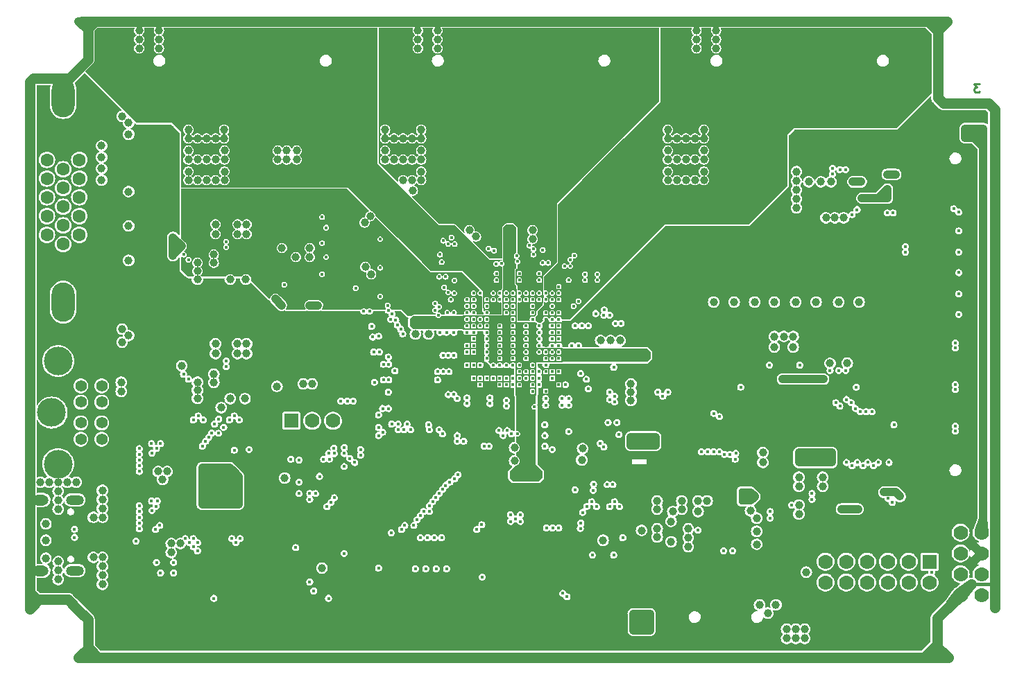
<source format=gbr>
%TF.GenerationSoftware,KiCad,Pcbnew,7.0.9-7.0.9~ubuntu22.04.1*%
%TF.CreationDate,2023-12-13T13:54:36+02:00*%
%TF.ProjectId,GateMateA1-EVB_Rev_A,47617465-4d61-4746-9541-312d4556425f,A*%
%TF.SameCoordinates,PX5f5e100PY7bfa480*%
%TF.FileFunction,Copper,L3,Inr*%
%TF.FilePolarity,Positive*%
%FSLAX46Y46*%
G04 Gerber Fmt 4.6, Leading zero omitted, Abs format (unit mm)*
G04 Created by KiCad (PCBNEW 7.0.9-7.0.9~ubuntu22.04.1) date 2023-12-13 13:54:36*
%MOMM*%
%LPD*%
G01*
G04 APERTURE LIST*
%ADD10C,0.254000*%
%TA.AperFunction,NonConductor*%
%ADD11C,0.254000*%
%TD*%
%TA.AperFunction,ComponentPad*%
%ADD12O,2.200000X1.200000*%
%TD*%
%TA.AperFunction,ComponentPad*%
%ADD13O,2.000000X1.300000*%
%TD*%
%TA.AperFunction,ComponentPad*%
%ADD14C,1.778000*%
%TD*%
%TA.AperFunction,ComponentPad*%
%ADD15R,1.778000X1.778000*%
%TD*%
%TA.AperFunction,ComponentPad*%
%ADD16C,1.410000*%
%TD*%
%TA.AperFunction,ComponentPad*%
%ADD17C,3.500000*%
%TD*%
%TA.AperFunction,ComponentPad*%
%ADD18C,1.000000*%
%TD*%
%TA.AperFunction,ComponentPad*%
%ADD19C,1.800000*%
%TD*%
%TA.AperFunction,ComponentPad*%
%ADD20C,1.600000*%
%TD*%
%TA.AperFunction,ComponentPad*%
%ADD21O,2.800000X4.800000*%
%TD*%
%TA.AperFunction,ViaPad*%
%ADD22C,1.000000*%
%TD*%
%TA.AperFunction,ViaPad*%
%ADD23C,0.450000*%
%TD*%
%TA.AperFunction,Conductor*%
%ADD24C,1.016000*%
%TD*%
%TA.AperFunction,Conductor*%
%ADD25C,0.508000*%
%TD*%
%TA.AperFunction,Conductor*%
%ADD26C,1.270000*%
%TD*%
%TA.AperFunction,Conductor*%
%ADD27C,0.381000*%
%TD*%
%TA.AperFunction,Conductor*%
%ADD28C,0.127000*%
%TD*%
%TA.AperFunction,Conductor*%
%ADD29C,0.254000*%
%TD*%
%TA.AperFunction,Conductor*%
%ADD30C,0.200000*%
%TD*%
%TA.AperFunction,Conductor*%
%ADD31C,0.406400*%
%TD*%
G04 APERTURE END LIST*
D10*
D11*
X116937752Y71153548D02*
X116308799Y71153548D01*
X116308799Y71153548D02*
X116647466Y70766500D01*
X116647466Y70766500D02*
X116502323Y70766500D01*
X116502323Y70766500D02*
X116405561Y70718119D01*
X116405561Y70718119D02*
X116357180Y70669738D01*
X116357180Y70669738D02*
X116308799Y70572976D01*
X116308799Y70572976D02*
X116308799Y70331071D01*
X116308799Y70331071D02*
X116357180Y70234309D01*
X116357180Y70234309D02*
X116405561Y70185928D01*
X116405561Y70185928D02*
X116502323Y70137548D01*
X116502323Y70137548D02*
X116792609Y70137548D01*
X116792609Y70137548D02*
X116889371Y70185928D01*
X116889371Y70185928D02*
X116937752Y70234309D01*
D12*
X6530000Y11680000D03*
X6530000Y20320000D03*
D13*
X2350000Y11680000D03*
X2350000Y20320000D03*
D14*
X114630000Y11255000D03*
X117170000Y16335000D03*
D15*
X110850000Y12770000D03*
D14*
X108310000Y12770000D03*
X105770000Y12770000D03*
X103230000Y12770000D03*
X100690000Y12770000D03*
X98150000Y12770000D03*
X110850000Y10230000D03*
X108310000Y10230000D03*
X105770000Y10230000D03*
X103230000Y10230000D03*
X100690000Y10230000D03*
X98150000Y10230000D03*
D16*
X7270000Y29730000D03*
X7270000Y32270000D03*
X7270000Y27740000D03*
X7270000Y34260000D03*
X9810000Y27740000D03*
X9810000Y34260000D03*
X9810000Y32270000D03*
X9810000Y29730000D03*
D17*
X4500000Y37300000D03*
X3700000Y31000000D03*
X4500000Y24700000D03*
D14*
X114630000Y13795000D03*
X114630000Y8715000D03*
D18*
X23100000Y23206200D03*
X23100000Y20806200D03*
D19*
X24300000Y22006200D03*
D18*
X25500000Y23206200D03*
X25570000Y20806200D03*
D14*
X117170000Y11255000D03*
X114630000Y16335000D03*
X117170000Y8715000D03*
X117170000Y13795000D03*
D20*
X7090000Y52720000D03*
X7090000Y55010000D03*
X7090000Y57300000D03*
X7090000Y59590000D03*
X7090000Y61880000D03*
X5110000Y51575000D03*
X5110000Y53865000D03*
X5110000Y56155000D03*
X5110000Y58445000D03*
X5110000Y60735000D03*
X3130000Y52720000D03*
X3130000Y55010000D03*
X3130000Y57300000D03*
X3130000Y59590000D03*
X3130000Y61880000D03*
D21*
X5110000Y69495000D03*
X5110000Y44505000D03*
D15*
X32960000Y30000000D03*
D14*
X35500000Y30000000D03*
X38040000Y30000000D03*
D22*
X84500000Y44500000D03*
D23*
X43100000Y34700000D03*
X58800000Y28200000D03*
X82575000Y16625000D03*
D22*
X1016000Y39400000D03*
X82400000Y78800000D03*
D23*
X60000000Y39200000D03*
D22*
X66100000Y78800000D03*
D23*
X71608000Y29800000D03*
D22*
X32200000Y1051002D03*
X8100000Y74200000D03*
X84800000Y76600000D03*
X97500000Y78800000D03*
X95800000Y11500000D03*
X19577038Y36722962D03*
X25500000Y32700000D03*
X27300000Y32700000D03*
X34400000Y34500000D03*
X26500000Y20900000D03*
X118800000Y54400000D03*
X105300000Y21261000D03*
X62400000Y53300000D03*
D23*
X14400000Y25900000D03*
D22*
X23200000Y24265000D03*
X4500000Y10600000D03*
X38200000Y1051002D03*
X78200000Y1051002D03*
X35500000Y34500000D03*
D23*
X63200000Y40000000D03*
D22*
X84800000Y77700000D03*
X87000000Y44500000D03*
X112800000Y7000000D03*
D23*
X58000000Y48000000D03*
X60800000Y48000000D03*
X64100000Y16900000D03*
D22*
X111800000Y70000000D03*
D23*
X56000000Y34400000D03*
X33900000Y22500000D03*
D22*
X4500000Y11700000D03*
X31000000Y44900000D03*
X31200000Y34200000D03*
X100100000Y19200010D03*
X118800000Y66000000D03*
D23*
X14400000Y24500000D03*
D22*
X12300000Y67200000D03*
D23*
X105800000Y20500000D03*
X60900000Y18500000D03*
X48700000Y15700000D03*
X68000000Y44600000D03*
D22*
X14400000Y76600000D03*
X54700000Y53300000D03*
D23*
X69200000Y41600000D03*
D22*
X81400000Y14600000D03*
D23*
X51500000Y36000000D03*
D22*
X106200000Y1051002D03*
D23*
X68000000Y39200000D03*
X62600000Y31700000D03*
D22*
X1016000Y57400000D03*
X23700000Y38200000D03*
D23*
X50400000Y15700000D03*
D22*
X117500000Y68800000D03*
D23*
X65600000Y46400000D03*
D22*
X6700000Y22500000D03*
D23*
X98700000Y36150000D03*
D22*
X22100000Y24265000D03*
D23*
X59200000Y32500000D03*
D22*
X68400000Y25200000D03*
D23*
X64850000Y16900000D03*
D22*
X68200000Y1051002D03*
X118800000Y14200000D03*
X13000000Y78800000D03*
D23*
X65600000Y45600000D03*
D22*
X82400000Y75500000D03*
D23*
X69197176Y33900000D03*
D22*
X101100000Y19200000D03*
D23*
X72400000Y32300000D03*
D22*
X111800000Y78800000D03*
D23*
X59700000Y17700000D03*
D22*
X25400000Y24265000D03*
D23*
X61600000Y41600000D03*
D22*
X6923887Y6923887D03*
X1016000Y65400000D03*
D23*
X69700000Y13600000D03*
D22*
X118800000Y16600000D03*
D23*
X14400000Y23800000D03*
D22*
X118800000Y41700000D03*
X44200000Y1051002D03*
D23*
X58400000Y41600000D03*
X68266229Y35766229D03*
D22*
X118800000Y64700000D03*
X55900000Y78800000D03*
X82400000Y76600000D03*
X100100000Y78800000D03*
X3000000Y13200000D03*
X25500000Y47300000D03*
D23*
X89100000Y20000000D03*
X70200000Y19500000D03*
X72400000Y33000000D03*
X60800000Y47200000D03*
D22*
X16800000Y78800000D03*
D23*
X63200000Y41600000D03*
D22*
X1000000Y9000000D03*
X41000000Y78800000D03*
X111800000Y74500000D03*
X36700000Y12000000D03*
X73700000Y78800000D03*
X4500000Y19200000D03*
X3000000Y15400000D03*
D23*
X56800000Y44000000D03*
D22*
X75000000Y78800000D03*
X118800000Y49350000D03*
D23*
X36400000Y23200000D03*
D22*
X50800000Y75500000D03*
D23*
X58400000Y38400000D03*
D22*
X53400000Y78800000D03*
X77600000Y15800000D03*
D23*
X52800000Y38000000D03*
X56200000Y17300000D03*
X60000000Y40000000D03*
D22*
X70700000Y39800000D03*
X92300000Y1051002D03*
X27500000Y52800000D03*
X118800000Y56950000D03*
X82200000Y1051002D03*
X50800000Y77700000D03*
X110700000Y78800000D03*
X58500000Y78800000D03*
X1000000Y11000000D03*
X104200000Y1051002D03*
X9800000Y59400000D03*
X1016000Y45400000D03*
D23*
X65600000Y38400000D03*
X59200000Y36800000D03*
D22*
X1016000Y71400000D03*
D23*
X49600000Y15700000D03*
D22*
X23500000Y49300000D03*
X9800000Y62200000D03*
X28200000Y1051002D03*
X9000000Y78800000D03*
X118800000Y46800000D03*
D23*
X26600000Y30100000D03*
X66800000Y32700000D03*
D22*
X27500000Y38200000D03*
X98200000Y54800000D03*
D23*
X14400000Y26600000D03*
D22*
X13100000Y66400000D03*
X1000000Y29400000D03*
X96200000Y1051002D03*
X112200000Y1051002D03*
X20200000Y1051002D03*
X106700000Y60100000D03*
X94200000Y39000000D03*
D23*
X59700000Y18500000D03*
X66400000Y34400000D03*
D22*
X94900000Y22000000D03*
X111800000Y76000000D03*
X89800000Y1051002D03*
D23*
X61600000Y40000000D03*
D22*
X100200000Y1051002D03*
X48200000Y1051002D03*
D23*
X63200000Y40800000D03*
X63200000Y48000000D03*
X20500000Y15100000D03*
D22*
X46200000Y1051002D03*
X1016000Y63400000D03*
X91900000Y40300000D03*
X98800000Y59200000D03*
D23*
X65600000Y16900000D03*
D22*
X24200000Y1051002D03*
D23*
X56800000Y43200000D03*
D22*
X6200000Y72200000D03*
D23*
X66800000Y47200000D03*
D22*
X84700000Y1051002D03*
D23*
X35200000Y21100000D03*
X37600000Y25300000D03*
D22*
X92400000Y78800000D03*
D23*
X60000000Y38400000D03*
D22*
X50200000Y1051002D03*
D23*
X39000000Y32400000D03*
D22*
X42500000Y78800000D03*
D23*
X78300000Y33000000D03*
D22*
X94200000Y40300000D03*
X26500000Y22000000D03*
D23*
X56800000Y41600000D03*
D22*
X111800000Y3000000D03*
X48400000Y78800000D03*
D23*
X56800000Y38400000D03*
X33900000Y25200000D03*
D22*
X1016000Y61400000D03*
X1016000Y51400000D03*
X89900000Y78800000D03*
D23*
X52799990Y43200000D03*
D22*
X24300000Y24265000D03*
X55500000Y52500000D03*
X35200000Y50000000D03*
X118800000Y36650000D03*
D23*
X94000000Y19700000D03*
D22*
X91900000Y39000000D03*
D23*
X72400000Y20100000D03*
X21500000Y15100000D03*
X63200000Y47200000D03*
X64000000Y32700000D03*
D22*
X100377038Y54800000D03*
X32100000Y78800000D03*
D23*
X52864309Y47135691D03*
X67400000Y44000000D03*
D22*
X44000000Y78800000D03*
D23*
X62400000Y44000000D03*
D22*
X118800000Y21400000D03*
X18500000Y52400000D03*
X1000000Y7000000D03*
D23*
X60000000Y42400000D03*
D22*
X94900000Y23100000D03*
D23*
X21000000Y14600000D03*
D22*
X30200000Y1051002D03*
D23*
X71100000Y26800000D03*
D22*
X23700000Y52800000D03*
D23*
X37300000Y19500000D03*
X71799990Y33492000D03*
X59200000Y44000000D03*
D22*
X26500000Y23200000D03*
X118800000Y31550000D03*
X71150000Y78800000D03*
X22100000Y19800000D03*
X13100000Y53800000D03*
X81400000Y16800000D03*
X58200000Y1051002D03*
X1016000Y49400000D03*
X36200000Y44100000D03*
D23*
X50800000Y35000000D03*
D22*
X23500000Y35700000D03*
X111800000Y71500000D03*
D23*
X61600000Y38400000D03*
D22*
X1016000Y67400000D03*
X1016000Y69400000D03*
X26400000Y38200000D03*
D23*
X64000000Y43200000D03*
X39800000Y32400000D03*
D22*
X18200000Y1051002D03*
X61000000Y78800000D03*
D23*
X106299999Y19999999D03*
D22*
X1016000Y37400000D03*
X111800000Y77300000D03*
D23*
X61600000Y40800000D03*
D22*
X5600000Y22500000D03*
D23*
X68400000Y41600000D03*
D22*
X100800000Y37025000D03*
D23*
X59200000Y31800000D03*
D22*
X14400000Y77700000D03*
D23*
X61600000Y39200000D03*
D22*
X76200000Y1051002D03*
X114500000Y68800000D03*
D23*
X67199992Y39200000D03*
D22*
X36200000Y1051002D03*
X84800000Y75500000D03*
X19400000Y78800000D03*
D23*
X62400000Y35200000D03*
D22*
X12200000Y1051002D03*
X64200000Y1051002D03*
X118800000Y44300000D03*
D23*
X62400000Y36800000D03*
D22*
X1000000Y27400000D03*
D23*
X21000000Y30100000D03*
X77700000Y33500000D03*
D22*
X14400000Y78800000D03*
D23*
X56800000Y40800000D03*
X52125000Y38000000D03*
D22*
X105200000Y78800000D03*
X82600000Y20200000D03*
X1016000Y59400000D03*
D23*
X57200000Y32100000D03*
D22*
X68600000Y78800000D03*
D23*
X60000000Y41600000D03*
D22*
X42000000Y48800000D03*
X91900000Y44500000D03*
X79600000Y1051002D03*
D23*
X25400000Y30100000D03*
D22*
X19400000Y15000000D03*
X10200000Y1051002D03*
X31800000Y51100000D03*
X87300000Y1051002D03*
X11000000Y78800000D03*
X24400000Y31600000D03*
X79500000Y78800000D03*
D23*
X99000000Y60850000D03*
X57600000Y36800000D03*
D22*
X81000000Y78800000D03*
X107700000Y78800000D03*
X56200000Y1051002D03*
D23*
X14400000Y25200000D03*
X63200000Y39200000D03*
X52829817Y45598803D03*
D22*
X60200000Y1051002D03*
X118800000Y26450000D03*
X23200000Y19800000D03*
X102250000Y44500000D03*
D23*
X26000000Y30600000D03*
D22*
X37200000Y78800000D03*
X23700000Y54000000D03*
X22100000Y22000000D03*
X81400000Y15700000D03*
D23*
X26200000Y15100000D03*
X58400000Y40000000D03*
D22*
X14400000Y75500000D03*
X27500000Y54000000D03*
X1016000Y35400000D03*
D23*
X60000000Y43200000D03*
X63200000Y38400000D03*
D22*
X35200000Y51100000D03*
D23*
X67599996Y41600000D03*
D22*
X1016000Y47400000D03*
X94900000Y18600000D03*
X25400000Y19800000D03*
D23*
X69000000Y19508000D03*
D22*
X42600000Y55000000D03*
D23*
X59299996Y28800000D03*
X73000000Y19500000D03*
X21000000Y15600000D03*
X35900000Y21100000D03*
D22*
X97600000Y59200000D03*
X54200000Y1051002D03*
X78000000Y78800000D03*
D23*
X60000000Y37600000D03*
X40500000Y32400000D03*
D22*
X98700000Y37010999D03*
X50800000Y78800000D03*
X1000000Y21400000D03*
X34600000Y78800000D03*
X29600000Y78800000D03*
X1000000Y13200000D03*
X107250000Y20750000D03*
X118800000Y59500000D03*
D23*
X14400000Y17500000D03*
D22*
X60200000Y26700000D03*
X3400000Y22500000D03*
X34200000Y1051002D03*
X93050000Y40300000D03*
X26200000Y1051002D03*
D23*
X56000000Y36800000D03*
D22*
X88400000Y20750000D03*
X41900000Y54200000D03*
X48400000Y75500000D03*
X13100000Y49600000D03*
D23*
X14400000Y16800000D03*
X14400000Y19600000D03*
D22*
X1000000Y25400000D03*
X4500000Y12800000D03*
X42700000Y47900000D03*
D23*
X38200000Y20600000D03*
D22*
X97800000Y23100000D03*
X27000000Y78800000D03*
X4500000Y20300000D03*
X24400000Y78800000D03*
X8135002Y1051002D03*
D23*
X66800000Y31900000D03*
X61600000Y37600000D03*
X78900000Y33500000D03*
D22*
X118800000Y67300000D03*
X72200000Y1051002D03*
X82400000Y77700000D03*
X26500000Y19800000D03*
X77600000Y20200000D03*
D23*
X37800000Y20000000D03*
X63900000Y29500000D03*
X56800000Y37600000D03*
D22*
X9800000Y63600000D03*
X47800000Y58100000D03*
D23*
X44800000Y33500000D03*
X71800000Y19500000D03*
X58400000Y39200000D03*
D22*
X47000000Y78800000D03*
D23*
X52100000Y33200000D03*
X21600000Y30600000D03*
D22*
X18300000Y15000000D03*
X71900000Y39800000D03*
X1000000Y31400000D03*
X118800000Y11800000D03*
X1016000Y53400000D03*
X66200000Y1051002D03*
X87400000Y78800000D03*
D23*
X58300000Y28800000D03*
D22*
X18500000Y51322962D03*
D23*
X64000000Y31900000D03*
D22*
X1000000Y19400000D03*
X102100000Y19200000D03*
X1016000Y41400000D03*
D23*
X59200000Y43200000D03*
D22*
X21900000Y78800000D03*
D23*
X61600000Y35200000D03*
D22*
X79500000Y18900000D03*
X77600000Y19200000D03*
X102200000Y1051002D03*
D23*
X58000000Y47200016D03*
X54400000Y32800000D03*
X64800000Y26500000D03*
D22*
X26400000Y52800000D03*
D23*
X58400000Y40800000D03*
X71800000Y32600000D03*
D22*
X16800000Y77700000D03*
X50800000Y76600000D03*
X39700000Y78800000D03*
D23*
X60000000Y40800000D03*
X55600004Y16700000D03*
X51300000Y15700000D03*
D22*
X24300000Y19800000D03*
X108200000Y1051002D03*
X94500000Y44500000D03*
X106295505Y21261000D03*
D23*
X73400000Y15700000D03*
D22*
X1000000Y15400000D03*
D23*
X58400000Y37600000D03*
D22*
X80600000Y19200000D03*
X102600000Y78800000D03*
X97800000Y22000000D03*
X1016000Y33400000D03*
X118800000Y9400000D03*
X98200000Y1051002D03*
D23*
X60300000Y18000000D03*
D22*
X109200000Y78800000D03*
D23*
X52000000Y43200000D03*
X63908000Y26900000D03*
X56800000Y42400000D03*
D22*
X19577038Y51322962D03*
X23700000Y39400000D03*
X83700000Y20200000D03*
X8100000Y77800000D03*
D23*
X43700000Y38400000D03*
X58400000Y36800000D03*
D22*
X62400000Y52200000D03*
X1016000Y43400000D03*
X42200000Y1051002D03*
X4500000Y22500000D03*
X16800000Y75500000D03*
X70200000Y1051002D03*
D23*
X69600000Y20100000D03*
D22*
X112900000Y78800000D03*
X33500000Y50000000D03*
X31800000Y44100000D03*
X99750000Y44500000D03*
D23*
X35200000Y20400000D03*
D22*
X22200000Y1051002D03*
X60200000Y25100000D03*
D23*
X63908000Y28200000D03*
X52800000Y40800000D03*
D22*
X40200000Y1051002D03*
D23*
X26700000Y15600000D03*
X20000000Y15600000D03*
D22*
X13100000Y65000000D03*
X94900000Y19700000D03*
X113000000Y68800000D03*
D23*
X36900000Y25300000D03*
X100600000Y36150000D03*
D22*
X7000000Y78800000D03*
X49700000Y40600000D03*
D23*
X53200000Y32700000D03*
X33900000Y21100000D03*
X60000000Y36800000D03*
X56800000Y39200000D03*
D22*
X18300000Y13900000D03*
X118800000Y23900000D03*
D23*
X87800000Y20000000D03*
D22*
X16800000Y76600000D03*
D23*
X52800000Y33200000D03*
X14400000Y18900000D03*
D22*
X105700000Y60100000D03*
X74200000Y1051002D03*
X116000000Y68800000D03*
D23*
X50800000Y36000000D03*
D22*
X48400000Y77700000D03*
D23*
X72700000Y29800000D03*
D22*
X13100000Y58000000D03*
D23*
X99750000Y36150000D03*
D22*
X62200000Y1051002D03*
X22100000Y23200000D03*
X102500000Y59200000D03*
D23*
X64000000Y33600000D03*
D22*
X48400000Y76600000D03*
X7200000Y73200000D03*
D23*
X14400000Y18200000D03*
D22*
X45500000Y78800000D03*
X26400000Y39400000D03*
X14200000Y1051002D03*
X3000000Y71900000D03*
X63550000Y78800000D03*
X35200000Y44100000D03*
X118800000Y51900000D03*
X111800000Y5000000D03*
X9800000Y60800000D03*
X111800000Y73000000D03*
X52200000Y1051002D03*
D23*
X51464601Y37999760D03*
X22200000Y30100000D03*
D22*
X27400000Y47300000D03*
X110200000Y1051002D03*
X4500000Y21400000D03*
X118800000Y39200000D03*
D23*
X43000000Y38400000D03*
X25700000Y15600000D03*
D22*
X1000000Y17400000D03*
X118800000Y19000000D03*
X95000000Y78800000D03*
X118800000Y34100000D03*
D23*
X37500000Y26000000D03*
X99000000Y60150000D03*
X72300000Y13600000D03*
D22*
X118800000Y7200000D03*
X1016000Y55400000D03*
X27500000Y39400000D03*
X94200000Y1051002D03*
X89500000Y44500000D03*
D23*
X89100000Y21500000D03*
D22*
X48100000Y40600000D03*
X77600000Y16800000D03*
D23*
X21500000Y14100000D03*
X68964511Y35067949D03*
X87800000Y21500000D03*
D22*
X16200000Y1051002D03*
X22100000Y20900000D03*
D23*
X57200000Y32800000D03*
D22*
X26400000Y54000000D03*
X101500000Y59200000D03*
X8100000Y76000000D03*
X7000000Y1051000D03*
D23*
X62400000Y42400000D03*
D22*
X76500000Y78800000D03*
X84800000Y78800000D03*
X2300000Y22500000D03*
X1000000Y23400000D03*
X23500000Y34700000D03*
X99300000Y54800000D03*
X80600000Y20200000D03*
X3000000Y17400000D03*
D23*
X89750000Y20750000D03*
D22*
X82600000Y18900000D03*
X18500000Y50200000D03*
X118800000Y62050000D03*
D23*
X60900000Y17700000D03*
X52200000Y36000000D03*
D22*
X118800000Y29000000D03*
D23*
X65600000Y37600000D03*
X54400000Y32100000D03*
X60000000Y44000000D03*
X56800000Y40000000D03*
D22*
X23500000Y50300000D03*
D23*
X62400000Y43200000D03*
D22*
X73100000Y39800000D03*
X97000000Y44500000D03*
X29600000Y64275000D03*
X14400000Y72400000D03*
D23*
X58400000Y46400000D03*
D22*
X28500000Y64275000D03*
X28500000Y61725000D03*
X15550000Y68000000D03*
D23*
X58400000Y43200000D03*
D22*
X14400000Y73456921D03*
X29600000Y61725000D03*
X27400000Y64275000D03*
X27400000Y61725000D03*
D23*
X57600000Y44000000D03*
X56400000Y47200000D03*
D22*
X14400000Y69100000D03*
X14400000Y68000000D03*
D23*
X57600000Y43200000D03*
D22*
X15556920Y73456921D03*
X26300000Y64275000D03*
X14400000Y70200000D03*
X26300000Y61725000D03*
X14400000Y71300000D03*
X84800000Y64275000D03*
X88100000Y61725000D03*
X82400000Y71200000D03*
D23*
X63200000Y43200000D03*
D22*
X85900000Y64275000D03*
D23*
X64000000Y44000000D03*
D22*
X82400000Y70000000D03*
X83600000Y68800000D03*
X82400000Y73507994D03*
X87000000Y64275000D03*
D23*
X67200000Y46400000D03*
D22*
X84800000Y61725000D03*
X82400000Y72400000D03*
X82400000Y68800000D03*
D23*
X65600000Y47200000D03*
X66400000Y44000000D03*
D22*
X87000000Y61725000D03*
X88100000Y64275000D03*
D23*
X63200000Y42400000D03*
D22*
X85900000Y61725000D03*
X83570002Y73507994D03*
X50300000Y61725000D03*
D23*
X60800000Y42400000D03*
D22*
X52500000Y61725000D03*
X48400000Y70200000D03*
X48400000Y69100000D03*
D23*
X60800000Y46400000D03*
D22*
X51400000Y64275000D03*
D23*
X60800000Y43200000D03*
D22*
X50300000Y64275000D03*
X49600000Y68000000D03*
X48400000Y72400000D03*
X52500000Y64275000D03*
D23*
X61600000Y43200000D03*
D22*
X49570006Y73507994D03*
X53600000Y61725000D03*
X53600000Y64275000D03*
X48400000Y73507994D03*
X48400000Y71300000D03*
D23*
X61600000Y42400000D03*
D22*
X51400000Y61725000D03*
D23*
X63200000Y46400000D03*
D22*
X48400000Y68000000D03*
D23*
X56000000Y45600000D03*
X51300000Y49400000D03*
X52100000Y51600000D03*
X57600000Y45600000D03*
X52900000Y51600000D03*
X58400000Y45600000D03*
X57963947Y49184500D03*
X59200000Y45600000D03*
X60000000Y45600000D03*
X57050000Y51050000D03*
X60800000Y45600000D03*
X60562393Y49462393D03*
X61600000Y45600000D03*
X62000003Y51400003D03*
X62500000Y50300000D03*
X62400000Y45600000D03*
X63200000Y45600000D03*
X63650000Y49300010D03*
X67499996Y50200000D03*
X64000000Y45600000D03*
X66300000Y48900000D03*
X64800000Y45600000D03*
X56800000Y44800000D03*
X51100000Y50300000D03*
X51500000Y52000000D03*
X57600000Y44800000D03*
X52500000Y52400000D03*
X58399995Y44800005D03*
X59200000Y44800000D03*
X58600000Y49200000D03*
X60000000Y44800000D03*
X57700000Y50800000D03*
X60800000Y44800000D03*
X60456199Y50156194D03*
X62500000Y51000000D03*
X61600000Y44800000D03*
X63643803Y50856197D03*
X62400000Y44800000D03*
X64300000Y49300000D03*
X63200000Y44800000D03*
X64000000Y44800000D03*
X67000000Y49700000D03*
X67000000Y48900000D03*
X64800000Y44800000D03*
X64800000Y44000000D03*
X68800000Y47900000D03*
X65600000Y44800000D03*
X68800000Y47200000D03*
X70300000Y47900000D03*
X64800000Y43200000D03*
X65600000Y43200000D03*
X70300000Y47200000D03*
X64800000Y42400000D03*
X71150000Y43550000D03*
X70100000Y43100000D03*
X65600000Y42400000D03*
X100700000Y24900000D03*
X99400000Y32200000D03*
X99900000Y31800000D03*
X101400000Y24500000D03*
X71100000Y42900000D03*
X102025000Y24900000D03*
X100700000Y32600000D03*
X64800000Y41600000D03*
X71800000Y42900000D03*
X101300000Y32200000D03*
X65600000Y41600000D03*
X102700000Y24500000D03*
X72500000Y41900000D03*
X101800000Y31500000D03*
X103300000Y24900000D03*
X64800000Y40800000D03*
X65600000Y40800000D03*
X102400000Y31100000D03*
X73200000Y41900000D03*
X104000000Y24500000D03*
X103100000Y31100000D03*
X104600000Y24900000D03*
X103800000Y31100000D03*
X105900000Y24900000D03*
X54400000Y39200000D03*
X43600416Y40336610D03*
X42900000Y40223801D03*
X55200000Y39200000D03*
X83000000Y26199998D03*
X64800000Y40000000D03*
X83800000Y26200000D03*
X65600000Y40000000D03*
X84500000Y30900000D03*
X84500000Y26200006D03*
X85200000Y30500000D03*
X85200000Y26200000D03*
X55200000Y40000000D03*
X42761896Y41532321D03*
X54400000Y40800000D03*
X51900000Y40800000D03*
X55200000Y40800000D03*
X51100000Y40800000D03*
X64800000Y39200000D03*
X85825000Y25900006D03*
X86475000Y25900000D03*
X65600000Y39200000D03*
X64000000Y38400000D03*
X87125000Y25300000D03*
X64800000Y38400000D03*
X87200000Y26000000D03*
X44200000Y36900000D03*
X44200000Y35000000D03*
X44849517Y35000000D03*
X44849517Y36915500D03*
X44787367Y37787367D03*
X54400000Y36800000D03*
X55200000Y36800000D03*
X45600000Y36100000D03*
X51905000Y11900000D03*
X56000000Y35200000D03*
X70671495Y27228509D03*
X68500000Y18800000D03*
X64000000Y37600000D03*
X54000000Y27500000D03*
X41400000Y26500000D03*
X62400000Y36000000D03*
X24100000Y30200000D03*
X50635000Y11900000D03*
X47500000Y28900000D03*
X64000000Y36800000D03*
X24057786Y28468775D03*
X69799996Y21500000D03*
X40100000Y25400000D03*
X35200000Y10300000D03*
X68234123Y16849189D03*
X66100000Y8900000D03*
X64800000Y36000000D03*
X63200000Y35200000D03*
X66800000Y28700000D03*
X114000000Y38887600D03*
X62400000Y34400000D03*
X44800008Y31500000D03*
X56250000Y10900004D03*
X49365000Y11900000D03*
X46000000Y29600000D03*
X114000000Y39492400D03*
X63200000Y34400000D03*
X56482899Y26887700D03*
X114000000Y28727600D03*
X114000000Y34412400D03*
X60522999Y28411500D03*
X43600000Y28200000D03*
X43600000Y12000000D03*
X46000000Y28900000D03*
X48095000Y11900000D03*
X57087699Y26887700D03*
X114000000Y29332400D03*
X114000000Y33807600D03*
X59822999Y28411500D03*
D22*
X92900000Y35100000D03*
X94900000Y24900000D03*
D23*
X15950000Y26050000D03*
D22*
X90100000Y7500000D03*
D23*
X86800000Y14100000D03*
D22*
X94900000Y35100000D03*
X89750000Y18100000D03*
D23*
X15900000Y20200000D03*
X85700000Y14100000D03*
D22*
X93900000Y35100000D03*
X91100000Y6500000D03*
X89000000Y18992000D03*
X89750000Y14899992D03*
X94900000Y26100000D03*
X89750000Y16500000D03*
X98900000Y26100000D03*
X97900000Y35100000D03*
X92100000Y7500000D03*
D23*
X16600000Y20200000D03*
D22*
X96900000Y26100000D03*
X97900000Y24900000D03*
X90500000Y24900000D03*
X96900000Y35100000D03*
X95900000Y26100000D03*
X95900000Y35100000D03*
X98900000Y24900000D03*
X90500000Y26100000D03*
D23*
X16450000Y19550000D03*
D22*
X97900000Y26100000D03*
D23*
X17000000Y27200000D03*
X15950000Y19050000D03*
X15900000Y27200000D03*
X16500000Y26600000D03*
X32900000Y25300000D03*
X33490500Y14500000D03*
X16900000Y17200000D03*
D22*
X17250000Y22850000D03*
D23*
X16400000Y16700000D03*
D22*
X32143802Y23000000D03*
X17800000Y23806200D03*
X16700000Y23806200D03*
X12300000Y41200000D03*
X95600000Y4511000D03*
X75700000Y16600000D03*
X21500000Y33718000D03*
X74700000Y4400000D03*
X9900000Y20400000D03*
X75699957Y4400000D03*
X21500000Y49300000D03*
X12300000Y39600000D03*
X12200000Y33600000D03*
X9900000Y21500000D03*
X105700000Y58300000D03*
X21500000Y48300000D03*
X9900000Y18200000D03*
X105700000Y57200000D03*
X95600000Y3400000D03*
X8800000Y18200000D03*
X12200000Y34700000D03*
X76700000Y4400000D03*
X94500000Y4511000D03*
X21500000Y34718000D03*
X76700043Y6400000D03*
X9900000Y11100000D03*
X102600000Y57200000D03*
X8800000Y13300000D03*
X93400000Y3400000D03*
X75699957Y5400000D03*
X76700000Y5400000D03*
X9900000Y12200000D03*
X94500000Y3400000D03*
X93400000Y4511000D03*
X9900000Y19300000D03*
X75700000Y6400000D03*
X13100000Y40400000D03*
X21500000Y32718000D03*
X104600000Y57200000D03*
X9900000Y10000000D03*
X103600000Y57200000D03*
X74700000Y5400000D03*
X21500000Y47300000D03*
X9900000Y13300000D03*
X74700043Y6400000D03*
X79300000Y17700000D03*
D23*
X44800000Y43500000D03*
X113800004Y55900000D03*
X44716750Y44100000D03*
X106400000Y55400000D03*
X50977224Y43922196D03*
X45100000Y42400000D03*
X114400000Y53200000D03*
X54400000Y43200000D03*
X50528151Y44332321D03*
X114400000Y55500000D03*
X45250000Y43050000D03*
X55200000Y43200000D03*
X114400000Y43000000D03*
X46556018Y40621689D03*
X114400000Y45500000D03*
X46300000Y41200000D03*
X45900000Y41700000D03*
X114400000Y48100000D03*
X50899994Y42900000D03*
X54400000Y42400000D03*
X114400000Y50600000D03*
X45700000Y42300000D03*
X50517465Y43506696D03*
X55200000Y42400000D03*
X107900000Y51300000D03*
X54400000Y41600000D03*
X107900000Y50600000D03*
X55200000Y41600000D03*
X6500000Y16750000D03*
X6500000Y15750000D03*
X68300000Y17500008D03*
X63200000Y36000000D03*
X35700000Y9200000D03*
X66600000Y8500000D03*
X71500000Y22199996D03*
X64800000Y37600000D03*
X24700000Y29200006D03*
X40700000Y24900000D03*
X18600000Y11400000D03*
X17000000Y11400000D03*
X16500000Y12700000D03*
X18600000Y12700000D03*
X46700000Y28900000D03*
X46400000Y16700000D03*
X46800000Y17199998D03*
X47100000Y29600000D03*
X56800000Y35200000D03*
X47900000Y17200000D03*
X48300000Y17900000D03*
X57600000Y35200000D03*
X58400000Y35200000D03*
X48700000Y18400000D03*
X58400000Y34400000D03*
X49100000Y18900000D03*
X49800000Y18900000D03*
X49700000Y29500000D03*
X49800000Y19600000D03*
X49800000Y28900000D03*
X38156197Y26656197D03*
X22500000Y27500006D03*
X22100000Y26900000D03*
X38200000Y26000000D03*
X36699994Y47900000D03*
X36700000Y54900000D03*
X36700000Y51699990D03*
X54400000Y44000000D03*
X51000000Y47606978D03*
X43800000Y48700000D03*
X51600000Y46300000D03*
X43800000Y45200000D03*
X43800000Y52200000D03*
X55200000Y44000000D03*
X51800000Y47600000D03*
X55200000Y45600000D03*
X37200000Y50000000D03*
X37200000Y53600000D03*
X54400000Y44800000D03*
X52400001Y44799997D03*
X52100000Y45687614D03*
X55200000Y44800000D03*
X40500000Y31465000D03*
X72700000Y30800000D03*
D22*
X32800000Y9011262D03*
D23*
X20800000Y17200000D03*
D22*
X17800000Y25200000D03*
X32800000Y11000000D03*
X18000000Y30000000D03*
X16000000Y63400000D03*
D23*
X59200000Y33600000D03*
X56000000Y40800000D03*
X55200000Y36000000D03*
D22*
X15800000Y8700000D03*
X16000000Y65550000D03*
X112100000Y65700000D03*
D23*
X20900000Y29100000D03*
D22*
X89750000Y23300000D03*
D23*
X32400000Y21800000D03*
D22*
X109900000Y64600000D03*
D23*
X56000000Y39200000D03*
X26700000Y16600000D03*
X52800000Y34800000D03*
X56000000Y41600000D03*
D22*
X23700000Y40800000D03*
X17100000Y63400000D03*
D23*
X87800000Y22200000D03*
X78300000Y35000000D03*
X64000000Y40800000D03*
D22*
X83300000Y65550000D03*
D23*
X56800000Y36000000D03*
X40500000Y30700000D03*
X66800000Y31000000D03*
X25400000Y29100000D03*
X16200000Y17800000D03*
X63900000Y25500000D03*
X64000000Y40000000D03*
D22*
X23700000Y64500000D03*
D23*
X25800000Y36700000D03*
D22*
X18200000Y41200000D03*
D23*
X26000000Y28600000D03*
D22*
X18000000Y35500000D03*
D23*
X105275000Y24500000D03*
X56000000Y37600000D03*
D22*
X19300000Y40100000D03*
X21500000Y42300000D03*
X30300000Y8900000D03*
D23*
X53600000Y40800000D03*
D22*
X82200000Y64500000D03*
X18000000Y36600000D03*
X83300000Y64500000D03*
X18000000Y28900000D03*
D23*
X32900000Y21300000D03*
X57600000Y36000000D03*
D22*
X111000000Y64600000D03*
D23*
X21600000Y27600000D03*
X56000000Y38400000D03*
D22*
X21500000Y64500000D03*
X44400000Y65550000D03*
X20400000Y42300000D03*
D23*
X54400000Y36000000D03*
X58400000Y36000000D03*
X26600000Y29100000D03*
X60800000Y36800000D03*
X26400000Y37200000D03*
D22*
X81100000Y64500000D03*
D23*
X27000000Y36700000D03*
D22*
X112100000Y64600000D03*
D23*
X64000000Y39200000D03*
X17500000Y8500000D03*
X56000000Y40000000D03*
D22*
X58200000Y10600000D03*
D23*
X29300000Y38687000D03*
X21600000Y28400000D03*
X87775000Y24450000D03*
X63200000Y36800000D03*
X57600000Y34400000D03*
D22*
X108800000Y65700000D03*
D23*
X106700000Y22200000D03*
D22*
X24750000Y65550000D03*
D23*
X25700000Y16600000D03*
D22*
X16900000Y28900000D03*
X16000000Y64500000D03*
D23*
X64000000Y41600000D03*
D22*
X22600000Y64500000D03*
X15800000Y11300000D03*
X107250000Y23300000D03*
X108800000Y64600000D03*
X24750000Y64500000D03*
X82600000Y22100000D03*
D23*
X55200000Y34400000D03*
X18300000Y9200000D03*
D22*
X26300000Y42300000D03*
D23*
X52100000Y34800000D03*
D22*
X16900000Y35500000D03*
X81800000Y23400000D03*
X61100000Y20400000D03*
D23*
X64000000Y42400000D03*
D22*
X16700000Y25200000D03*
D23*
X21500000Y17900000D03*
X105300000Y22200000D03*
X63900000Y24800000D03*
X89100000Y22500000D03*
D22*
X80000000Y64500000D03*
X19300000Y41200000D03*
D23*
X16500000Y18450000D03*
D22*
X109900000Y65700000D03*
X37618355Y38500000D03*
D23*
X17500000Y9200000D03*
D22*
X18200000Y65550000D03*
D23*
X25700000Y17300000D03*
X78900000Y34500000D03*
D22*
X25000000Y42300000D03*
X17100000Y65550000D03*
X19300000Y42300000D03*
D23*
X60000000Y36000000D03*
X66800000Y29600000D03*
D22*
X20400000Y64500000D03*
X47700000Y64500000D03*
D23*
X40500000Y29900000D03*
X21000000Y16600000D03*
D22*
X27400000Y40800000D03*
X40818355Y38490500D03*
D23*
X21500000Y17200000D03*
X28651000Y38687000D03*
D22*
X22600000Y42300000D03*
D23*
X64000000Y35200000D03*
D22*
X31500000Y8900000D03*
X78900000Y64500000D03*
D23*
X20800000Y17900000D03*
X32900000Y22300000D03*
X66400000Y39200000D03*
D22*
X18200000Y64500000D03*
D23*
X66800000Y30300000D03*
D22*
X43800000Y10000000D03*
X26300000Y40800000D03*
X36500000Y38500000D03*
D23*
X66400000Y41600000D03*
D22*
X18200000Y42300000D03*
D23*
X56000000Y36000000D03*
D22*
X78900000Y65550000D03*
D23*
X20900000Y28400000D03*
X100075000Y24500000D03*
D22*
X111000000Y65700000D03*
D23*
X88500000Y22200000D03*
D22*
X62330000Y19000000D03*
D23*
X77700000Y34500000D03*
D22*
X46600000Y64500000D03*
D23*
X64000000Y34400000D03*
X20900000Y27600000D03*
D22*
X17100000Y64500000D03*
X23700000Y42300000D03*
D23*
X54400000Y37600000D03*
D22*
X20400000Y65550000D03*
X48800000Y64500000D03*
X18200000Y40100000D03*
D23*
X71608000Y30800000D03*
D22*
X42700000Y10000000D03*
X44400000Y64500000D03*
X44900000Y10000000D03*
D23*
X33900000Y26455500D03*
D22*
X15800000Y10100000D03*
X59300000Y10600000D03*
D23*
X59200000Y36000000D03*
D22*
X45500000Y64500000D03*
D23*
X100300000Y22200000D03*
D22*
X48800000Y65550000D03*
D23*
X43100000Y35900000D03*
X106000000Y22200000D03*
X39400000Y26000000D03*
X61600000Y36000000D03*
X53200000Y27500000D03*
X22900000Y28000000D03*
X52900000Y22900000D03*
X60800000Y35200000D03*
X53300000Y23400000D03*
X60800000Y34400000D03*
X60800000Y37600000D03*
D22*
X76400000Y28000000D03*
X76400000Y27000000D03*
X61600000Y23300000D03*
D23*
X59200000Y40000000D03*
X57600000Y40800000D03*
D22*
X61600000Y26700000D03*
X61600000Y25100000D03*
D23*
X57600000Y37600000D03*
D22*
X59600000Y53300000D03*
X72300000Y37992000D03*
X77400000Y27000000D03*
X74400000Y27000000D03*
X75900000Y38000000D03*
D23*
X57600000Y39200000D03*
X62400000Y41600000D03*
X59200000Y40800000D03*
X60800000Y38400000D03*
X62400000Y38400000D03*
X57600000Y40000000D03*
X60800000Y39200000D03*
X57600000Y41600000D03*
D22*
X75400000Y27000000D03*
X77400000Y28000000D03*
X49700000Y42000000D03*
D23*
X57600000Y38400000D03*
D22*
X59600000Y52200000D03*
D23*
X59200000Y37600000D03*
D22*
X74400000Y33500000D03*
X73900000Y37992000D03*
X70700000Y37992000D03*
X74400000Y34500000D03*
X75400000Y28000000D03*
D23*
X59200000Y41600000D03*
D22*
X61600000Y28300000D03*
X74400000Y28000000D03*
D23*
X60800000Y40000000D03*
X59200000Y39200000D03*
X62400000Y39200000D03*
X59200000Y38400000D03*
D22*
X74900000Y38000000D03*
D23*
X60800000Y40800000D03*
D22*
X48100000Y42000000D03*
D23*
X60800000Y41600000D03*
X62400000Y40800000D03*
D22*
X62700000Y23300000D03*
D23*
X62400000Y40000000D03*
X62400000Y37600000D03*
D22*
X60500000Y23300000D03*
X74400000Y32500000D03*
X32400000Y63000000D03*
X33600000Y61900000D03*
X25000000Y56900000D03*
X78900000Y63000000D03*
X30300000Y48800000D03*
X27500000Y56900000D03*
X115200000Y65700000D03*
X31300000Y61900000D03*
X26300000Y55400000D03*
X33600000Y63000000D03*
X23700000Y61900000D03*
X30300000Y47100000D03*
X30300000Y54100000D03*
D23*
X27000000Y51300000D03*
D22*
X20400000Y56900000D03*
X38000000Y48812201D03*
X78900000Y61900000D03*
X83300000Y61900000D03*
D23*
X26400000Y51800000D03*
D22*
X48800000Y63000000D03*
X20400000Y63000000D03*
X24800000Y61900000D03*
X23700000Y56900000D03*
X44400000Y63000000D03*
X29500000Y47900000D03*
X39400000Y55800000D03*
X30300000Y55800000D03*
X22600000Y61900000D03*
X45500000Y61900000D03*
X38000000Y55800000D03*
D23*
X56000000Y43200000D03*
D22*
X40800000Y55800000D03*
D23*
X53600000Y45600000D03*
D22*
X21500000Y56900000D03*
X83300000Y63000000D03*
X26300000Y56900000D03*
D23*
X56000000Y42400000D03*
D22*
X24800000Y63000000D03*
X32400000Y61900000D03*
X116300000Y65700000D03*
X21500000Y61900000D03*
X40100000Y54900000D03*
X117400000Y64600000D03*
X29500000Y54900000D03*
D23*
X25800000Y51300000D03*
D22*
X80000000Y61900000D03*
X27500000Y55400000D03*
X46600000Y61900000D03*
X47700000Y61900000D03*
X81100000Y61900000D03*
X40800000Y48812201D03*
X48800000Y61900000D03*
X20400000Y61900000D03*
D23*
X53600000Y43200000D03*
D22*
X23700000Y55400000D03*
X44400000Y61900000D03*
X116300000Y64600000D03*
X117400000Y65700000D03*
X82200000Y61900000D03*
D23*
X54000000Y47200000D03*
D22*
X31300000Y63000000D03*
X39400000Y48812201D03*
D23*
X56000000Y44000000D03*
D22*
X22600000Y56900000D03*
X115200000Y64600000D03*
D23*
X56000000Y44800000D03*
D22*
X40100000Y47900000D03*
X20400000Y60450000D03*
X78900000Y59400000D03*
X24800000Y59400000D03*
X47700000Y59400000D03*
X20400000Y59400000D03*
X78900000Y60450000D03*
X83300000Y60450000D03*
X81100000Y59400000D03*
X82200000Y59400000D03*
X21500000Y59400000D03*
X96100000Y59200000D03*
X94600000Y57100000D03*
X94600000Y60450000D03*
X80000000Y59400000D03*
X94600000Y56000000D03*
X24800000Y60450000D03*
X46600000Y59400000D03*
X48800000Y60450000D03*
X23700000Y59400000D03*
X22600000Y59400000D03*
X83300000Y59400000D03*
X94600000Y58200000D03*
X94600000Y59300000D03*
X48800000Y59400000D03*
D23*
X65600000Y36000000D03*
D22*
X68499998Y26600000D03*
D23*
X65600000Y34400000D03*
X62400000Y33600000D03*
X66000000Y31900000D03*
X66000000Y32700000D03*
X72200000Y22200000D03*
X106500000Y29500000D03*
X95000000Y36800000D03*
X87800000Y34100000D03*
X23500000Y8300000D03*
X39400000Y13800000D03*
X91300000Y36800000D03*
X37500000Y8299994D03*
X101900000Y34100000D03*
X27800000Y26500000D03*
X64800000Y35200000D03*
X67576719Y21564326D03*
X39400000Y24400000D03*
X45156606Y16300000D03*
X45200000Y29600000D03*
X55200000Y35200000D03*
X105700000Y55400000D03*
X44100000Y31500000D03*
X44100000Y28600000D03*
X43600000Y29200000D03*
X43600000Y30719000D03*
X111100022Y11500000D03*
X26000000Y26400000D03*
X59200000Y35200000D03*
X50200000Y20100000D03*
X59200000Y34400000D03*
X50600000Y20600000D03*
X51000000Y28900000D03*
X51000000Y21100000D03*
X51400000Y21600000D03*
X51400000Y28400000D03*
X51800000Y22100000D03*
X60000000Y35200000D03*
X52300000Y22500000D03*
X60000000Y34400000D03*
X39422730Y26715500D03*
X53200000Y28200000D03*
X23226786Y28508874D03*
X60800000Y36000000D03*
X32100000Y46635000D03*
X40800000Y46200000D03*
X20400000Y35100000D03*
X19800000Y35700000D03*
X25000000Y37300000D03*
X25000000Y36600000D03*
X91400000Y18100000D03*
X96500000Y20400000D03*
X96500000Y21100000D03*
X91400000Y18900000D03*
X42500000Y43400000D03*
X55200000Y38400000D03*
X41800000Y43400000D03*
X54400000Y38400000D03*
X25000000Y51200000D03*
X25000000Y51900000D03*
X19800000Y50300000D03*
X20400000Y49700000D03*
X101400000Y55200000D03*
X100600000Y60700000D03*
X99900000Y60700000D03*
X102000000Y55800000D03*
D22*
X79299994Y15200000D03*
X71000000Y15400000D03*
D23*
X69843800Y22243806D03*
X14000000Y15300000D03*
X41400000Y25800000D03*
X64000000Y36000000D03*
X23600000Y29600000D03*
X72943020Y28300000D03*
X72300000Y36550000D03*
D24*
X100100000Y19200010D02*
X102099990Y19200010D01*
D25*
X89400000Y20300000D02*
X89750000Y20650000D01*
D24*
X8135001Y77664999D02*
X8135001Y77000000D01*
D25*
X87800000Y20400000D02*
X87800000Y20000000D01*
D24*
X25900000Y23800000D02*
X22100000Y23800000D01*
D25*
X87900000Y20300000D02*
X87800000Y20400000D01*
D24*
X19577038Y51322962D02*
X18500000Y50245924D01*
D25*
X89100000Y21500000D02*
X87800000Y21500000D01*
D26*
X36200000Y1051002D02*
X38200000Y1051002D01*
D25*
X87800000Y20000000D02*
X89100000Y20000000D01*
D26*
X8135001Y5712773D02*
X8135001Y2300000D01*
X14400000Y78800000D02*
X82400000Y78800000D01*
X40200000Y1051002D02*
X42200000Y1051002D01*
D24*
X19577038Y51322962D02*
X18500000Y52400000D01*
X105700000Y60100000D02*
X106700000Y60100000D01*
D26*
X48200000Y1051002D02*
X50200000Y1051002D01*
X2700000Y8135001D02*
X1864999Y8135001D01*
D24*
X102099990Y19200010D02*
X102100000Y19200000D01*
D26*
X100200000Y1051002D02*
X102200000Y1051002D01*
X2700000Y8135001D02*
X5712773Y8135001D01*
X52200000Y1051002D02*
X54200000Y1051002D01*
X102200000Y1051002D02*
X104200000Y1051002D01*
X111800000Y2352226D02*
X111800000Y2500000D01*
D24*
X22100000Y19800000D02*
X26500000Y19800000D01*
X8135001Y78800000D02*
X7400000Y78800000D01*
X106739000Y21261000D02*
X107250000Y20750000D01*
D26*
X112952226Y78800000D02*
X111864999Y77712773D01*
X56200000Y1051002D02*
X58200000Y1051002D01*
X113101224Y1051002D02*
X111800000Y2352226D01*
X5864999Y71864999D02*
X1480999Y71864999D01*
X118016000Y68800000D02*
X112551974Y68800000D01*
X8135001Y2300000D02*
X9383999Y1051002D01*
X82400000Y78800000D02*
X84800000Y78800000D01*
D25*
X89100000Y20000000D02*
X89400000Y20300000D01*
D26*
X62200000Y1051002D02*
X64200000Y1051002D01*
X92300000Y1051002D02*
X94200000Y1051002D01*
D24*
X22100000Y23200000D02*
X26500000Y23200000D01*
D26*
X8135001Y2300000D02*
X8135001Y2186001D01*
D24*
X7400000Y78800000D02*
X7000000Y78800000D01*
D26*
X114630000Y8715000D02*
X115915000Y10000000D01*
X111800000Y3000000D02*
X111800000Y2651002D01*
X10200000Y1051002D02*
X12200000Y1051002D01*
X44200000Y1051002D02*
X46200000Y1051002D01*
D24*
X22100000Y20900000D02*
X22600000Y20400000D01*
D26*
X118805760Y7205760D02*
X118800000Y7200000D01*
X8135001Y2300000D02*
X8135001Y1051001D01*
D24*
X22100000Y23200000D02*
X22100000Y22700000D01*
D26*
X22200000Y1051002D02*
X24200000Y1051002D01*
X32200000Y1051002D02*
X34200000Y1051002D01*
D24*
X23100000Y23206200D02*
X23100000Y19900000D01*
X26500000Y21400000D02*
X26500000Y23200000D01*
D26*
X118800000Y23800000D02*
X118805760Y23794240D01*
D27*
X115915000Y10000000D02*
X118805760Y10000000D01*
D26*
X8135001Y77000000D02*
X8135001Y77935001D01*
X112551974Y68800000D02*
X111864999Y69486975D01*
X112200000Y1051002D02*
X113101224Y1051002D01*
X1864999Y8135001D02*
X1016000Y8984000D01*
X14400000Y78800000D02*
X8135001Y78800000D01*
X98200000Y1051002D02*
X100200000Y1051002D01*
X8135001Y77000000D02*
X8135001Y74135001D01*
X8135002Y1051002D02*
X9600000Y1051002D01*
X110600000Y78800000D02*
X84800000Y78800000D01*
X111864999Y77600000D02*
X110664999Y78800000D01*
X111864999Y69486975D02*
X111864999Y78735001D01*
X106200000Y1051002D02*
X108200000Y1051002D01*
D24*
X105300000Y21261000D02*
X106295505Y21261000D01*
D25*
X89400000Y20300000D02*
X87900000Y20300000D01*
X89750000Y20650000D02*
X89750000Y20750000D01*
D26*
X112200000Y1051002D02*
X111800000Y1451002D01*
X111864999Y78800000D02*
X112952226Y78800000D01*
D24*
X106295505Y21261000D02*
X106739000Y21261000D01*
D26*
X104200000Y1051002D02*
X106200000Y1051002D01*
D25*
X89500000Y21100000D02*
X87800000Y21100000D01*
D26*
X84700000Y1051002D02*
X87300000Y1051002D01*
X96200000Y1051002D02*
X98200000Y1051002D01*
X64200000Y1051002D02*
X66200000Y1051002D01*
D24*
X35200000Y44100000D02*
X36200000Y44100000D01*
D26*
X1016000Y8000000D02*
X1151001Y8135001D01*
X111800000Y5885000D02*
X114630000Y8715000D01*
D24*
X22100000Y22000000D02*
X22700000Y21400000D01*
D26*
X58200000Y1051002D02*
X60200000Y1051002D01*
X118800000Y68016000D02*
X118016000Y68800000D01*
X8135001Y74135001D02*
X5864999Y71864999D01*
X5712773Y8135001D02*
X6923887Y6923887D01*
X5110000Y71110000D02*
X5110000Y69495000D01*
X108200000Y1051002D02*
X110200000Y1051002D01*
X9600000Y1051002D02*
X10200000Y1051002D01*
X110664999Y78800000D02*
X110600000Y78800000D01*
D24*
X102500000Y59200000D02*
X101500000Y59200000D01*
D26*
X72200000Y1051002D02*
X74200000Y1051002D01*
X7000000Y1051000D02*
X8135001Y1051001D01*
X111864999Y77712773D02*
X111864999Y77600000D01*
X1151001Y8135001D02*
X2700000Y8135001D01*
X111864999Y78800000D02*
X110600000Y78800000D01*
X111800000Y2500000D02*
X111800000Y5885000D01*
X46200000Y1051002D02*
X48200000Y1051002D01*
X111800000Y1451002D02*
X111800000Y2500000D01*
X28200000Y1051002D02*
X30200000Y1051002D01*
D24*
X22100000Y24265000D02*
X25435000Y24265000D01*
D26*
X1016000Y71400000D02*
X1016000Y8000000D01*
X8135001Y1051001D02*
X8135002Y1051002D01*
X118805760Y23794240D02*
X118805760Y10000000D01*
X111800000Y2651002D02*
X110200000Y1051002D01*
X70200000Y1051002D02*
X72200000Y1051002D01*
D24*
X7000000Y78800000D02*
X8135001Y77664999D01*
D26*
X78200000Y1051002D02*
X79600000Y1051002D01*
D25*
X87800000Y21100000D02*
X87800000Y20400000D01*
D26*
X1480999Y71864999D02*
X1016000Y71400000D01*
X18200000Y1051002D02*
X20200000Y1051002D01*
D24*
X18500000Y50200000D02*
X18500000Y52400000D01*
D26*
X9383999Y1051002D02*
X9600000Y1051002D01*
X118800000Y23800000D02*
X118800000Y68016000D01*
X8135001Y2186001D02*
X7000000Y1051000D01*
X42200000Y1051002D02*
X44200000Y1051002D01*
D25*
X89500000Y21100000D02*
X89100000Y21500000D01*
D26*
X14200000Y1051002D02*
X16200000Y1051002D01*
D25*
X87800000Y21500000D02*
X87800000Y21100000D01*
D26*
X2700000Y8135001D02*
X2135001Y8135001D01*
X8135001Y77935001D02*
X9000000Y78800000D01*
X89800000Y1051002D02*
X92300000Y1051002D01*
D24*
X22600000Y20400000D02*
X26500000Y20400000D01*
D25*
X89750000Y20750000D02*
X88400000Y20750000D01*
D26*
X34200000Y1051002D02*
X36200000Y1051002D01*
X30200000Y1051002D02*
X32200000Y1051002D01*
D24*
X25500000Y23206200D02*
X25500000Y19900000D01*
X22100000Y22700000D02*
X22100000Y19800000D01*
X26500000Y19800000D02*
X26500000Y20400000D01*
D26*
X1016000Y7016000D02*
X1016000Y8000000D01*
D24*
X25800000Y22700000D02*
X22100000Y22700000D01*
X23100000Y19900000D02*
X23200000Y19800000D01*
X25500000Y19900000D02*
X25400000Y19800000D01*
D26*
X87300000Y1051002D02*
X89800000Y1051002D01*
X111864999Y78735001D02*
X111800000Y78800000D01*
X94200000Y1051002D02*
X96200000Y1051002D01*
X38200000Y1051002D02*
X40200000Y1051002D01*
X110200000Y1051002D02*
X112200000Y1051002D01*
D24*
X22100000Y23200000D02*
X22100000Y23800000D01*
X26500000Y20400000D02*
X26500000Y21400000D01*
D26*
X8135001Y78800000D02*
X8135001Y77000000D01*
X76200000Y1051002D02*
X78200000Y1051002D01*
X2135001Y8135001D02*
X1016000Y7016000D01*
D25*
X89750000Y20750000D02*
X89750000Y20850000D01*
D26*
X111864999Y77600000D02*
X111864999Y78800000D01*
X50200000Y1051002D02*
X52200000Y1051002D01*
D24*
X18500000Y51322962D02*
X19577038Y51322962D01*
X26500000Y20900000D02*
X22100000Y20900000D01*
D26*
X110200000Y1051002D02*
X111400000Y1051002D01*
X82200000Y1051002D02*
X84700000Y1051002D01*
D24*
X22700000Y21400000D02*
X26500000Y21400000D01*
X18500000Y50245924D02*
X18500000Y50200000D01*
D25*
X89750000Y20850000D02*
X89500000Y21100000D01*
D26*
X68200000Y1051002D02*
X70200000Y1051002D01*
X111400000Y1051002D02*
X111800000Y1451002D01*
X79600000Y1051002D02*
X82200000Y1051002D01*
X16200000Y1051002D02*
X18200000Y1051002D01*
X66200000Y1051002D02*
X68200000Y1051002D01*
X118805760Y10000000D02*
X118805760Y7205760D01*
X1016000Y8984000D02*
X1016000Y9000000D01*
X9000000Y78800000D02*
X7400000Y78800000D01*
X12200000Y1051002D02*
X14200000Y1051002D01*
X60200000Y1051002D02*
X62200000Y1051002D01*
X74200000Y1051002D02*
X76200000Y1051002D01*
X54200000Y1051002D02*
X56200000Y1051002D01*
D24*
X22100000Y23800000D02*
X22100000Y24265000D01*
X26500000Y22000000D02*
X25800000Y22700000D01*
D26*
X26200000Y1051002D02*
X28200000Y1051002D01*
D24*
X31800000Y44100000D02*
X31000000Y44900000D01*
X25435000Y24265000D02*
X25900000Y23800000D01*
D26*
X6923887Y6923887D02*
X8135001Y5712773D01*
D24*
X25900000Y23800000D02*
X26500000Y23200000D01*
D26*
X24200000Y1051002D02*
X26200000Y1051002D01*
X20200000Y1051002D02*
X22200000Y1051002D01*
D28*
X57200000Y46000000D02*
X57200000Y48600000D01*
D29*
X58050000Y46050000D02*
X58200000Y46200000D01*
D28*
X57600000Y44000000D02*
X58000000Y44400000D01*
X57250000Y46050000D02*
X58050000Y46050000D01*
D29*
X57600000Y46800000D02*
X56400000Y46800000D01*
X56400000Y46000000D02*
X56800000Y46000000D01*
D28*
X57200000Y48600000D02*
X56800000Y48600000D01*
D29*
X56400000Y46600000D02*
X56400000Y46800000D01*
X57200000Y47200000D02*
X57400000Y47000000D01*
D28*
X56600000Y43600000D02*
X57200000Y43600000D01*
X58000000Y46000000D02*
X57200000Y46000000D01*
X57600000Y48600000D02*
X57200000Y48600000D01*
X58000000Y43600000D02*
X58400000Y43600000D01*
X58000000Y44400000D02*
X58000000Y43200000D01*
X58000000Y45200000D02*
X58000000Y46400000D01*
D29*
X57200000Y46000000D02*
X57200000Y46400000D01*
D28*
X56400000Y43800000D02*
X56600000Y43600000D01*
X56400000Y47600000D02*
X56400000Y47200000D01*
X58400000Y46800000D02*
X58400000Y48400000D01*
D29*
X58200000Y46200000D02*
X58400000Y46400000D01*
D28*
X57200000Y43600000D02*
X58000000Y43600000D01*
D29*
X56400000Y46400000D02*
X57200000Y46400000D01*
D28*
X57200000Y43600000D02*
X57600000Y44000000D01*
X57600000Y44000000D02*
X57200000Y44400000D01*
D29*
X58000000Y46000000D02*
X58050000Y46050000D01*
X57800000Y46600000D02*
X58000000Y46400000D01*
X57600000Y46800000D02*
X57800000Y46600000D01*
D28*
X58400000Y43600000D02*
X58400000Y43200000D01*
X57200000Y44400000D02*
X57200000Y43600000D01*
X58000000Y45200000D02*
X56400000Y45200000D01*
D29*
X56400000Y47200000D02*
X57200000Y47200000D01*
D28*
X57200000Y44400000D02*
X56400000Y44400000D01*
X56400000Y46000000D02*
X56400000Y45200000D01*
D29*
X57800000Y46600000D02*
X56400000Y46600000D01*
D28*
X57200000Y46000000D02*
X57250000Y46050000D01*
X56600000Y48400000D02*
X56400000Y48200000D01*
X58200000Y48600000D02*
X57600000Y48600000D01*
D29*
X56400000Y47000000D02*
X56400000Y47200000D01*
D28*
X56400000Y48200000D02*
X56400000Y47600000D01*
X58400000Y46400000D02*
X58400000Y46800000D01*
X56800000Y48600000D02*
X56600000Y48400000D01*
X56400000Y45200000D02*
X56400000Y44400000D01*
X58400000Y43200000D02*
X58000000Y43600000D01*
D29*
X56400000Y46400000D02*
X56400000Y46200000D01*
X56400000Y46800000D02*
X56400000Y47000000D01*
D28*
X57200000Y44400000D02*
X57200000Y46400000D01*
D29*
X57400000Y47000000D02*
X56400000Y47000000D01*
D28*
X58000000Y44400000D02*
X58400000Y44000000D01*
X58000000Y43600000D02*
X58400000Y44000000D01*
X58400000Y48400000D02*
X56600000Y48400000D01*
D29*
X57200000Y46000000D02*
X56800000Y46000000D01*
X58000000Y46400000D02*
X58400000Y46400000D01*
D28*
X57600000Y43200000D02*
X58000000Y43600000D01*
D29*
X57200000Y46400000D02*
X58000000Y46400000D01*
D28*
X58000000Y43200000D02*
X58400000Y43200000D01*
X57200000Y44400000D02*
X58000000Y44400000D01*
D29*
X56400000Y46200000D02*
X56400000Y46000000D01*
D28*
X56400000Y44400000D02*
X56400000Y43800000D01*
X58400000Y48400000D02*
X58200000Y48600000D01*
D29*
X57400000Y47000000D02*
X57600000Y46800000D01*
D28*
X57200000Y43600000D02*
X57600000Y43200000D01*
X57600000Y44000000D02*
X58000000Y43600000D01*
X57600000Y43200000D02*
X58000000Y43200000D01*
X58400000Y44000000D02*
X58400000Y43600000D01*
D29*
X58200000Y46200000D02*
X56400000Y46200000D01*
D28*
X56400000Y47600000D02*
X58400000Y47600000D01*
D29*
X56400000Y46400000D02*
X56400000Y46600000D01*
D28*
X58000000Y44400000D02*
X58000000Y45200000D01*
X66000000Y43600000D02*
X66800000Y43600000D01*
X66000000Y46000000D02*
X66000000Y46800000D01*
X65000000Y42800000D02*
X64400000Y42800000D01*
X66800000Y46000000D02*
X67200000Y46400000D01*
X66800000Y46000000D02*
X66800000Y46800000D01*
X65200000Y43600000D02*
X65200000Y42800000D01*
X65200000Y44400000D02*
X66000000Y44400000D01*
D29*
X63200000Y43200000D02*
X63600000Y43600000D01*
D28*
X66800000Y43600000D02*
X66400000Y44000000D01*
X65200000Y44400000D02*
X65200000Y43600000D01*
X64400000Y43600000D02*
X64400000Y44400000D01*
X66000000Y47600000D02*
X65200000Y47600000D01*
X66000000Y44400000D02*
X66400000Y44000000D01*
X66000000Y43600000D02*
X66000000Y42800000D01*
X65200000Y46000000D02*
X64400000Y46000000D01*
X67200000Y46400000D02*
X67600000Y46000000D01*
X66800000Y46000000D02*
X67600000Y46000000D01*
X67200000Y46400000D02*
X67600000Y46800000D01*
X65600000Y47200000D02*
X65200000Y46800000D01*
X64400000Y45200000D02*
X65200000Y45200000D01*
X66000000Y46000000D02*
X66800000Y46000000D01*
X67600000Y47600000D02*
X67600000Y46800000D01*
X65600000Y47200000D02*
X64800000Y47200000D01*
X66000000Y44400000D02*
X66800000Y44400000D01*
X66400000Y44000000D02*
X66800000Y44400000D01*
X64400000Y46000000D02*
X64400000Y46800000D01*
X67600000Y46800000D02*
X66800000Y46800000D01*
X66000000Y42800000D02*
X66600000Y42800000D01*
D29*
X63200000Y43200000D02*
X63200000Y42800000D01*
D28*
X65200000Y46800000D02*
X65200000Y46000000D01*
X64400000Y45200000D02*
X64400000Y46000000D01*
X66000000Y45200000D02*
X66000000Y44400000D01*
X63600000Y43600000D02*
X63600000Y42800000D01*
X64400000Y44400000D02*
X64400000Y45200000D01*
X64400000Y43600000D02*
X65200000Y43600000D01*
D29*
X64000000Y44000000D02*
X63600000Y43600000D01*
D28*
X66000000Y44400000D02*
X66000000Y43600000D01*
X64400000Y42800000D02*
X63200000Y42800000D01*
X65000000Y42800000D02*
X66000000Y42800000D01*
X66600000Y42800000D02*
X66800000Y43000000D01*
X66000000Y47600000D02*
X67600000Y47600000D01*
X66000000Y46800000D02*
X66800000Y46800000D01*
X65200000Y45200000D02*
X65200000Y44400000D01*
X64400000Y46800000D02*
X65200000Y46800000D01*
X65200000Y43600000D02*
X66000000Y43600000D01*
X64800000Y47200000D02*
X64400000Y46800000D01*
X65600000Y47200000D02*
X66000000Y47600000D01*
X67600000Y46000000D02*
X67600000Y46800000D01*
D29*
X63200000Y42800000D02*
X63200000Y42400000D01*
D28*
X66800000Y45400000D02*
X66800000Y46000000D01*
X66800000Y44400000D02*
X66800000Y45000000D01*
X66000000Y46800000D02*
X65600000Y47200000D01*
X65200000Y46000000D02*
X65200000Y45200000D01*
X63600000Y43600000D02*
X64400000Y43600000D01*
X66800000Y43000000D02*
X66800000Y43600000D01*
X66800000Y43600000D02*
X66800000Y44400000D01*
X66000000Y45200000D02*
X66800000Y45200000D01*
X64400000Y43600000D02*
X64400000Y42800000D01*
X64400000Y44400000D02*
X65200000Y44400000D01*
X65200000Y45200000D02*
X66000000Y45200000D01*
X66800000Y45000000D02*
X66800000Y45400000D01*
X66000000Y46800000D02*
X65200000Y46800000D01*
X66000000Y46000000D02*
X66000000Y45200000D01*
X65200000Y47600000D02*
X64800000Y47200000D01*
D29*
X64000000Y44000000D02*
X64400000Y44400000D01*
D28*
X66000000Y43600000D02*
X66400000Y44000000D01*
X65200000Y46000000D02*
X66000000Y46000000D01*
X66800000Y46800000D02*
X67200000Y46400000D01*
X63600000Y42800000D02*
X63200000Y42400000D01*
X65600000Y47200000D02*
X65200000Y47600000D01*
X66000000Y46800000D02*
X66000000Y47600000D01*
X62000000Y44400000D02*
X62000000Y46400000D01*
X62800260Y46000260D02*
X63600000Y46000260D01*
X62800000Y46800000D02*
X63600000Y46800000D01*
X60800000Y46400000D02*
X61200000Y46000000D01*
X62000000Y47600000D02*
X62000000Y48600000D01*
X62000000Y47600000D02*
X60400000Y47600000D01*
X60400000Y46800000D02*
X60800000Y46400000D01*
X60800000Y44000000D02*
X61200000Y44400000D01*
X61200000Y46800000D02*
X60400000Y46800000D01*
X60400000Y47600000D02*
X60400000Y48400000D01*
X63600000Y46000260D02*
X63600000Y45200000D01*
X62000000Y43600000D02*
X61200000Y43600000D01*
X60400000Y47600000D02*
X60400000Y46800000D01*
X61600000Y43200000D02*
X62000000Y43600000D01*
X63600000Y46800000D02*
X63200000Y46400000D01*
X63600000Y48400000D02*
X63400000Y48600000D01*
X62800000Y43600000D02*
X62800260Y43600000D01*
X62800260Y44400000D02*
X61200000Y44400000D01*
X62000000Y43600000D02*
X62800000Y43600000D01*
X62000000Y42800000D02*
X61600000Y42400000D01*
X60800000Y43200000D02*
X61200000Y43600000D01*
X60800000Y42400000D02*
X61600000Y42400000D01*
X62800000Y46400000D02*
X62800000Y46800000D01*
X62800260Y46000260D02*
X63200000Y46400000D01*
X62000000Y46400000D02*
X62000000Y47600000D01*
X61200000Y43600000D02*
X61200000Y44400000D01*
X63200000Y46400000D02*
X63599740Y46000260D01*
X62800260Y43000260D02*
X62600000Y42800000D01*
X62000000Y43600000D02*
X62000000Y44400000D01*
X62800260Y44400000D02*
X63600000Y44400000D01*
X61600000Y43200000D02*
X62000000Y42800000D01*
X62800260Y46000260D02*
X61200260Y46000260D01*
X61200000Y46400000D02*
X61200000Y46800000D01*
X62800000Y44400000D02*
X62800000Y45200000D01*
X63600000Y46800000D02*
X63600000Y46000260D01*
X60800000Y43200000D02*
X61600000Y42400000D01*
X60800000Y43200000D02*
X60800000Y42400000D01*
X62000000Y43600000D02*
X62000000Y42800000D01*
X61200000Y46800000D02*
X61200000Y48600000D01*
X63600000Y45200000D02*
X63600000Y44400000D01*
X61200000Y46800000D02*
X62800000Y46800000D01*
X62800260Y46399740D02*
X62800000Y46400000D01*
X63200000Y46400000D02*
X62800000Y46800000D01*
X61200000Y44400000D02*
X61200000Y45200000D01*
X60800000Y43200000D02*
X60800000Y44000000D01*
X61200000Y45200000D02*
X61200000Y46000000D01*
X61600000Y42400000D02*
X61600000Y43200000D01*
X62600000Y42800000D02*
X62000000Y42800000D01*
X60600000Y48600000D02*
X61200000Y48600000D01*
X63400000Y48600000D02*
X62800000Y48600000D01*
X62800260Y45200000D02*
X61200000Y45200000D01*
X62000000Y47600000D02*
X63600000Y47600000D01*
X61600000Y43200000D02*
X61200000Y43600000D01*
X62800000Y46800000D02*
X62800000Y48600000D01*
X60800000Y43200000D02*
X61600000Y43200000D01*
X61200000Y48600000D02*
X62800000Y48600000D01*
X63599740Y46000260D02*
X63600000Y46000260D01*
X62800260Y46000260D02*
X62800260Y46399740D01*
X61200260Y46000260D02*
X61200000Y46000000D01*
X62800000Y44400000D02*
X62800000Y43000000D01*
X62800260Y45200000D02*
X63600000Y45200000D01*
X61200000Y46000000D02*
X61200000Y46400000D01*
X61600000Y43200000D02*
X60800000Y42400000D01*
X62800000Y45200000D02*
X62800000Y46000000D01*
X60800000Y46400000D02*
X61200000Y46800000D01*
X60400000Y48400000D02*
X60600000Y48600000D01*
X63600000Y44400000D02*
X62800000Y43600000D01*
X63600000Y46800000D02*
X63600000Y48400000D01*
D24*
X98900000Y24900000D02*
X94900000Y24900000D01*
X94900000Y26100000D02*
X98900000Y26100000D01*
X98900000Y26100000D02*
X98900000Y24900000D01*
X98900000Y24900000D02*
X98400000Y25400000D01*
X94900000Y24900000D02*
X94900000Y25400000D01*
X97900000Y35100000D02*
X92900000Y35100000D01*
X94900000Y25400000D02*
X94900000Y26100000D01*
X98400000Y25400000D02*
X94900000Y25400000D01*
X105700000Y58300000D02*
X105700000Y57200000D01*
X102600000Y57200000D02*
X105700000Y57200000D01*
X76700000Y4400000D02*
X74700000Y4400000D01*
X74700000Y6399957D02*
X74700043Y6400000D01*
X76700043Y6400000D02*
X76700043Y4400043D01*
X74700043Y6400000D02*
X76700043Y6400000D01*
X76700000Y5400000D02*
X74700000Y5400000D01*
X105700000Y58300000D02*
X104600000Y57200000D01*
X76700043Y4400043D02*
X76700000Y4400000D01*
X74700000Y4400000D02*
X74700000Y6399957D01*
D28*
X56800000Y36000000D02*
X57600000Y36000000D01*
D29*
X56000000Y39200000D02*
X56000000Y38800000D01*
D28*
X66000000Y40400000D02*
X66000000Y39600000D01*
X56400000Y34000000D02*
X57200000Y34800000D01*
X66000000Y35600000D02*
X66000000Y34800000D01*
X54000000Y37200000D02*
X54400000Y37600000D01*
X55600000Y37200000D02*
X54800000Y37200000D01*
D29*
X56000000Y38800000D02*
X56000000Y38400000D01*
X56000000Y40000000D02*
X56000000Y39600000D01*
D28*
X66000000Y41200000D02*
X66400000Y41600000D01*
X56400000Y37200000D02*
X56000000Y37600000D01*
X54800000Y37200000D02*
X54400000Y37600000D01*
X57600000Y34400000D02*
X58000000Y34000000D01*
X64400000Y42000000D02*
X65200000Y42000000D01*
X54000000Y39600000D02*
X54000000Y40400000D01*
X54800000Y37600000D02*
X54800000Y37200000D01*
X58000000Y34800000D02*
X58000000Y34000000D01*
X56800000Y36800000D02*
X56400000Y37200000D01*
X64400000Y39600000D02*
X64000000Y39200000D01*
X55600000Y40400000D02*
X56000000Y40800000D01*
X56400000Y38800000D02*
X56400000Y39600000D01*
X55600000Y37200000D02*
X55600000Y37600000D01*
X64000000Y40000000D02*
X64400000Y39600000D01*
X66800000Y40400000D02*
X66800000Y41200000D01*
X53600000Y34000000D02*
X52800000Y34800000D01*
X56400000Y35600000D02*
X55600000Y35600000D01*
D25*
X64000000Y40000000D02*
X64000000Y39229520D01*
D28*
X64399740Y35599740D02*
X64399740Y35600000D01*
X64400000Y36400000D02*
X64400000Y35600000D01*
X55200000Y36000000D02*
X54800000Y35600000D01*
X55600000Y34800000D02*
X55200000Y34400000D01*
X54000000Y38000000D02*
X54000000Y38800000D01*
X54800000Y35600000D02*
X54000000Y35600000D01*
X64000000Y34400000D02*
X64399740Y34799740D01*
X66400000Y40000000D02*
X66800000Y40400000D01*
X55600000Y39600000D02*
X56000000Y40000000D01*
X59200000Y36000000D02*
X58800000Y35600000D01*
X57600000Y36000000D02*
X57200000Y35600000D01*
X55600000Y38000000D02*
X56000000Y38400000D01*
X65200000Y42000000D02*
X66000000Y42000000D01*
X53600000Y35600000D02*
X54000000Y36000000D01*
X66000000Y34800000D02*
X66000000Y34000000D01*
X58800000Y35600000D02*
X58800000Y34000000D01*
X59600000Y35600000D02*
X59600000Y34800000D01*
X54000000Y34800000D02*
X52800000Y34800000D01*
D29*
X56000000Y38400000D02*
X56000000Y38000000D01*
D28*
X63600000Y35600000D02*
X63600000Y36400000D01*
X56000000Y37600000D02*
X55600000Y38000000D01*
X56000000Y37600000D02*
X55600000Y37200000D01*
X58400000Y36000000D02*
X58000000Y36400000D01*
X66000000Y42000000D02*
X66400000Y41600000D01*
X55600000Y35600000D02*
X54800000Y35600000D01*
X57200000Y35600000D02*
X57200000Y34800000D01*
X66000000Y39600000D02*
X66400000Y39200000D01*
X57200000Y34000000D02*
X56400000Y34000000D01*
X58800000Y36400000D02*
X58400000Y36000000D01*
X59600000Y34000000D02*
X59200000Y33600000D01*
X54000000Y40400000D02*
X54800000Y40400000D01*
X64000000Y35200000D02*
X63600000Y35600000D01*
X55600000Y34800000D02*
X55600000Y34000000D01*
X66000000Y40400000D02*
X66400000Y40800000D01*
X55200000Y36000000D02*
X55600000Y36400000D01*
X66400000Y40800000D02*
X66400000Y41600000D01*
X55600000Y39600000D02*
X55600000Y39200000D01*
X55600000Y34000000D02*
X54800000Y34000000D01*
X64400000Y34000000D02*
X64400000Y33200000D01*
X58000000Y36000000D02*
X58000000Y35600000D01*
X66000000Y36400000D02*
X66000000Y35600000D01*
X66000000Y40400000D02*
X66400000Y40000000D01*
X55600000Y34000000D02*
X55200000Y34400000D01*
D30*
X64000000Y41600000D02*
X64000000Y41200000D01*
D28*
X64000000Y34400000D02*
X63600000Y34000000D01*
X64400000Y35600000D02*
X64400000Y34800000D01*
X55600000Y38400000D02*
X55600000Y38000000D01*
X64400000Y39600000D02*
X65200000Y39600000D01*
X54000000Y34000000D02*
X54800000Y34000000D01*
X66800000Y39600000D02*
X66800000Y40400000D01*
X54400000Y37600000D02*
X54000000Y38000000D01*
X54800000Y37200000D02*
X54800000Y36400000D01*
X66400000Y40800000D02*
X66800000Y41200000D01*
X56000000Y38400000D02*
X55600000Y38400000D01*
D31*
X64000000Y42400000D02*
X64000000Y41600000D01*
D28*
X55600000Y37200000D02*
X56400000Y37200000D01*
X65200000Y36400000D02*
X65200000Y33200000D01*
X66400000Y40800000D02*
X66800000Y40400000D01*
X66400000Y40000000D02*
X66800000Y39600000D01*
X57200000Y36400000D02*
X56800000Y36800000D01*
X58400000Y36000000D02*
X58800000Y35600000D01*
X55600000Y40400000D02*
X55600000Y40000000D01*
X64400000Y36400000D02*
X65200000Y36400000D01*
X64000000Y35200000D02*
X64399740Y34800260D01*
X63600000Y36400000D02*
X64400000Y36400000D01*
X54400000Y37600000D02*
X54800000Y38000000D01*
X66400000Y40800000D02*
X66400000Y40000000D01*
D27*
X63200000Y36800000D02*
X63600000Y36400000D01*
D28*
X56400000Y39600000D02*
X56000000Y40000000D01*
D29*
X53600000Y40800000D02*
X54000000Y40400000D01*
D28*
X56000000Y39200000D02*
X55600000Y39200000D01*
X66000000Y33200000D02*
X64400000Y33200000D01*
X56400000Y35600000D02*
X59600000Y35600000D01*
X55600000Y34800000D02*
X54800000Y34800000D01*
X66000000Y40400000D02*
X66000000Y42000000D01*
X64000000Y35200000D02*
X63600000Y34800000D01*
X55600000Y39200000D02*
X55600000Y38400000D01*
X58000000Y34800000D02*
X57600000Y34400000D01*
X64000000Y41600000D02*
X64400000Y42000000D01*
X59200000Y36000000D02*
X59600000Y36400000D01*
X56000000Y40000000D02*
X55600000Y40000000D01*
X63600000Y34000000D02*
X66000000Y34000000D01*
X58000000Y34000000D02*
X57200000Y34000000D01*
X54000000Y36000000D02*
X54000000Y35600000D01*
X66000000Y39600000D02*
X66400000Y40000000D01*
X56000000Y38400000D02*
X55600000Y38800000D01*
X56800000Y36800000D02*
X56800000Y36000000D01*
X56000000Y38400000D02*
X56400000Y38800000D01*
X54800000Y36400000D02*
X54000000Y36400000D01*
X64400000Y40400000D02*
X66000000Y40400000D01*
X57600000Y36000000D02*
X58000000Y35600000D01*
X58000000Y36400000D02*
X59600000Y36400000D01*
X54800000Y36400000D02*
X54400000Y36000000D01*
X58400000Y36000000D02*
X58000000Y35600000D01*
X56000000Y40000000D02*
X55600000Y40400000D01*
X65200000Y39600000D02*
X66000000Y39600000D01*
X59200000Y36000000D02*
X59600000Y35600000D01*
X66000000Y41200000D02*
X66800000Y41200000D01*
X56000000Y37600000D02*
X56400000Y38000000D01*
X55200000Y34400000D02*
X54800000Y34800000D01*
X64400000Y41200000D02*
X66000000Y41200000D01*
X63600000Y33200000D02*
X63600000Y34000000D01*
X56000000Y39600000D02*
X54000000Y39600000D01*
X66800000Y41200000D02*
X66400000Y41600000D01*
X56400000Y34800000D02*
X56800000Y34400000D01*
X55600000Y38000000D02*
X55600000Y37600000D01*
X54800000Y34000000D02*
X54800000Y34800000D01*
D30*
X60000000Y36000000D02*
X57600000Y36000000D01*
D28*
X64000000Y34400000D02*
X63600000Y34800000D01*
D29*
X56000000Y38000000D02*
X56000000Y37600000D01*
D28*
X55600000Y40000000D02*
X55600000Y39600000D01*
X54800000Y35600000D02*
X54400000Y36000000D01*
D29*
X56000000Y40000000D02*
X56000000Y40800000D01*
D28*
X64400000Y33200000D02*
X63600000Y33200000D01*
X66400000Y39200000D02*
X66800000Y39600000D01*
X58000000Y35600000D02*
X58000000Y34800000D01*
D25*
X64000000Y41600000D02*
X64000000Y40800000D01*
D28*
X56000000Y38400000D02*
X56400000Y38000000D01*
X56400000Y38000000D02*
X56400000Y38800000D01*
X64400000Y36400000D02*
X64399740Y36399740D01*
X54000000Y34800000D02*
X54000000Y34000000D01*
X54000000Y38800000D02*
X54000000Y39600000D01*
X55200000Y36000000D02*
X54800000Y36400000D01*
X56400000Y34800000D02*
X56400000Y34000000D01*
X56400000Y39600000D02*
X56400000Y40400000D01*
X59600000Y36400000D02*
X60000000Y36000000D01*
X56800000Y36000000D02*
X57200000Y36400000D01*
D25*
X64000000Y40800000D02*
X64000000Y40000000D01*
D28*
X56400000Y34800000D02*
X59600000Y34800000D01*
X56400000Y38800000D02*
X56000000Y39200000D01*
X64000000Y41600000D02*
X64400000Y41200000D01*
X63600000Y34800000D02*
X63600000Y35600000D01*
X56400000Y36400000D02*
X55600000Y36400000D01*
X54800000Y40400000D02*
X54800000Y38000000D01*
X54000000Y37200000D02*
X54000000Y36400000D01*
X66000000Y39600000D02*
X66800000Y39600000D01*
X59600000Y34800000D02*
X59600000Y34000000D01*
X54000000Y34000000D02*
X53600000Y34000000D01*
X63600000Y34000000D02*
X63600000Y34800000D01*
X56000000Y36000000D02*
X55600000Y35600000D01*
X54000000Y36400000D02*
X54000000Y36000000D01*
X56800000Y36800000D02*
X56400000Y36400000D01*
X57200000Y34000000D02*
X57600000Y34400000D01*
X54800000Y40400000D02*
X55600000Y40400000D01*
X54800000Y38000000D02*
X54800000Y37600000D01*
X56000000Y36000000D02*
X55600000Y36400000D01*
X64399740Y34800260D02*
X64399740Y34800000D01*
X56000000Y38000000D02*
X54000000Y38000000D01*
X56000000Y36000000D02*
X56400000Y36400000D01*
X66000000Y41200000D02*
X66400000Y40800000D01*
X54000000Y36400000D02*
X54400000Y36000000D01*
D29*
X56000000Y39600000D02*
X56000000Y39200000D01*
D28*
X56800000Y36000000D02*
X56400000Y35600000D01*
X64400000Y34800000D02*
X64400000Y34000000D01*
X56800000Y36000000D02*
X56400000Y36400000D01*
X56400000Y34800000D02*
X55600000Y34800000D01*
X56800000Y36000000D02*
X57200000Y35600000D01*
X57600000Y36000000D02*
X57200000Y36400000D01*
X58800000Y34000000D02*
X59600000Y34000000D01*
X57200000Y34000000D02*
X56800000Y34400000D01*
X56400000Y35600000D02*
X56400000Y36400000D01*
D29*
X52800000Y34800000D02*
X52100000Y34800000D01*
D28*
X56000000Y38800000D02*
X55600000Y38800000D01*
X58000000Y36400000D02*
X57600000Y36000000D01*
X56400000Y34000000D02*
X55600000Y34000000D01*
X54800000Y34800000D02*
X54000000Y34800000D01*
X57200000Y34800000D02*
X57600000Y34400000D01*
X56000000Y39200000D02*
X56400000Y39600000D01*
X56000000Y36000000D02*
X56400000Y35600000D01*
X64000000Y42400000D02*
X64400000Y42000000D01*
X55600000Y38800000D02*
X54000000Y38800000D01*
X54800000Y37200000D02*
X54000000Y37200000D01*
X64400000Y41200000D02*
X64000000Y40800000D01*
X66000000Y34000000D02*
X66000000Y33200000D01*
X54000000Y35600000D02*
X53600000Y35600000D01*
X56000000Y40000000D02*
X56400000Y40400000D01*
X64000000Y35200000D02*
X64399740Y35599740D01*
X66400000Y40000000D02*
X66400000Y39200000D01*
X54000000Y35600000D02*
X54000000Y34800000D01*
X60000000Y36000000D02*
X59600000Y35600000D01*
X55600000Y37200000D02*
X55600000Y36400000D01*
X56000000Y39200000D02*
X55600000Y39600000D01*
X59200000Y36000000D02*
X58800000Y36400000D01*
X65200000Y42000000D02*
X65200000Y39600000D01*
X54000000Y38000000D02*
X54000000Y37200000D01*
X53600000Y35600000D02*
X52800000Y34800000D01*
X55600000Y36400000D02*
X54800000Y36400000D01*
D30*
X58400000Y36000000D02*
X58000000Y36000000D01*
D28*
X65200000Y36400000D02*
X66000000Y36400000D01*
X64000000Y34400000D02*
X64399740Y34000260D01*
X56400000Y38000000D02*
X56400000Y37200000D01*
X57200000Y34800000D02*
X57200000Y34000000D01*
X54400000Y36000000D02*
X54000000Y35600000D01*
X55600000Y34800000D02*
X55600000Y36400000D01*
X54800000Y35600000D02*
X54800000Y34800000D01*
X58000000Y34000000D02*
X58800000Y34000000D01*
X55600000Y38800000D02*
X56000000Y39200000D01*
X64399740Y34000260D02*
X64399740Y34000000D01*
X64400000Y40400000D02*
X64000000Y40000000D01*
X56400000Y35600000D02*
X56400000Y34800000D01*
X64399740Y34799740D02*
X64399740Y34800000D01*
X56400000Y40400000D02*
X56000000Y40800000D01*
X64399740Y33200260D02*
X64400000Y33200000D01*
D30*
X64000000Y41200000D02*
X64000000Y40800000D01*
D28*
X58800000Y34000000D02*
X59200000Y33600000D01*
X63600000Y34800000D02*
X66000000Y34800000D01*
X63600000Y35600000D02*
X66000000Y35600000D01*
X55200000Y36000000D02*
X55600000Y35600000D01*
X54800000Y36400000D02*
X54800000Y35600000D01*
X64000000Y40800000D02*
X64400000Y40400000D01*
X56400000Y36400000D02*
X58000000Y36400000D01*
X66000000Y40400000D02*
X66800000Y40400000D01*
X55200000Y34400000D02*
X54800000Y34000000D01*
X62000260Y34000000D02*
X61980613Y33980353D01*
X62800000Y37200000D02*
X62800000Y38000000D01*
X55600000Y42800000D02*
X54800000Y42800000D01*
X57200000Y40400000D02*
X62800000Y40400000D01*
X59600000Y42800000D02*
X60400000Y42800000D01*
D26*
X75892000Y37992000D02*
X75900000Y38000000D01*
D28*
X62000000Y37200000D02*
X62000000Y34800000D01*
X58800000Y42000000D02*
X58000000Y42000000D01*
X65200000Y38800000D02*
X66000000Y38800000D01*
X57200000Y38800000D02*
X62800000Y38800000D01*
X62000000Y37200000D02*
X62800000Y37200000D01*
X61200000Y41200000D02*
X61200000Y37300000D01*
X66800000Y38000000D02*
X66000000Y37200000D01*
D26*
X60500000Y23300000D02*
X61600000Y24400000D01*
D28*
X58800000Y42800000D02*
X58800000Y43600000D01*
X64400000Y37200000D02*
X65200000Y37200000D01*
X59600000Y46800000D02*
X60400000Y46000000D01*
X60400000Y35600000D02*
X62800000Y35600000D01*
X61200000Y34000000D02*
X61200000Y37300000D01*
X64400000Y38800000D02*
X65200000Y38800000D01*
X56400000Y42800000D02*
X55600000Y42800000D01*
X60419837Y33180163D02*
X61600000Y33180163D01*
X59600000Y37200000D02*
X61200000Y37200000D01*
X59600000Y42000000D02*
X59600000Y42800000D01*
X60400000Y43600000D02*
X60400000Y42800000D01*
X59600000Y41200000D02*
X59200000Y41600000D01*
D26*
X61600000Y25100000D02*
X61600000Y24400000D01*
D28*
X60400000Y41200000D02*
X60400000Y36400000D01*
X60400000Y35600000D02*
X60400000Y34800000D01*
X66000000Y38800260D02*
X66000000Y38800000D01*
D26*
X62700000Y23300000D02*
X60500000Y23300000D01*
D28*
X61200000Y42000000D02*
X62000000Y42000000D01*
X61200000Y34000000D02*
X62000260Y34000000D01*
X60400000Y34000000D02*
X60400000Y33200000D01*
X58000000Y37200000D02*
X58800000Y37200000D01*
X61980613Y33980353D02*
X61980613Y33180163D01*
X57200000Y37200000D02*
X58000000Y37200000D01*
X63600000Y38800000D02*
X64400000Y38800000D01*
X61200000Y42000000D02*
X60400000Y42000000D01*
X60400000Y33200000D02*
X60419837Y33180163D01*
X62780163Y33180163D02*
X61600000Y32000000D01*
X53200000Y42000000D02*
X53300000Y42000000D01*
D26*
X70692000Y38000000D02*
X70700000Y37992000D01*
D28*
X62400000Y41600000D02*
X62000000Y41200000D01*
X58800000Y45200000D02*
X58800000Y46000000D01*
X62800000Y38800000D02*
X62800000Y39600000D01*
X63600000Y38800000D02*
X63600000Y37200000D01*
X61199870Y34800000D02*
X62800130Y34800000D01*
X58800000Y43600000D02*
X58800000Y44400000D01*
X58800000Y42000000D02*
X58800000Y42800000D01*
X58800000Y41300000D02*
X58850000Y41250000D01*
D26*
X61600000Y32000000D02*
X61600000Y28300000D01*
D28*
X60400000Y41200000D02*
X61200000Y41200000D01*
X53300000Y42000000D02*
X57200000Y42000000D01*
X58000000Y41200000D02*
X58000000Y37200000D01*
X53200000Y42000000D02*
X54000000Y41200000D01*
X62800000Y38000000D02*
X66800000Y38000000D01*
X62000000Y34800000D02*
X62000000Y34000000D01*
X57200000Y41200000D02*
X58000000Y41200000D01*
X60400000Y42800000D02*
X60400000Y42000000D01*
X63600000Y37200000D02*
X64400000Y37200000D01*
X62800000Y36400000D02*
X62800000Y37200000D01*
X58800000Y42800000D02*
X59600000Y42800000D01*
X59200000Y41600000D02*
X58850000Y41250000D01*
X62000000Y42000000D02*
X62000000Y41200000D01*
X62000000Y42000000D02*
X62400000Y41600000D01*
D24*
X59600000Y52200000D02*
X59600000Y53300000D01*
D28*
X58000000Y42000000D02*
X57600000Y41600000D01*
X59600000Y42800000D02*
X59599740Y42800260D01*
X62799740Y39599740D02*
X62800000Y39600000D01*
X62800000Y40400000D02*
X62800000Y41200000D01*
X54800000Y42800000D02*
X54000000Y42800000D01*
X59600000Y42000000D02*
X59600000Y41200000D01*
X57200000Y42800000D02*
X56400000Y42800000D01*
X58000000Y41200000D02*
X57600000Y41600000D01*
X62000000Y41200000D02*
X62800000Y41200000D01*
X61200000Y42000000D02*
X61200000Y41200000D01*
X60400000Y34800000D02*
X60400000Y34000000D01*
X58800000Y45200000D02*
X60400000Y45200000D01*
D24*
X74400000Y28000000D02*
X77400000Y28000000D01*
D28*
X58800000Y37200000D02*
X59600000Y37200000D01*
X60400000Y42000000D02*
X60800000Y41600000D01*
X57200000Y42000000D02*
X58000000Y42000000D01*
X62800000Y41200000D02*
X62800000Y42000000D01*
X58000000Y42800000D02*
X58000000Y41200000D01*
X62800000Y37200000D02*
X63600000Y37200000D01*
X62800000Y38000000D02*
X62800000Y38800000D01*
X57200000Y42800000D02*
X57200000Y41200000D01*
D24*
X53300000Y42000000D02*
X49700000Y42000000D01*
D28*
X60400000Y41200000D02*
X59600000Y41200000D01*
X62800000Y42000000D02*
X62000000Y42000000D01*
X59600000Y42000000D02*
X60400000Y42000000D01*
D24*
X77400000Y28000000D02*
X77400000Y27000000D01*
D28*
X62800000Y39600000D02*
X62800000Y40400000D01*
D24*
X77400000Y27000000D02*
X74400000Y27000000D01*
D28*
X62800000Y33200000D02*
X62800000Y35600000D01*
X58800000Y43600000D02*
X60400000Y43600000D01*
D26*
X61600000Y25100000D02*
X61600000Y23300000D01*
D28*
X59599740Y42800260D02*
X59600000Y46800000D01*
X58800000Y46000000D02*
X59600000Y46800000D01*
X62000260Y37200260D02*
X62000000Y37200000D01*
X57200000Y39600000D02*
X57200000Y38000000D01*
X59200000Y41600000D02*
X58800000Y42000000D01*
X62000000Y37200000D02*
X62000260Y37199740D01*
X58800000Y41200000D02*
X59600000Y41200000D01*
X62800000Y39600000D02*
X57200000Y39600000D01*
X60400000Y34000000D02*
X61200000Y34000000D01*
X61999870Y34000000D02*
X62800130Y34000000D01*
X54000000Y42800000D02*
X53200000Y42000000D01*
X54800000Y41200000D02*
X55600000Y41200000D01*
X60400000Y46000000D02*
X60400000Y45200000D01*
X57200520Y39600000D02*
X57200260Y39599740D01*
X56400000Y42800000D02*
X56400000Y41200000D01*
X57600000Y41600000D02*
X57200000Y42000000D01*
X62400000Y41600000D02*
X62800000Y42000000D01*
X54000000Y41200000D02*
X54800000Y41200000D01*
X54800000Y42800000D02*
X54800000Y41200000D01*
X62000000Y41200000D02*
X62000260Y41199740D01*
X57200000Y41200000D02*
X57200000Y39600000D01*
X62800000Y35600000D02*
X62800000Y36400000D01*
D26*
X61600000Y28300000D02*
X61600000Y26700000D01*
D28*
X60800000Y41600000D02*
X60400000Y41200000D01*
X66000000Y38800000D02*
X66800000Y38000000D01*
X61200000Y37200000D02*
X62000000Y37200000D01*
X61200000Y37300000D02*
X61200000Y37200000D01*
X55600000Y42800000D02*
X55600000Y41200000D01*
X58000000Y42800000D02*
X57200000Y42800000D01*
X57200000Y39600000D02*
X57200260Y39599740D01*
X62000000Y41200000D02*
X62000000Y37200000D01*
X58800000Y41200000D02*
X58000000Y41200000D01*
X61200000Y41200000D02*
X60800000Y41600000D01*
X59600000Y42000000D02*
X58800000Y42000000D01*
X56400000Y41200000D02*
X57200000Y41200000D01*
D26*
X70700000Y37992000D02*
X72300000Y37992000D01*
D28*
X59600260Y46799740D02*
X59600000Y46800000D01*
D26*
X61600000Y33000000D02*
X61600000Y31819837D01*
D28*
X58800000Y41200000D02*
X58800000Y37200000D01*
D26*
X66800000Y38000000D02*
X70692000Y38000000D01*
D28*
X60400000Y42000000D02*
X60400000Y41200000D01*
X60400000Y33200000D02*
X61600000Y32000000D01*
X59600000Y42000000D02*
X59200000Y41600000D01*
D29*
X58850000Y41250000D02*
X58800000Y41200000D01*
D28*
X55600000Y41200000D02*
X56400000Y41200000D01*
X58800000Y44400000D02*
X60400000Y44400000D01*
X62400000Y41600000D02*
X62800000Y41200000D01*
X61200000Y33180163D02*
X61200000Y34000000D01*
D26*
X72300000Y37992000D02*
X75892000Y37992000D01*
D28*
X60400000Y44400000D02*
X60400000Y43600000D01*
D26*
X61600000Y24400000D02*
X62700000Y23300000D01*
D28*
X59600000Y41200000D02*
X59600000Y37200000D01*
X60800000Y41600000D02*
X61200000Y42000000D01*
X60400000Y45200000D02*
X60400000Y44400000D01*
X62800000Y38800000D02*
X63600000Y38800000D01*
X60400000Y36400000D02*
X62800000Y36400000D01*
X66000000Y38800000D02*
X66000000Y37200000D01*
X59600000Y42000000D02*
X59600260Y42000260D01*
D24*
X74400000Y27000000D02*
X74400000Y28000000D01*
D28*
X62800000Y38800000D02*
X62800260Y38800260D01*
X61600000Y33180163D02*
X62780163Y33180163D01*
X59599740Y46799740D02*
X59600000Y46800000D01*
X60400000Y36400000D02*
X60400000Y35600000D01*
X58000000Y42000000D02*
X58800000Y42800000D01*
D24*
X59600000Y52200000D02*
X59600000Y46800000D01*
D28*
X58800000Y44400000D02*
X58800000Y45200000D01*
X64400000Y38800000D02*
X64400000Y37200000D01*
X60400000Y34800000D02*
X62000260Y34800000D01*
X58800000Y42800000D02*
X58000000Y42800000D01*
X62780163Y33180163D02*
X62800000Y33200000D01*
X57200000Y38000000D02*
X62800000Y38000000D01*
D26*
X61600000Y26700000D02*
X61600000Y25100000D01*
D28*
X57600000Y41600000D02*
X57200000Y41200000D01*
X58800000Y42000000D02*
X58800000Y41300000D01*
D24*
X49700000Y42000000D02*
X48100000Y42000000D01*
D28*
X62000000Y41200000D02*
X61200000Y41200000D01*
X65200000Y37200000D02*
X66000000Y37200000D01*
X65200000Y38800000D02*
X65200000Y37200000D01*
X57200000Y38000000D02*
X57200000Y37200000D01*
X56000000Y44400000D02*
X54000000Y44400000D01*
D24*
X115200000Y65700000D02*
X115200000Y65200000D01*
D29*
X53600000Y43600000D02*
X53600000Y43200000D01*
D24*
X117400000Y16565000D02*
X117170000Y16335000D01*
D29*
X53600000Y45200000D02*
X53600000Y44400000D01*
X53600000Y46800000D02*
X54000000Y47200000D01*
D28*
X54000000Y44400000D02*
X53600000Y44400000D01*
X55600000Y43600000D02*
X56000000Y43600000D01*
X54000000Y46000000D02*
X54000000Y47200000D01*
D29*
X53600000Y45600000D02*
X53600000Y45200000D01*
D24*
X117400000Y63500000D02*
X117400000Y63400000D01*
X117400000Y63400000D02*
X117400000Y16565000D01*
D29*
X53600000Y44400000D02*
X53600000Y43600000D01*
D28*
X54000000Y45200000D02*
X53600000Y45200000D01*
X55600000Y45200000D02*
X55600000Y46000000D01*
X54000000Y46000000D02*
X53600000Y46000000D01*
D24*
X116800000Y65200000D02*
X115200000Y65200000D01*
D29*
X56000000Y43600000D02*
X56000000Y44000000D01*
X56000000Y44000000D02*
X56000000Y44400000D01*
X56000000Y44800000D02*
X55600000Y45200000D01*
D28*
X54000000Y43600000D02*
X54800000Y43600000D01*
D24*
X117400000Y64600000D02*
X117400000Y63400000D01*
D28*
X55600000Y45200000D02*
X54800000Y45200000D01*
D24*
X117400000Y65700000D02*
X117400000Y64600000D01*
D28*
X54400000Y47200000D02*
X54000000Y47200000D01*
X54800000Y46800000D02*
X54400000Y47200000D01*
D29*
X54000000Y43600000D02*
X53600000Y43600000D01*
D28*
X54000000Y45200000D02*
X53600000Y45600000D01*
X54800000Y45200000D02*
X54800000Y46000000D01*
X54800000Y45200000D02*
X54800000Y43600000D01*
D29*
X56000000Y43200000D02*
X56000000Y43600000D01*
D24*
X115200000Y64600000D02*
X117400000Y64600000D01*
D28*
X54800000Y46000000D02*
X54800000Y46800000D01*
X54800000Y43600000D02*
X55600000Y43600000D01*
D24*
X116300000Y64600000D02*
X117400000Y63500000D01*
X117400000Y65700000D02*
X115200000Y65700000D01*
D28*
X54000000Y45200000D02*
X54000000Y44400000D01*
D29*
X56000000Y44400000D02*
X56000000Y44800000D01*
D28*
X54000000Y45600000D02*
X54000000Y46000000D01*
X54000000Y45600000D02*
X54000000Y45200000D01*
D29*
X55600000Y43600000D02*
X56000000Y44000000D01*
D28*
X55600000Y46000000D02*
X54800000Y46800000D01*
D29*
X53600000Y45600000D02*
X53600000Y46000000D01*
D28*
X54800000Y46000000D02*
X54000000Y46000000D01*
D29*
X56000000Y43200000D02*
X55600000Y43600000D01*
D24*
X115200000Y65200000D02*
X115200000Y64600000D01*
D28*
X54000000Y44400000D02*
X54000000Y43600000D01*
X54800000Y45200000D02*
X54000000Y45200000D01*
X55600000Y46000000D02*
X54800000Y46000000D01*
D24*
X117400000Y64600000D02*
X116800000Y65200000D01*
D28*
X53600000Y45600000D02*
X54000000Y46000000D01*
D29*
X53600000Y46000000D02*
X53600000Y46800000D01*
X53600000Y43200000D02*
X54000000Y43600000D01*
%TA.AperFunction,Conductor*%
G36*
X114009677Y9335179D02*
G01*
X114010916Y9334105D01*
X114630707Y8715707D01*
X115249100Y8095922D01*
X115252518Y8087645D01*
X115249082Y8079376D01*
X115247838Y8078298D01*
X113829894Y7014841D01*
X113821219Y7012619D01*
X113814601Y7015928D01*
X112930927Y7899602D01*
X112927500Y7907875D01*
X112929840Y7914895D01*
X113993298Y9332840D01*
X114001002Y9337401D01*
X114009677Y9335179D01*
G37*
%TD.AperFunction*%
%TA.AperFunction,Conductor*%
G36*
X7739670Y72465184D02*
G01*
X12205671Y67999183D01*
X12223977Y67954989D01*
X12205671Y67910795D01*
X12176435Y67894305D01*
X12077665Y67869960D01*
X12048632Y67862803D01*
X12048631Y67862803D01*
X12048629Y67862802D01*
X11897316Y67783387D01*
X11897314Y67783386D01*
X11769406Y67670068D01*
X11769402Y67670064D01*
X11672328Y67529427D01*
X11611730Y67369647D01*
X11611728Y67369636D01*
X11591132Y67200003D01*
X11591132Y67199998D01*
X11611728Y67030365D01*
X11611730Y67030354D01*
X11672328Y66870574D01*
X11769402Y66729937D01*
X11769406Y66729933D01*
X11897314Y66616615D01*
X11897315Y66616615D01*
X11897317Y66616613D01*
X12048632Y66537197D01*
X12214555Y66496300D01*
X12332277Y66496300D01*
X12376471Y66477994D01*
X12394777Y66433800D01*
X12394321Y66426267D01*
X12391132Y66400003D01*
X12391132Y66399997D01*
X12411728Y66230365D01*
X12411730Y66230354D01*
X12472328Y66070574D01*
X12569402Y65929937D01*
X12569406Y65929933D01*
X12697314Y65816615D01*
X12697316Y65816613D01*
X12814060Y65755341D01*
X12844685Y65718594D01*
X12840356Y65670955D01*
X12814060Y65644659D01*
X12697316Y65583388D01*
X12697314Y65583386D01*
X12569406Y65470068D01*
X12569402Y65470064D01*
X12472328Y65329427D01*
X12411730Y65169647D01*
X12411728Y65169636D01*
X12391132Y65000003D01*
X12391132Y64999998D01*
X12411728Y64830365D01*
X12411730Y64830354D01*
X12472328Y64670574D01*
X12569402Y64529937D01*
X12569406Y64529933D01*
X12697314Y64416615D01*
X12697315Y64416615D01*
X12697317Y64416613D01*
X12848632Y64337197D01*
X13014555Y64296300D01*
X13185445Y64296300D01*
X13351368Y64337197D01*
X13502683Y64416613D01*
X13630595Y64529934D01*
X13727671Y64670573D01*
X13772121Y64787779D01*
X13788269Y64830354D01*
X13788271Y64830365D01*
X13808868Y64999998D01*
X13808868Y65000003D01*
X13788271Y65169636D01*
X13788269Y65169647D01*
X13727671Y65329427D01*
X13630597Y65470064D01*
X13630593Y65470068D01*
X13502685Y65583386D01*
X13502683Y65583387D01*
X13385939Y65644659D01*
X13355314Y65681406D01*
X13359643Y65729045D01*
X13385939Y65755341D01*
X13405883Y65765809D01*
X13502683Y65816613D01*
X13630595Y65929934D01*
X13727671Y66070573D01*
X13788270Y66230357D01*
X13788271Y66230361D01*
X13792961Y66268993D01*
X13816459Y66310659D01*
X13862537Y66323505D01*
X13899199Y66305655D01*
X13934121Y66270733D01*
X14001827Y66225493D01*
X14046021Y66207187D01*
X14125888Y66191300D01*
X18287666Y66191300D01*
X18331860Y66172994D01*
X19272994Y65231860D01*
X19291300Y65187666D01*
X19291300Y58562464D01*
X19307197Y58482571D01*
X19317524Y58457653D01*
X19317531Y58409818D01*
X19317528Y58409809D01*
X19307186Y58384841D01*
X19291300Y58304979D01*
X19291300Y52766084D01*
X19272994Y52721890D01*
X19228800Y52703584D01*
X19184606Y52721890D01*
X19052995Y52853501D01*
X19045752Y52862192D01*
X19036628Y52875411D01*
X19036626Y52875413D01*
X18988745Y52917831D01*
X18987379Y52919117D01*
X18972809Y52933687D01*
X18962223Y52941981D01*
X18956589Y52946395D01*
X18955139Y52947603D01*
X18907262Y52990018D01*
X18907260Y52990020D01*
X18893036Y52997485D01*
X18883537Y53003627D01*
X18870896Y53013531D01*
X18870889Y53013536D01*
X18812554Y53039790D01*
X18810857Y53040616D01*
X18754225Y53070339D01*
X18738626Y53074184D01*
X18727935Y53077873D01*
X18713286Y53084466D01*
X18650367Y53095997D01*
X18648521Y53096393D01*
X18586418Y53111700D01*
X18586416Y53111700D01*
X18570356Y53111700D01*
X18559089Y53112724D01*
X18543289Y53115620D01*
X18543287Y53115620D01*
X18495418Y53112724D01*
X18479434Y53111757D01*
X18477546Y53111700D01*
X18413584Y53111700D01*
X18406092Y53109854D01*
X18397982Y53107855D01*
X18386804Y53106154D01*
X18370770Y53105184D01*
X18370768Y53105183D01*
X18309715Y53086158D01*
X18307897Y53085651D01*
X18266887Y53075542D01*
X18245774Y53070338D01*
X18245773Y53070338D01*
X18245771Y53070337D01*
X18231544Y53062871D01*
X18221101Y53058545D01*
X18205763Y53053765D01*
X18205761Y53053764D01*
X18151023Y53020675D01*
X18149380Y53019748D01*
X18092738Y52990019D01*
X18080711Y52979365D01*
X18071609Y52972668D01*
X18057858Y52964354D01*
X18012619Y52919117D01*
X18011245Y52917824D01*
X17963374Y52875414D01*
X17963370Y52875410D01*
X17954243Y52862188D01*
X17947009Y52853508D01*
X17935646Y52842143D01*
X17902555Y52787404D01*
X17901530Y52785819D01*
X17865194Y52733176D01*
X17865190Y52733167D01*
X17859495Y52718150D01*
X17854544Y52707981D01*
X17846236Y52694239D01*
X17827205Y52633171D01*
X17826589Y52631388D01*
X17803906Y52571575D01*
X17801968Y52555619D01*
X17799596Y52544570D01*
X17794817Y52529231D01*
X17794816Y52529223D01*
X17790953Y52465372D01*
X17790782Y52463493D01*
X17788300Y52443055D01*
X17788300Y52422454D01*
X17788243Y52420566D01*
X17784380Y52356713D01*
X17787276Y52340912D01*
X17788300Y52329644D01*
X17788300Y50316280D01*
X17787276Y50305013D01*
X17784380Y50289214D01*
X17788243Y50225360D01*
X17788300Y50223472D01*
X17788300Y50156947D01*
X17803904Y50028436D01*
X17803905Y50028432D01*
X17803905Y50028431D01*
X17803906Y50028428D01*
X17865193Y49866827D01*
X17963372Y49724589D01*
X18092739Y49609981D01*
X18245774Y49529662D01*
X18413584Y49488300D01*
X18586416Y49488300D01*
X18754226Y49529662D01*
X18907261Y49609981D01*
X19036628Y49724589D01*
X19134807Y49866827D01*
X19134809Y49866834D01*
X19136562Y49870172D01*
X19136989Y49869948D01*
X19148816Y49888246D01*
X19184607Y49924037D01*
X19228801Y49942341D01*
X19272995Y49924035D01*
X19291300Y49879841D01*
X19291300Y48525778D01*
X19291303Y48524859D01*
X19307847Y48444239D01*
X19307847Y48444238D01*
X19315016Y48427324D01*
X19326513Y48400197D01*
X19371423Y48334159D01*
X19372302Y48332866D01*
X19372310Y48332856D01*
X20044751Y47671300D01*
X20235412Y47483725D01*
X20302625Y47439389D01*
X20339822Y47424143D01*
X20346406Y47421444D01*
X20346407Y47421443D01*
X20346410Y47421443D01*
X20346411Y47421442D01*
X20425408Y47405850D01*
X20426393Y47405850D01*
X20733455Y47405624D01*
X20777636Y47387286D01*
X20795909Y47343078D01*
X20795453Y47335591D01*
X20791132Y47300003D01*
X20791132Y47299997D01*
X20811728Y47130365D01*
X20811730Y47130354D01*
X20872328Y46970574D01*
X20969402Y46829937D01*
X20969406Y46829933D01*
X21097314Y46716615D01*
X21097315Y46716615D01*
X21097317Y46716613D01*
X21248632Y46637197D01*
X21414555Y46596300D01*
X21585445Y46596300D01*
X21751368Y46637197D01*
X21902683Y46716613D01*
X22030595Y46829934D01*
X22127671Y46970573D01*
X22188270Y47130357D01*
X22208868Y47300000D01*
X22205074Y47331243D01*
X22204684Y47334459D01*
X22217529Y47380538D01*
X22259194Y47404037D01*
X22266773Y47404493D01*
X24733097Y47402676D01*
X24777278Y47384338D01*
X24795551Y47340130D01*
X24795095Y47332643D01*
X24791132Y47300003D01*
X24791132Y47299997D01*
X24811728Y47130365D01*
X24811730Y47130354D01*
X24872328Y46970574D01*
X24969402Y46829937D01*
X24969406Y46829933D01*
X25097314Y46716615D01*
X25097315Y46716615D01*
X25097317Y46716613D01*
X25248632Y46637197D01*
X25414555Y46596300D01*
X25585445Y46596300D01*
X25751368Y46637197D01*
X25902683Y46716613D01*
X26030595Y46829934D01*
X26127671Y46970573D01*
X26188270Y47130357D01*
X26208868Y47300000D01*
X26205074Y47331243D01*
X26205042Y47331511D01*
X26217887Y47377590D01*
X26259552Y47401089D01*
X26267118Y47401545D01*
X26632927Y47401276D01*
X26677108Y47382938D01*
X26695381Y47338730D01*
X26694925Y47331243D01*
X26691132Y47300003D01*
X26691132Y47299997D01*
X26711728Y47130365D01*
X26711730Y47130354D01*
X26772328Y46970574D01*
X26869402Y46829937D01*
X26869406Y46829933D01*
X26997314Y46716615D01*
X26997315Y46716615D01*
X26997317Y46716613D01*
X27148632Y46637197D01*
X27314555Y46596300D01*
X27485445Y46596300D01*
X27651368Y46637197D01*
X27802683Y46716613D01*
X27930595Y46829934D01*
X27950152Y46858269D01*
X27990322Y46884241D01*
X28037092Y46874202D01*
X28045828Y46866913D01*
X28195779Y46716615D01*
X28277206Y46634999D01*
X28424270Y46487595D01*
X28711202Y46199999D01*
X28858265Y46052595D01*
X29222404Y45687613D01*
X30112281Y44795675D01*
X30159372Y44760253D01*
X30159378Y44760249D01*
X30174680Y44751825D01*
X30189986Y44743399D01*
X30233758Y44725425D01*
X30261535Y44723990D01*
X30304726Y44703428D01*
X30315305Y44687224D01*
X30315535Y44686713D01*
X30386467Y44529107D01*
X30386468Y44529106D01*
X30386469Y44529104D01*
X30466316Y44427187D01*
X31327186Y43566317D01*
X31327190Y43566314D01*
X31327191Y43566313D01*
X31429107Y43486467D01*
X31586713Y43415535D01*
X31756713Y43384380D01*
X31929230Y43394816D01*
X32094236Y43446234D01*
X32111692Y43456788D01*
X32158982Y43463988D01*
X32180195Y43454275D01*
X32218183Y43427321D01*
X32220760Y43425493D01*
X32264954Y43407187D01*
X32344821Y43391300D01*
X34650949Y43391300D01*
X34650952Y43391300D01*
X34709175Y43399586D01*
X34742664Y43409315D01*
X34786212Y43427525D01*
X34811143Y43450008D01*
X34856221Y43466011D01*
X34875162Y43462032D01*
X35028424Y43403907D01*
X35028426Y43403907D01*
X35028428Y43403906D01*
X35028432Y43403906D01*
X35028435Y43403905D01*
X35092690Y43396103D01*
X35156949Y43388301D01*
X35156952Y43388300D01*
X35156953Y43388300D01*
X36243048Y43388300D01*
X36243049Y43388301D01*
X36371572Y43403906D01*
X36380224Y43407187D01*
X36433850Y43427525D01*
X36522072Y43460983D01*
X36569885Y43459539D01*
X36580397Y43453520D01*
X36590666Y43446234D01*
X36619892Y43425496D01*
X36619893Y43425496D01*
X36619897Y43425493D01*
X36664091Y43407187D01*
X36743958Y43391300D01*
X41313986Y43391300D01*
X41358180Y43372994D01*
X41375850Y43337695D01*
X41384435Y43277981D01*
X41384436Y43277978D01*
X41435643Y43165849D01*
X41435644Y43165847D01*
X41435646Y43165844D01*
X41450000Y43149279D01*
X41516376Y43072677D01*
X41601932Y43017694D01*
X41620080Y43006031D01*
X41698934Y42982877D01*
X41738361Y42971300D01*
X41738362Y42971300D01*
X41861638Y42971300D01*
X41979920Y43006031D01*
X42018840Y43031045D01*
X42083623Y43072677D01*
X42102766Y43094769D01*
X42145541Y43116181D01*
X42190929Y43101074D01*
X42197234Y43094769D01*
X42216376Y43072677D01*
X42301932Y43017694D01*
X42320080Y43006031D01*
X42398934Y42982877D01*
X42438361Y42971300D01*
X42438362Y42971300D01*
X42561638Y42971300D01*
X42679920Y43006031D01*
X42718840Y43031045D01*
X42783623Y43072677D01*
X42807299Y43100000D01*
X42864354Y43165844D01*
X42915564Y43277979D01*
X42923512Y43333259D01*
X42924150Y43337695D01*
X42948559Y43378834D01*
X42986014Y43391300D01*
X44338186Y43391300D01*
X44382380Y43372994D01*
X44395038Y43354763D01*
X44435643Y43265850D01*
X44435646Y43265844D01*
X44435648Y43265842D01*
X44516376Y43172677D01*
X44604286Y43116181D01*
X44620080Y43106031D01*
X44698934Y43082877D01*
X44738361Y43071300D01*
X44738362Y43071300D01*
X44759673Y43071300D01*
X44803867Y43052994D01*
X44821537Y43017694D01*
X44834435Y42927981D01*
X44834436Y42927978D01*
X44878684Y42831087D01*
X44880391Y42783282D01*
X44855624Y42752547D01*
X44816375Y42727322D01*
X44816374Y42727321D01*
X44735648Y42634159D01*
X44735643Y42634152D01*
X44684436Y42522023D01*
X44684435Y42522020D01*
X44666892Y42400000D01*
X44684435Y42277981D01*
X44684436Y42277978D01*
X44735643Y42165849D01*
X44735644Y42165847D01*
X44735646Y42165844D01*
X44754066Y42144586D01*
X44816376Y42072677D01*
X44920075Y42006034D01*
X44920080Y42006031D01*
X44985864Y41986715D01*
X45038361Y41971300D01*
X45038362Y41971300D01*
X45161639Y41971300D01*
X45161639Y41971301D01*
X45220779Y41988666D01*
X45279918Y42006030D01*
X45279920Y42006031D01*
X45303444Y42021150D01*
X45350517Y42029644D01*
X45384468Y42009501D01*
X45416376Y41972677D01*
X45476625Y41933958D01*
X45503907Y41894666D01*
X45499687Y41855417D01*
X45484436Y41822023D01*
X45484435Y41822020D01*
X45466892Y41700000D01*
X45484435Y41577981D01*
X45484436Y41577978D01*
X45535643Y41465849D01*
X45535644Y41465847D01*
X45535646Y41465844D01*
X45535648Y41465842D01*
X45616376Y41372677D01*
X45720075Y41306034D01*
X45720080Y41306031D01*
X45746852Y41298170D01*
X45823609Y41275632D01*
X45860856Y41245617D01*
X45867865Y41206772D01*
X45866892Y41200003D01*
X45866892Y41200000D01*
X45871018Y41171300D01*
X45884435Y41077981D01*
X45884436Y41077978D01*
X45935643Y40965849D01*
X45935644Y40965847D01*
X45935646Y40965844D01*
X45935648Y40965842D01*
X46016376Y40872677D01*
X46113253Y40810418D01*
X46140535Y40771125D01*
X46139735Y40748329D01*
X46141090Y40748134D01*
X46122910Y40621689D01*
X46140453Y40499670D01*
X46140454Y40499667D01*
X46191661Y40387538D01*
X46191662Y40387536D01*
X46191664Y40387533D01*
X46203622Y40373733D01*
X46272394Y40294366D01*
X46376093Y40227723D01*
X46376098Y40227720D01*
X46454952Y40204566D01*
X46494379Y40192989D01*
X46494380Y40192989D01*
X46617656Y40192989D01*
X46735938Y40227720D01*
X46802618Y40270573D01*
X46839641Y40294366D01*
X46839643Y40294368D01*
X46920372Y40387533D01*
X46971582Y40499668D01*
X46989126Y40621689D01*
X46971582Y40743710D01*
X46920372Y40855845D01*
X46864863Y40919905D01*
X46839641Y40949013D01*
X46742764Y41011272D01*
X46715482Y41050565D01*
X46716298Y41073358D01*
X46714928Y41073555D01*
X46722658Y41127322D01*
X46733108Y41200000D01*
X46715564Y41322021D01*
X46664354Y41434156D01*
X46626379Y41477981D01*
X46583623Y41527324D01*
X46479924Y41593967D01*
X46479921Y41593969D01*
X46479920Y41593969D01*
X46479917Y41593970D01*
X46376389Y41624369D01*
X46339143Y41654384D01*
X46332135Y41693235D01*
X46333108Y41700000D01*
X46315564Y41822021D01*
X46282388Y41894666D01*
X46264356Y41934152D01*
X46264355Y41934153D01*
X46264354Y41934156D01*
X46202074Y42006030D01*
X46183623Y42027324D01*
X46123374Y42066043D01*
X46096092Y42105336D01*
X46100312Y42144585D01*
X46115564Y42177979D01*
X46133108Y42300000D01*
X46115564Y42422021D01*
X46086538Y42485580D01*
X46064356Y42534152D01*
X46064355Y42534153D01*
X46064354Y42534156D01*
X46008432Y42598693D01*
X45983623Y42627324D01*
X45879924Y42693967D01*
X45879921Y42693969D01*
X45879920Y42693969D01*
X45879917Y42693970D01*
X45761639Y42728700D01*
X45761638Y42728700D01*
X45671809Y42728700D01*
X45627615Y42747006D01*
X45609309Y42791200D01*
X45614957Y42817163D01*
X45642731Y42877981D01*
X45665564Y42927979D01*
X45683108Y43050000D01*
X45665564Y43172021D01*
X45622714Y43265850D01*
X45614356Y43284152D01*
X45614352Y43284159D01*
X45611134Y43287872D01*
X45596028Y43333259D01*
X45617441Y43376035D01*
X45658369Y43391300D01*
X46287666Y43391300D01*
X46331860Y43372994D01*
X47034121Y42670733D01*
X47101827Y42625493D01*
X47146021Y42607187D01*
X47188724Y42598693D01*
X47228498Y42572117D01*
X47237830Y42525201D01*
X47228499Y42502673D01*
X47225496Y42498179D01*
X47225492Y42498171D01*
X47207186Y42453979D01*
X47196449Y42399999D01*
X47191300Y42374115D01*
X47191300Y41625889D01*
X47191299Y41625889D01*
X47196450Y41599998D01*
X47207186Y41546023D01*
X47207186Y41546022D01*
X47214933Y41527321D01*
X47225493Y41501827D01*
X47245891Y41471300D01*
X47270732Y41434122D01*
X47559274Y41145580D01*
X47577580Y41101386D01*
X47566517Y41065883D01*
X47472685Y40929942D01*
X47472327Y40929424D01*
X47411730Y40769647D01*
X47411728Y40769636D01*
X47391132Y40600003D01*
X47391132Y40599998D01*
X47411728Y40430365D01*
X47411730Y40430354D01*
X47472328Y40270574D01*
X47569402Y40129937D01*
X47569406Y40129933D01*
X47697314Y40016615D01*
X47697315Y40016615D01*
X47697317Y40016613D01*
X47848632Y39937197D01*
X48014555Y39896300D01*
X48185445Y39896300D01*
X48351368Y39937197D01*
X48502683Y40016613D01*
X48630595Y40129934D01*
X48727671Y40270573D01*
X48788270Y40430357D01*
X48791703Y40458633D01*
X48808868Y40599998D01*
X48808868Y40600003D01*
X48788271Y40769636D01*
X48788269Y40769647D01*
X48736315Y40906637D01*
X48737759Y40954451D01*
X48772590Y40987238D01*
X48794753Y40991300D01*
X49005247Y40991300D01*
X49049441Y40972994D01*
X49067747Y40928800D01*
X49063685Y40906637D01*
X49011730Y40769647D01*
X49011728Y40769636D01*
X48991132Y40600003D01*
X48991132Y40599998D01*
X49011728Y40430365D01*
X49011730Y40430354D01*
X49072328Y40270574D01*
X49169402Y40129937D01*
X49169406Y40129933D01*
X49297314Y40016615D01*
X49297315Y40016615D01*
X49297317Y40016613D01*
X49448632Y39937197D01*
X49614555Y39896300D01*
X49785445Y39896300D01*
X49951368Y39937197D01*
X50102683Y40016613D01*
X50230595Y40129934D01*
X50327671Y40270573D01*
X50388270Y40430357D01*
X50391703Y40458633D01*
X50408868Y40599998D01*
X50408868Y40600003D01*
X50388271Y40769636D01*
X50388269Y40769647D01*
X50336315Y40906637D01*
X50337759Y40954451D01*
X50372590Y40987238D01*
X50394753Y40991300D01*
X50622268Y40991300D01*
X50666462Y40972994D01*
X50684768Y40928800D01*
X50684132Y40919909D01*
X50677213Y40871784D01*
X50666892Y40800000D01*
X50684435Y40677981D01*
X50684436Y40677978D01*
X50735643Y40565849D01*
X50735644Y40565847D01*
X50735646Y40565844D01*
X50735648Y40565842D01*
X50816376Y40472677D01*
X50908794Y40413284D01*
X50920080Y40406031D01*
X50983061Y40387538D01*
X51038361Y40371300D01*
X51038362Y40371300D01*
X51161638Y40371300D01*
X51279920Y40406031D01*
X51352348Y40452578D01*
X51383623Y40472677D01*
X51388231Y40477994D01*
X51452766Y40552472D01*
X51495542Y40573883D01*
X51540929Y40558776D01*
X51547234Y40552471D01*
X51616376Y40472677D01*
X51708794Y40413284D01*
X51720080Y40406031D01*
X51783061Y40387538D01*
X51838361Y40371300D01*
X51838362Y40371300D01*
X51961638Y40371300D01*
X52079920Y40406031D01*
X52152348Y40452578D01*
X52183623Y40472677D01*
X52183625Y40472679D01*
X52264354Y40565844D01*
X52293148Y40628896D01*
X52328158Y40661491D01*
X52375963Y40659784D01*
X52406852Y40628895D01*
X52435643Y40565849D01*
X52435644Y40565847D01*
X52435646Y40565844D01*
X52435648Y40565842D01*
X52516376Y40472677D01*
X52608794Y40413284D01*
X52620080Y40406031D01*
X52683061Y40387538D01*
X52738361Y40371300D01*
X52738362Y40371300D01*
X52861638Y40371300D01*
X52979920Y40406031D01*
X53052348Y40452578D01*
X53083623Y40472677D01*
X53083625Y40472679D01*
X53164354Y40565844D01*
X53215564Y40677979D01*
X53233108Y40800000D01*
X53215868Y40919906D01*
X53227698Y40966255D01*
X53268837Y40990664D01*
X53277732Y40991300D01*
X53812434Y40991300D01*
X53847157Y40980767D01*
X53895742Y40948304D01*
X53895744Y40948303D01*
X53927542Y40941978D01*
X53967316Y40915402D01*
X53977213Y40871784D01*
X53966892Y40800001D01*
X53984435Y40677981D01*
X53984436Y40677978D01*
X54035643Y40565849D01*
X54035644Y40565847D01*
X54035646Y40565844D01*
X54035648Y40565842D01*
X54116376Y40472677D01*
X54208794Y40413284D01*
X54220080Y40406031D01*
X54283061Y40387538D01*
X54338361Y40371300D01*
X54338362Y40371300D01*
X54461638Y40371300D01*
X54579920Y40406031D01*
X54652348Y40452578D01*
X54683623Y40472677D01*
X54688231Y40477994D01*
X54752766Y40552472D01*
X54795542Y40573883D01*
X54840929Y40558776D01*
X54847233Y40552472D01*
X54892987Y40499670D01*
X54916375Y40472679D01*
X54947651Y40452578D01*
X54974932Y40413284D01*
X54966438Y40366209D01*
X54947651Y40347422D01*
X54916375Y40327322D01*
X54835648Y40234159D01*
X54835643Y40234152D01*
X54784436Y40122023D01*
X54784435Y40122020D01*
X54766892Y40000000D01*
X54784435Y39877981D01*
X54784436Y39877978D01*
X54835643Y39765849D01*
X54835644Y39765847D01*
X54835646Y39765844D01*
X54895906Y39696301D01*
X54916375Y39672679D01*
X54947651Y39652578D01*
X54974932Y39613284D01*
X54966438Y39566209D01*
X54947651Y39547422D01*
X54916375Y39527322D01*
X54847234Y39447530D01*
X54804458Y39426118D01*
X54759071Y39441225D01*
X54752766Y39447530D01*
X54683623Y39527324D01*
X54579924Y39593967D01*
X54579921Y39593969D01*
X54579920Y39593969D01*
X54579917Y39593970D01*
X54461639Y39628700D01*
X54461638Y39628700D01*
X54338362Y39628700D01*
X54338361Y39628700D01*
X54220082Y39593970D01*
X54220075Y39593967D01*
X54116376Y39527324D01*
X54035648Y39434159D01*
X54035643Y39434152D01*
X53984436Y39322023D01*
X53984435Y39322020D01*
X53966892Y39200000D01*
X53984435Y39077981D01*
X53984436Y39077978D01*
X54035643Y38965849D01*
X54035644Y38965847D01*
X54035646Y38965844D01*
X54067340Y38929268D01*
X54116375Y38872679D01*
X54147651Y38852578D01*
X54174932Y38813284D01*
X54166438Y38766209D01*
X54147651Y38747422D01*
X54116375Y38727322D01*
X54035648Y38634159D01*
X54035643Y38634152D01*
X53984436Y38522023D01*
X53984435Y38522020D01*
X53966892Y38400000D01*
X53984435Y38277981D01*
X53984436Y38277978D01*
X54035643Y38165849D01*
X54035644Y38165847D01*
X54035646Y38165844D01*
X54035648Y38165842D01*
X54116376Y38072677D01*
X54208794Y38013284D01*
X54220080Y38006031D01*
X54298934Y37982877D01*
X54338361Y37971300D01*
X54338362Y37971300D01*
X54461638Y37971300D01*
X54579920Y38006031D01*
X54652348Y38052578D01*
X54683623Y38072677D01*
X54752766Y38152471D01*
X54795542Y38173883D01*
X54840929Y38158776D01*
X54847234Y38152471D01*
X54916376Y38072677D01*
X55008794Y38013284D01*
X55020080Y38006031D01*
X55098934Y37982877D01*
X55138361Y37971300D01*
X55138362Y37971300D01*
X55261638Y37971300D01*
X55379920Y38006031D01*
X55452348Y38052578D01*
X55483623Y38072677D01*
X55502766Y38094769D01*
X55564354Y38165844D01*
X55615564Y38277979D01*
X55633108Y38400000D01*
X55615564Y38522021D01*
X55564354Y38634156D01*
X55508229Y38698927D01*
X55483623Y38727324D01*
X55452349Y38747422D01*
X55425067Y38786715D01*
X55433561Y38833790D01*
X55452349Y38852578D01*
X55483623Y38872677D01*
X55496554Y38887600D01*
X55564354Y38965844D01*
X55615564Y39077979D01*
X55633108Y39200000D01*
X55615564Y39322021D01*
X55579953Y39399998D01*
X55564356Y39434152D01*
X55564355Y39434153D01*
X55564354Y39434156D01*
X55513885Y39492400D01*
X55483623Y39527324D01*
X55452349Y39547422D01*
X55425067Y39586715D01*
X55433561Y39633790D01*
X55452349Y39652578D01*
X55483623Y39672677D01*
X55489141Y39679045D01*
X55564354Y39765844D01*
X55615564Y39877979D01*
X55633108Y40000000D01*
X55615564Y40122021D01*
X55564354Y40234156D01*
X55512181Y40294366D01*
X55483623Y40327324D01*
X55452349Y40347422D01*
X55425067Y40386715D01*
X55433561Y40433790D01*
X55452349Y40452578D01*
X55483623Y40472677D01*
X55483625Y40472679D01*
X55564354Y40565844D01*
X55615564Y40677979D01*
X55633108Y40800000D01*
X55624279Y40861406D01*
X55636109Y40907755D01*
X55677248Y40932164D01*
X55686143Y40932800D01*
X56313857Y40932800D01*
X56358051Y40914494D01*
X56376357Y40870300D01*
X56375721Y40861409D01*
X56374921Y40855841D01*
X56366892Y40800000D01*
X56384435Y40677981D01*
X56384436Y40677978D01*
X56435643Y40565849D01*
X56435644Y40565847D01*
X56435646Y40565844D01*
X56495906Y40496301D01*
X56516375Y40472679D01*
X56547651Y40452578D01*
X56574932Y40413284D01*
X56566438Y40366209D01*
X56547651Y40347422D01*
X56516375Y40327322D01*
X56435648Y40234159D01*
X56435643Y40234152D01*
X56384436Y40122023D01*
X56384435Y40122020D01*
X56366892Y40000000D01*
X56384435Y39877981D01*
X56384436Y39877978D01*
X56435643Y39765849D01*
X56435644Y39765847D01*
X56435646Y39765844D01*
X56495906Y39696301D01*
X56516375Y39672679D01*
X56547651Y39652578D01*
X56574932Y39613284D01*
X56566438Y39566209D01*
X56547651Y39547422D01*
X56516375Y39527322D01*
X56435648Y39434159D01*
X56435643Y39434152D01*
X56384436Y39322023D01*
X56384435Y39322020D01*
X56366892Y39200000D01*
X56384435Y39077981D01*
X56384436Y39077978D01*
X56435643Y38965849D01*
X56435644Y38965847D01*
X56435646Y38965844D01*
X56467340Y38929268D01*
X56516375Y38872679D01*
X56547651Y38852578D01*
X56574932Y38813284D01*
X56566438Y38766209D01*
X56547651Y38747422D01*
X56516375Y38727322D01*
X56435648Y38634159D01*
X56435643Y38634152D01*
X56384436Y38522023D01*
X56384435Y38522020D01*
X56366892Y38400000D01*
X56384435Y38277981D01*
X56384436Y38277978D01*
X56435643Y38165849D01*
X56435644Y38165847D01*
X56435646Y38165844D01*
X56435648Y38165842D01*
X56516375Y38072679D01*
X56547651Y38052578D01*
X56574932Y38013284D01*
X56566438Y37966209D01*
X56547651Y37947422D01*
X56516375Y37927322D01*
X56435648Y37834159D01*
X56435643Y37834152D01*
X56384436Y37722023D01*
X56384435Y37722020D01*
X56366892Y37600000D01*
X56384435Y37477981D01*
X56384436Y37477978D01*
X56435643Y37365849D01*
X56435644Y37365847D01*
X56435646Y37365844D01*
X56435648Y37365842D01*
X56516376Y37272677D01*
X56600796Y37218424D01*
X56620080Y37206031D01*
X56664371Y37193026D01*
X56738361Y37171300D01*
X56738362Y37171300D01*
X56738619Y37171300D01*
X56738756Y37171244D01*
X56742785Y37170664D01*
X56742637Y37169636D01*
X56782813Y37152994D01*
X56796360Y37132721D01*
X56797605Y37129715D01*
X56797606Y37129713D01*
X56842844Y37062010D01*
X56842846Y37062008D01*
X57062002Y36842851D01*
X57062003Y36842851D01*
X57062008Y36842846D01*
X57077560Y36829562D01*
X57086895Y36821588D01*
X57086895Y36821589D01*
X57102703Y36810101D01*
X57120341Y36798596D01*
X57131691Y36795047D01*
X57168407Y36764387D01*
X57174901Y36744291D01*
X57184435Y36677980D01*
X57235643Y36565849D01*
X57235644Y36565847D01*
X57235646Y36565844D01*
X57235648Y36565842D01*
X57316376Y36472677D01*
X57408794Y36413284D01*
X57420080Y36406031D01*
X57494596Y36384151D01*
X57538361Y36371300D01*
X57538362Y36371300D01*
X57661638Y36371300D01*
X57779920Y36406031D01*
X57852348Y36452578D01*
X57883623Y36472677D01*
X57888217Y36477978D01*
X57952766Y36552472D01*
X57995542Y36573883D01*
X58040929Y36558776D01*
X58047234Y36552471D01*
X58116376Y36472677D01*
X58208794Y36413284D01*
X58220080Y36406031D01*
X58294596Y36384151D01*
X58338361Y36371300D01*
X58338362Y36371300D01*
X58461638Y36371300D01*
X58579920Y36406031D01*
X58652348Y36452578D01*
X58683623Y36472677D01*
X58688217Y36477978D01*
X58752766Y36552472D01*
X58795542Y36573883D01*
X58840929Y36558776D01*
X58847234Y36552471D01*
X58916376Y36472677D01*
X59008794Y36413284D01*
X59020080Y36406031D01*
X59094596Y36384151D01*
X59138361Y36371300D01*
X59138362Y36371300D01*
X59261638Y36371300D01*
X59379920Y36406031D01*
X59452348Y36452578D01*
X59483623Y36472677D01*
X59488217Y36477978D01*
X59552766Y36552472D01*
X59595542Y36573883D01*
X59640929Y36558776D01*
X59647234Y36552471D01*
X59716376Y36472677D01*
X59808794Y36413284D01*
X59820080Y36406031D01*
X59894596Y36384151D01*
X59938361Y36371300D01*
X60066108Y36371300D01*
X60066108Y36370065D01*
X60107752Y36359439D01*
X60132163Y36318302D01*
X60132800Y36309403D01*
X60132800Y35690598D01*
X60114494Y35646404D01*
X60070300Y35628098D01*
X60061878Y35628700D01*
X60061638Y35628700D01*
X59938362Y35628700D01*
X59938361Y35628700D01*
X59820082Y35593970D01*
X59820075Y35593967D01*
X59716376Y35527324D01*
X59647234Y35447530D01*
X59604458Y35426118D01*
X59559071Y35441225D01*
X59552766Y35447530D01*
X59483623Y35527324D01*
X59379924Y35593967D01*
X59379921Y35593969D01*
X59379920Y35593969D01*
X59379917Y35593970D01*
X59261639Y35628700D01*
X59261638Y35628700D01*
X59138362Y35628700D01*
X59138361Y35628700D01*
X59020082Y35593970D01*
X59020075Y35593967D01*
X58916376Y35527324D01*
X58847234Y35447530D01*
X58804458Y35426118D01*
X58759071Y35441225D01*
X58752766Y35447530D01*
X58683623Y35527324D01*
X58579924Y35593967D01*
X58579921Y35593969D01*
X58579920Y35593969D01*
X58579917Y35593970D01*
X58461639Y35628700D01*
X58461638Y35628700D01*
X58338362Y35628700D01*
X58338361Y35628700D01*
X58220082Y35593970D01*
X58220075Y35593967D01*
X58116376Y35527324D01*
X58047234Y35447530D01*
X58004458Y35426118D01*
X57959071Y35441225D01*
X57952766Y35447530D01*
X57883623Y35527324D01*
X57779924Y35593967D01*
X57779921Y35593969D01*
X57779920Y35593969D01*
X57779917Y35593970D01*
X57661639Y35628700D01*
X57661638Y35628700D01*
X57538362Y35628700D01*
X57538361Y35628700D01*
X57420082Y35593970D01*
X57420075Y35593967D01*
X57316376Y35527324D01*
X57247234Y35447530D01*
X57204458Y35426118D01*
X57159071Y35441225D01*
X57152766Y35447530D01*
X57083623Y35527324D01*
X56979924Y35593967D01*
X56979921Y35593969D01*
X56979920Y35593969D01*
X56979917Y35593970D01*
X56861639Y35628700D01*
X56861638Y35628700D01*
X56738362Y35628700D01*
X56738361Y35628700D01*
X56620082Y35593970D01*
X56620075Y35593967D01*
X56516376Y35527324D01*
X56447234Y35447530D01*
X56404458Y35426118D01*
X56359071Y35441225D01*
X56352766Y35447530D01*
X56283623Y35527324D01*
X56179924Y35593967D01*
X56179921Y35593969D01*
X56179920Y35593969D01*
X56179917Y35593970D01*
X56061639Y35628700D01*
X56061638Y35628700D01*
X55938362Y35628700D01*
X55938361Y35628700D01*
X55820082Y35593970D01*
X55820075Y35593967D01*
X55716376Y35527324D01*
X55647234Y35447530D01*
X55604458Y35426118D01*
X55559071Y35441225D01*
X55552766Y35447530D01*
X55483623Y35527324D01*
X55379924Y35593967D01*
X55379921Y35593969D01*
X55379920Y35593969D01*
X55379917Y35593970D01*
X55261639Y35628700D01*
X55261638Y35628700D01*
X55138362Y35628700D01*
X55138361Y35628700D01*
X55020082Y35593970D01*
X55020075Y35593967D01*
X54916376Y35527324D01*
X54835648Y35434159D01*
X54835643Y35434152D01*
X54784436Y35322023D01*
X54784435Y35322020D01*
X54766892Y35200000D01*
X54784435Y35077981D01*
X54784436Y35077978D01*
X54835643Y34965849D01*
X54835644Y34965847D01*
X54835646Y34965844D01*
X54835648Y34965842D01*
X54916376Y34872677D01*
X55019554Y34806369D01*
X55020080Y34806031D01*
X55085864Y34786715D01*
X55138361Y34771300D01*
X55138362Y34771300D01*
X55261638Y34771300D01*
X55379920Y34806031D01*
X55434488Y34841100D01*
X55483623Y34872677D01*
X55488217Y34877978D01*
X55552766Y34952472D01*
X55595542Y34973883D01*
X55640929Y34958776D01*
X55647234Y34952471D01*
X55716375Y34872679D01*
X55747651Y34852578D01*
X55774932Y34813284D01*
X55766438Y34766209D01*
X55747651Y34747422D01*
X55716375Y34727322D01*
X55635648Y34634159D01*
X55635643Y34634152D01*
X55584436Y34522023D01*
X55584435Y34522020D01*
X55566892Y34400000D01*
X55584435Y34277981D01*
X55584436Y34277978D01*
X55635643Y34165849D01*
X55635644Y34165847D01*
X55635646Y34165844D01*
X55635648Y34165842D01*
X55716376Y34072677D01*
X55811934Y34011266D01*
X55820080Y34006031D01*
X55870801Y33991138D01*
X55938361Y33971300D01*
X55938362Y33971300D01*
X56061638Y33971300D01*
X56179920Y34006031D01*
X56228418Y34037199D01*
X56283623Y34072677D01*
X56307299Y34100000D01*
X56364354Y34165844D01*
X56415564Y34277979D01*
X56433108Y34400000D01*
X56415564Y34522021D01*
X56393059Y34571300D01*
X56364356Y34634152D01*
X56364355Y34634153D01*
X56364354Y34634156D01*
X56328879Y34675096D01*
X56283623Y34727324D01*
X56252349Y34747422D01*
X56225067Y34786715D01*
X56233561Y34833790D01*
X56252349Y34852578D01*
X56283623Y34872677D01*
X56288217Y34877978D01*
X56352766Y34952472D01*
X56395542Y34973883D01*
X56440929Y34958776D01*
X56447234Y34952471D01*
X56516376Y34872677D01*
X56619554Y34806369D01*
X56620080Y34806031D01*
X56685864Y34786715D01*
X56738361Y34771300D01*
X56738362Y34771300D01*
X56861638Y34771300D01*
X56979920Y34806031D01*
X57034488Y34841100D01*
X57083623Y34872677D01*
X57088217Y34877978D01*
X57152766Y34952472D01*
X57195542Y34973883D01*
X57240929Y34958776D01*
X57247234Y34952471D01*
X57316376Y34872677D01*
X57419554Y34806369D01*
X57420080Y34806031D01*
X57485864Y34786715D01*
X57538361Y34771300D01*
X57538362Y34771300D01*
X57661638Y34771300D01*
X57779920Y34806031D01*
X57834488Y34841100D01*
X57883623Y34872677D01*
X57888217Y34877978D01*
X57952766Y34952472D01*
X57995542Y34973883D01*
X58040929Y34958776D01*
X58047234Y34952471D01*
X58116375Y34872679D01*
X58147651Y34852578D01*
X58174932Y34813284D01*
X58166438Y34766209D01*
X58147651Y34747422D01*
X58116375Y34727322D01*
X58035648Y34634159D01*
X58035643Y34634152D01*
X57984436Y34522023D01*
X57984435Y34522020D01*
X57966892Y34400000D01*
X57984435Y34277981D01*
X57984436Y34277978D01*
X58035643Y34165849D01*
X58035644Y34165847D01*
X58035646Y34165844D01*
X58035648Y34165842D01*
X58116376Y34072677D01*
X58211934Y34011266D01*
X58220080Y34006031D01*
X58270801Y33991138D01*
X58338361Y33971300D01*
X58338362Y33971300D01*
X58461638Y33971300D01*
X58579920Y34006031D01*
X58628418Y34037199D01*
X58683623Y34072677D01*
X58710088Y34103218D01*
X58752766Y34152472D01*
X58795542Y34173883D01*
X58840929Y34158776D01*
X58847234Y34152471D01*
X58916376Y34072677D01*
X59011934Y34011266D01*
X59020080Y34006031D01*
X59070801Y33991138D01*
X59138361Y33971300D01*
X59138362Y33971300D01*
X59261638Y33971300D01*
X59379920Y34006031D01*
X59428418Y34037199D01*
X59483623Y34072677D01*
X59510088Y34103218D01*
X59552766Y34152472D01*
X59595542Y34173883D01*
X59640929Y34158776D01*
X59647234Y34152471D01*
X59716376Y34072677D01*
X59811934Y34011266D01*
X59820080Y34006031D01*
X59870801Y33991138D01*
X59938361Y33971300D01*
X60066108Y33971300D01*
X60066108Y33970065D01*
X60107752Y33959439D01*
X60132163Y33918302D01*
X60132800Y33909403D01*
X60132800Y33232479D01*
X60131599Y33220286D01*
X60127564Y33200001D01*
X60127564Y33200000D01*
X60147696Y33098794D01*
X60148303Y33095743D01*
X60148303Y33095742D01*
X60171322Y33061292D01*
X60173449Y33058109D01*
X60182397Y33044717D01*
X60192931Y33009994D01*
X60192931Y28818253D01*
X60193252Y28810067D01*
X60193888Y28801982D01*
X60179107Y28756487D01*
X60136486Y28734770D01*
X60097791Y28744499D01*
X60002923Y28805467D01*
X60002920Y28805469D01*
X60002919Y28805469D01*
X60000985Y28806037D01*
X59884638Y28840200D01*
X59884637Y28840200D01*
X59781481Y28840200D01*
X59737287Y28858506D01*
X59719617Y28893805D01*
X59715560Y28922020D01*
X59715559Y28922023D01*
X59707937Y28938712D01*
X59684940Y28989070D01*
X59664352Y29034152D01*
X59664351Y29034153D01*
X59664350Y29034156D01*
X59626372Y29077984D01*
X59583619Y29127324D01*
X59479920Y29193967D01*
X59479917Y29193969D01*
X59479916Y29193969D01*
X59463031Y29198927D01*
X59361635Y29228700D01*
X59361634Y29228700D01*
X59238358Y29228700D01*
X59238357Y29228700D01*
X59120078Y29193970D01*
X59120071Y29193967D01*
X59016372Y29127324D01*
X58935644Y29034159D01*
X58935639Y29034152D01*
X58884432Y28922023D01*
X58884431Y28922020D01*
X58866888Y28800000D01*
X58881252Y28700094D01*
X58869422Y28653745D01*
X58828282Y28629336D01*
X58819388Y28628700D01*
X58780608Y28628700D01*
X58736414Y28647006D01*
X58718108Y28691200D01*
X58718744Y28700094D01*
X58725793Y28749126D01*
X58733108Y28800000D01*
X58715564Y28922021D01*
X58684944Y28989070D01*
X58664356Y29034152D01*
X58664355Y29034153D01*
X58664354Y29034156D01*
X58626376Y29077984D01*
X58583623Y29127324D01*
X58479924Y29193967D01*
X58479921Y29193969D01*
X58479920Y29193969D01*
X58463035Y29198927D01*
X58361639Y29228700D01*
X58361638Y29228700D01*
X58238362Y29228700D01*
X58238361Y29228700D01*
X58120082Y29193970D01*
X58120075Y29193967D01*
X58016376Y29127324D01*
X57935648Y29034159D01*
X57935643Y29034152D01*
X57884436Y28922023D01*
X57884435Y28922020D01*
X57866892Y28800000D01*
X57884435Y28677981D01*
X57884436Y28677978D01*
X57935643Y28565849D01*
X57935644Y28565847D01*
X57935646Y28565844D01*
X57957199Y28540970D01*
X58016376Y28472677D01*
X58118927Y28406772D01*
X58120080Y28406031D01*
X58186041Y28386663D01*
X58238361Y28371300D01*
X58319392Y28371300D01*
X58363586Y28352994D01*
X58381892Y28308800D01*
X58381256Y28299906D01*
X58366892Y28200001D01*
X58384435Y28077981D01*
X58384436Y28077978D01*
X58435643Y27965849D01*
X58435644Y27965847D01*
X58435646Y27965844D01*
X58435648Y27965842D01*
X58516376Y27872677D01*
X58615351Y27809070D01*
X58620080Y27806031D01*
X58698934Y27782877D01*
X58738361Y27771300D01*
X58738362Y27771300D01*
X58861638Y27771300D01*
X58979920Y27806031D01*
X59041400Y27845542D01*
X59083623Y27872677D01*
X59083625Y27872679D01*
X59164354Y27965844D01*
X59215564Y28077979D01*
X59233108Y28200000D01*
X59222028Y28277062D01*
X59218744Y28299906D01*
X59230574Y28346255D01*
X59271714Y28370664D01*
X59280608Y28371300D01*
X59341514Y28371300D01*
X59385708Y28352994D01*
X59403378Y28317695D01*
X59407434Y28289481D01*
X59407435Y28289478D01*
X59458642Y28177349D01*
X59458643Y28177347D01*
X59458645Y28177344D01*
X59458647Y28177342D01*
X59539375Y28084177D01*
X59643074Y28017534D01*
X59643079Y28017531D01*
X59721933Y27994377D01*
X59761360Y27982800D01*
X59761361Y27982800D01*
X59884637Y27982800D01*
X60002919Y28017531D01*
X60071597Y28061668D01*
X60100832Y28080456D01*
X60147907Y28088950D01*
X60187200Y28061668D01*
X60195921Y28015686D01*
X60192931Y28000655D01*
X60192931Y27466200D01*
X60174625Y27422006D01*
X60130431Y27403700D01*
X60114553Y27403700D01*
X60010235Y27377987D01*
X59948632Y27362803D01*
X59948631Y27362803D01*
X59948629Y27362802D01*
X59797316Y27283387D01*
X59797314Y27283386D01*
X59669406Y27170068D01*
X59669402Y27170064D01*
X59572328Y27029427D01*
X59511730Y26869647D01*
X59511728Y26869636D01*
X59491132Y26700003D01*
X59491132Y26699998D01*
X59511728Y26530365D01*
X59511730Y26530354D01*
X59572328Y26370574D01*
X59669402Y26229937D01*
X59669406Y26229933D01*
X59797314Y26116615D01*
X59797315Y26116615D01*
X59797317Y26116613D01*
X59948632Y26037197D01*
X60114555Y25996300D01*
X60130431Y25996300D01*
X60174625Y25977994D01*
X60192931Y25933800D01*
X60192931Y25866200D01*
X60174625Y25822006D01*
X60130431Y25803700D01*
X60114553Y25803700D01*
X60032143Y25783387D01*
X59948632Y25762803D01*
X59948631Y25762803D01*
X59948629Y25762802D01*
X59797316Y25683387D01*
X59797314Y25683386D01*
X59669406Y25570068D01*
X59669402Y25570064D01*
X59572328Y25429427D01*
X59511730Y25269647D01*
X59511728Y25269636D01*
X59491132Y25100003D01*
X59491132Y25099998D01*
X59511728Y24930365D01*
X59511730Y24930354D01*
X59572328Y24770574D01*
X59669402Y24629937D01*
X59669406Y24629933D01*
X59797314Y24516615D01*
X59797315Y24516615D01*
X59797317Y24516613D01*
X59869681Y24478634D01*
X59900306Y24441887D01*
X59895977Y24394248D01*
X59884785Y24379054D01*
X59470883Y23965994D01*
X59425493Y23898137D01*
X59407186Y23853941D01*
X59391300Y23774077D01*
X59391300Y23025887D01*
X59407186Y22946023D01*
X59407186Y22946022D01*
X59419494Y22916310D01*
X59425493Y22901827D01*
X59470733Y22834121D01*
X59834121Y22470733D01*
X59901827Y22425493D01*
X59946021Y22407187D01*
X60025888Y22391300D01*
X63174112Y22391300D01*
X63253979Y22407187D01*
X63298173Y22425493D01*
X63365879Y22470733D01*
X63729267Y22834121D01*
X63774507Y22901827D01*
X63792813Y22946021D01*
X63808700Y23025888D01*
X63808700Y23774150D01*
X63808700Y23774153D01*
X63792855Y23853911D01*
X63792852Y23853922D01*
X63779446Y23886334D01*
X63774592Y23898068D01*
X63768360Y23907410D01*
X113268785Y23907410D01*
X113298317Y23739935D01*
X113298318Y23739930D01*
X113365677Y23583774D01*
X113403348Y23533173D01*
X113467233Y23447360D01*
X113467234Y23447359D01*
X113597508Y23338046D01*
X113597509Y23338046D01*
X113597511Y23338044D01*
X113749486Y23261719D01*
X113914967Y23222500D01*
X113914970Y23222500D01*
X114042374Y23222500D01*
X114042376Y23222500D01*
X114042378Y23222501D01*
X114042391Y23222501D01*
X114168909Y23237289D01*
X114168911Y23237290D01*
X114168915Y23237290D01*
X114328724Y23295456D01*
X114470812Y23388908D01*
X114587518Y23512609D01*
X114672550Y23659890D01*
X114721325Y23822811D01*
X114731214Y23992588D01*
X114731213Y23992589D01*
X114731214Y23992591D01*
X114716296Y24077189D01*
X114701682Y24160070D01*
X114634323Y24316226D01*
X114532767Y24452640D01*
X114526550Y24457857D01*
X114402491Y24561955D01*
X114250517Y24638280D01*
X114250508Y24638283D01*
X114085040Y24677499D01*
X114085035Y24677500D01*
X114085033Y24677500D01*
X113957624Y24677500D01*
X113957608Y24677500D01*
X113831090Y24662712D01*
X113831082Y24662710D01*
X113671277Y24604545D01*
X113671276Y24604545D01*
X113529189Y24511094D01*
X113412483Y24387393D01*
X113412481Y24387390D01*
X113327449Y24240109D01*
X113278674Y24077187D01*
X113268785Y23907410D01*
X63768360Y23907410D01*
X63729463Y23965720D01*
X63541110Y24154458D01*
X63028592Y24668024D01*
X63010331Y24712173D01*
X63010331Y25199998D01*
X67691132Y25199998D01*
X67711728Y25030365D01*
X67711730Y25030354D01*
X67772328Y24870574D01*
X67869402Y24729937D01*
X67869406Y24729933D01*
X67997314Y24616615D01*
X67997315Y24616615D01*
X67997317Y24616613D01*
X68148632Y24537197D01*
X68314555Y24496300D01*
X68485445Y24496300D01*
X68651368Y24537197D01*
X68802683Y24616613D01*
X68930595Y24729934D01*
X69027671Y24870573D01*
X69088270Y25030357D01*
X69092579Y25065844D01*
X69108868Y25199998D01*
X69108868Y25200003D01*
X69096726Y25300000D01*
X74500000Y25300000D01*
X74500000Y24700000D01*
X76300000Y24700000D01*
X76300000Y25300000D01*
X74500000Y25300000D01*
X69096726Y25300000D01*
X69088271Y25369636D01*
X69088269Y25369647D01*
X69027671Y25529427D01*
X68930597Y25670064D01*
X68930593Y25670068D01*
X68802685Y25783386D01*
X68732794Y25820068D01*
X68702170Y25856816D01*
X68706499Y25904455D01*
X68743247Y25935079D01*
X68746864Y25936088D01*
X68751366Y25937197D01*
X68902681Y26016613D01*
X69030593Y26129934D01*
X69078955Y26199998D01*
X82566892Y26199998D01*
X82584435Y26077979D01*
X82584436Y26077976D01*
X82635643Y25965847D01*
X82635644Y25965845D01*
X82635646Y25965842D01*
X82635648Y25965840D01*
X82716376Y25872675D01*
X82820072Y25806034D01*
X82820080Y25806029D01*
X82880013Y25788431D01*
X82938361Y25771298D01*
X82938362Y25771298D01*
X83061638Y25771298D01*
X83179920Y25806029D01*
X83240469Y25844942D01*
X83283623Y25872675D01*
X83283627Y25872679D01*
X83344722Y25943186D01*
X83352767Y25952470D01*
X83395543Y25973882D01*
X83440930Y25958775D01*
X83447235Y25952470D01*
X83516376Y25872677D01*
X83620075Y25806034D01*
X83620080Y25806031D01*
X83674724Y25789986D01*
X83738361Y25771300D01*
X83738362Y25771300D01*
X83861638Y25771300D01*
X83979920Y25806031D01*
X84083625Y25872679D01*
X84102768Y25894772D01*
X84145542Y25916184D01*
X84190930Y25901078D01*
X84197236Y25894772D01*
X84216376Y25872683D01*
X84304812Y25815849D01*
X84320080Y25806037D01*
X84397218Y25783387D01*
X84438361Y25771306D01*
X84438362Y25771306D01*
X84561638Y25771306D01*
X84679920Y25806037D01*
X84783625Y25872685D01*
X84802763Y25894772D01*
X84845538Y25916184D01*
X84890925Y25901078D01*
X84897231Y25894772D01*
X84916376Y25872677D01*
X85020075Y25806034D01*
X85020080Y25806031D01*
X85074724Y25789986D01*
X85138361Y25771300D01*
X85138362Y25771300D01*
X85261638Y25771300D01*
X85342688Y25795099D01*
X85390250Y25789986D01*
X85417149Y25761095D01*
X85460644Y25665853D01*
X85460645Y25665852D01*
X85460646Y25665850D01*
X85469152Y25656034D01*
X85541376Y25572683D01*
X85636472Y25511569D01*
X85645080Y25506037D01*
X85722218Y25483387D01*
X85763361Y25471306D01*
X85763362Y25471306D01*
X85886638Y25471306D01*
X86004920Y25506037D01*
X86108625Y25572685D01*
X86108635Y25572698D01*
X86109060Y25573064D01*
X86109379Y25573171D01*
X86112385Y25575102D01*
X86112877Y25574336D01*
X86154446Y25588176D01*
X86187280Y25574576D01*
X86187614Y25575095D01*
X86190492Y25573245D01*
X86190932Y25573063D01*
X86191379Y25572675D01*
X86295075Y25506034D01*
X86295080Y25506031D01*
X86361882Y25486416D01*
X86413361Y25471300D01*
X86413362Y25471300D01*
X86536638Y25471300D01*
X86631750Y25499228D01*
X86679310Y25494115D01*
X86709326Y25456869D01*
X86709330Y25426552D01*
X86710072Y25426445D01*
X86691892Y25300000D01*
X86709435Y25177981D01*
X86709436Y25177978D01*
X86760643Y25065849D01*
X86760644Y25065847D01*
X86760646Y25065844D01*
X86760648Y25065842D01*
X86841376Y24972677D01*
X86945075Y24906034D01*
X86945080Y24906031D01*
X87016272Y24885127D01*
X87063361Y24871300D01*
X87063362Y24871300D01*
X87186638Y24871300D01*
X87284374Y24899998D01*
X89791132Y24899998D01*
X89811728Y24730365D01*
X89811730Y24730354D01*
X89872328Y24570574D01*
X89969402Y24429937D01*
X89969406Y24429933D01*
X90097314Y24316615D01*
X90097315Y24316615D01*
X90097317Y24316613D01*
X90248632Y24237197D01*
X90414555Y24196300D01*
X90585445Y24196300D01*
X90751368Y24237197D01*
X90902683Y24316613D01*
X91030595Y24429934D01*
X91127671Y24570573D01*
X91187538Y24728427D01*
X91188269Y24730354D01*
X91188271Y24730365D01*
X91198375Y24813583D01*
X94188300Y24813583D01*
X94198227Y24773309D01*
X94198906Y24769599D01*
X94199112Y24767913D01*
X94203904Y24728436D01*
X94203906Y24728427D01*
X94218611Y24689651D01*
X94219735Y24686047D01*
X94221708Y24678041D01*
X94225487Y24662710D01*
X94229663Y24645771D01*
X94236730Y24632306D01*
X94248937Y24609047D01*
X94250483Y24605612D01*
X94265192Y24566827D01*
X94288756Y24532689D01*
X94290709Y24529457D01*
X94303248Y24505567D01*
X94309981Y24492739D01*
X94322238Y24478903D01*
X94337478Y24461701D01*
X94339807Y24458728D01*
X94363369Y24424592D01*
X94363371Y24424590D01*
X94363372Y24424589D01*
X94379746Y24410083D01*
X94394415Y24397088D01*
X94397087Y24394416D01*
X94424588Y24363373D01*
X94424589Y24363372D01*
X94437803Y24354251D01*
X94458726Y24339809D01*
X94461699Y24337479D01*
X94492736Y24309983D01*
X94492737Y24309983D01*
X94492739Y24309981D01*
X94517866Y24296794D01*
X94529455Y24290711D01*
X94532686Y24288758D01*
X94566826Y24265193D01*
X94577794Y24261034D01*
X94605616Y24250482D01*
X94609034Y24248945D01*
X94645774Y24229662D01*
X94684803Y24220043D01*
X94686046Y24219736D01*
X94689651Y24218613D01*
X94728428Y24203906D01*
X94769599Y24198908D01*
X94773303Y24198229D01*
X94781126Y24196301D01*
X94813584Y24188300D01*
X94856953Y24188300D01*
X98813584Y24188300D01*
X98829644Y24188300D01*
X98840909Y24187277D01*
X98856713Y24184380D01*
X98920572Y24188243D01*
X98922459Y24188300D01*
X98986414Y24188300D01*
X98986416Y24188300D01*
X99002012Y24192145D01*
X99013195Y24193847D01*
X99029230Y24194816D01*
X99044576Y24199599D01*
X99055624Y24201970D01*
X99071572Y24203906D01*
X99110357Y24218617D01*
X99113947Y24219735D01*
X99154226Y24229662D01*
X99168442Y24237125D01*
X99178894Y24241454D01*
X99194236Y24246234D01*
X99194238Y24246235D01*
X99207984Y24254545D01*
X99218152Y24259497D01*
X99233173Y24265193D01*
X99267312Y24288758D01*
X99270536Y24290708D01*
X99307261Y24309981D01*
X99319287Y24320637D01*
X99328390Y24327334D01*
X99342143Y24335647D01*
X99353499Y24347005D01*
X99362190Y24354248D01*
X99375411Y24363372D01*
X99400499Y24391692D01*
X99402912Y24394416D01*
X99405584Y24397088D01*
X99412792Y24403475D01*
X99436628Y24424589D01*
X99445752Y24437810D01*
X99452997Y24446502D01*
X99464353Y24457857D01*
X99472666Y24471610D01*
X99479363Y24480713D01*
X99490019Y24492739D01*
X99509292Y24529464D01*
X99511242Y24532688D01*
X99531444Y24561955D01*
X99534807Y24566827D01*
X99540503Y24581848D01*
X99545455Y24592016D01*
X99553765Y24605762D01*
X99553765Y24605763D01*
X99553766Y24605764D01*
X99558546Y24621106D01*
X99562877Y24631560D01*
X99563269Y24632306D01*
X99570338Y24645774D01*
X99580265Y24686053D01*
X99581387Y24689651D01*
X99596094Y24728428D01*
X99598030Y24744376D01*
X99600401Y24755424D01*
X99605184Y24770770D01*
X99606153Y24786805D01*
X99607855Y24797988D01*
X99611700Y24813584D01*
X99611700Y24877541D01*
X99611757Y24879428D01*
X99612524Y24892111D01*
X99613001Y24900000D01*
X100266892Y24900000D01*
X100284435Y24777981D01*
X100284436Y24777978D01*
X100335643Y24665849D01*
X100335644Y24665847D01*
X100335646Y24665844D01*
X100357199Y24640970D01*
X100416376Y24572677D01*
X100517192Y24507887D01*
X100520080Y24506031D01*
X100598934Y24482877D01*
X100638361Y24471300D01*
X100638362Y24471300D01*
X100761639Y24471300D01*
X100761639Y24471301D01*
X100879920Y24506031D01*
X100879922Y24506033D01*
X100883985Y24507887D01*
X100885044Y24505567D01*
X100923979Y24512607D01*
X100963283Y24485341D01*
X100972582Y24460425D01*
X100984435Y24377981D01*
X100984436Y24377978D01*
X101035643Y24265849D01*
X101035644Y24265847D01*
X101035646Y24265844D01*
X101035648Y24265842D01*
X101116376Y24172677D01*
X101220075Y24106034D01*
X101220080Y24106031D01*
X101298934Y24082877D01*
X101338361Y24071300D01*
X101338362Y24071300D01*
X101461638Y24071300D01*
X101579920Y24106031D01*
X101645481Y24148165D01*
X101683623Y24172677D01*
X101693765Y24184381D01*
X101764354Y24265844D01*
X101815564Y24377979D01*
X101824160Y24437766D01*
X101848567Y24478903D01*
X101894917Y24490734D01*
X101903631Y24488838D01*
X101955087Y24473730D01*
X101961451Y24471861D01*
X101963359Y24471301D01*
X101963361Y24471300D01*
X101963362Y24471300D01*
X102086638Y24471300D01*
X102194341Y24502925D01*
X102241903Y24497812D01*
X102271918Y24460566D01*
X102273814Y24451852D01*
X102284435Y24377981D01*
X102284436Y24377978D01*
X102335643Y24265849D01*
X102335644Y24265847D01*
X102335646Y24265844D01*
X102335648Y24265842D01*
X102416376Y24172677D01*
X102520075Y24106034D01*
X102520080Y24106031D01*
X102598934Y24082877D01*
X102638361Y24071300D01*
X102638362Y24071300D01*
X102761638Y24071300D01*
X102879920Y24106031D01*
X102945481Y24148165D01*
X102983623Y24172677D01*
X102993765Y24184381D01*
X103064354Y24265844D01*
X103115564Y24377979D01*
X103123147Y24430722D01*
X103147556Y24471861D01*
X103193905Y24483691D01*
X103202618Y24481796D01*
X103206267Y24480724D01*
X103238361Y24471300D01*
X103238362Y24471300D01*
X103361639Y24471300D01*
X103361639Y24471301D01*
X103479920Y24506031D01*
X103479922Y24506033D01*
X103483985Y24507887D01*
X103485044Y24505567D01*
X103523979Y24512607D01*
X103563283Y24485341D01*
X103572582Y24460425D01*
X103584435Y24377981D01*
X103584436Y24377978D01*
X103635643Y24265849D01*
X103635644Y24265847D01*
X103635646Y24265844D01*
X103635648Y24265842D01*
X103716376Y24172677D01*
X103820075Y24106034D01*
X103820080Y24106031D01*
X103898934Y24082877D01*
X103938361Y24071300D01*
X103938362Y24071300D01*
X104061638Y24071300D01*
X104179920Y24106031D01*
X104245481Y24148165D01*
X104283623Y24172677D01*
X104293765Y24184381D01*
X104364354Y24265844D01*
X104415564Y24377979D01*
X104423147Y24430722D01*
X104447556Y24471861D01*
X104493905Y24483691D01*
X104502618Y24481796D01*
X104506267Y24480724D01*
X104538361Y24471300D01*
X104538362Y24471300D01*
X104661638Y24471300D01*
X104779920Y24506031D01*
X104849158Y24550528D01*
X104883623Y24572677D01*
X104883625Y24572679D01*
X104964354Y24665844D01*
X105015564Y24777979D01*
X105033108Y24900000D01*
X105466892Y24900000D01*
X105484435Y24777981D01*
X105484436Y24777978D01*
X105535643Y24665849D01*
X105535644Y24665847D01*
X105535646Y24665844D01*
X105557199Y24640970D01*
X105616376Y24572677D01*
X105717192Y24507887D01*
X105720080Y24506031D01*
X105798934Y24482877D01*
X105838361Y24471300D01*
X105838362Y24471300D01*
X105961638Y24471300D01*
X106079920Y24506031D01*
X106149158Y24550528D01*
X106183623Y24572677D01*
X106183625Y24572679D01*
X106264354Y24665844D01*
X106315564Y24777979D01*
X106333108Y24900000D01*
X106315564Y25022021D01*
X106292429Y25072679D01*
X106264356Y25134152D01*
X106264355Y25134153D01*
X106264354Y25134156D01*
X106207299Y25200000D01*
X106183623Y25227324D01*
X106079924Y25293967D01*
X106079921Y25293969D01*
X106079920Y25293969D01*
X106079917Y25293970D01*
X105961639Y25328700D01*
X105961638Y25328700D01*
X105838362Y25328700D01*
X105838361Y25328700D01*
X105720082Y25293970D01*
X105720075Y25293967D01*
X105616376Y25227324D01*
X105535648Y25134159D01*
X105535643Y25134152D01*
X105484436Y25022023D01*
X105484435Y25022020D01*
X105466892Y24900000D01*
X105033108Y24900000D01*
X105015564Y25022021D01*
X104992429Y25072679D01*
X104964356Y25134152D01*
X104964355Y25134153D01*
X104964354Y25134156D01*
X104907299Y25200000D01*
X104883623Y25227324D01*
X104779924Y25293967D01*
X104779921Y25293969D01*
X104779920Y25293969D01*
X104779917Y25293970D01*
X104661639Y25328700D01*
X104661638Y25328700D01*
X104538362Y25328700D01*
X104538361Y25328700D01*
X104420082Y25293970D01*
X104420075Y25293967D01*
X104316376Y25227324D01*
X104235648Y25134159D01*
X104235643Y25134152D01*
X104184436Y25022023D01*
X104184435Y25022020D01*
X104176852Y24969279D01*
X104152442Y24928140D01*
X104106093Y24916310D01*
X104097380Y24918206D01*
X104061640Y24928700D01*
X104061638Y24928700D01*
X103938362Y24928700D01*
X103938361Y24928700D01*
X103820082Y24893970D01*
X103816012Y24892111D01*
X103814961Y24894412D01*
X103775928Y24887414D01*
X103736665Y24914739D01*
X103727418Y24939575D01*
X103715564Y25022021D01*
X103692429Y25072679D01*
X103664356Y25134152D01*
X103664355Y25134153D01*
X103664354Y25134156D01*
X103607299Y25200000D01*
X103583623Y25227324D01*
X103479924Y25293967D01*
X103479921Y25293969D01*
X103479920Y25293969D01*
X103479917Y25293970D01*
X103361639Y25328700D01*
X103361638Y25328700D01*
X103238362Y25328700D01*
X103238361Y25328700D01*
X103120082Y25293970D01*
X103120075Y25293967D01*
X103016376Y25227324D01*
X102935648Y25134159D01*
X102935643Y25134152D01*
X102884436Y25022023D01*
X102884435Y25022020D01*
X102876852Y24969279D01*
X102852442Y24928140D01*
X102806093Y24916310D01*
X102797380Y24918206D01*
X102761640Y24928700D01*
X102761638Y24928700D01*
X102638362Y24928700D01*
X102638360Y24928700D01*
X102530657Y24897076D01*
X102483096Y24902189D01*
X102453081Y24939436D01*
X102451185Y24948150D01*
X102446705Y24979311D01*
X102440564Y25022021D01*
X102417429Y25072679D01*
X102389356Y25134152D01*
X102389355Y25134153D01*
X102389354Y25134156D01*
X102332299Y25200000D01*
X102308623Y25227324D01*
X102204924Y25293967D01*
X102204921Y25293969D01*
X102204920Y25293969D01*
X102204917Y25293970D01*
X102086639Y25328700D01*
X102086638Y25328700D01*
X101963362Y25328700D01*
X101963361Y25328700D01*
X101845082Y25293970D01*
X101845075Y25293967D01*
X101741376Y25227324D01*
X101660648Y25134159D01*
X101660643Y25134152D01*
X101609436Y25022023D01*
X101609435Y25022020D01*
X101600840Y24962236D01*
X101576431Y24921097D01*
X101530081Y24909267D01*
X101521368Y24911163D01*
X101461640Y24928700D01*
X101461638Y24928700D01*
X101338362Y24928700D01*
X101338361Y24928700D01*
X101220082Y24893970D01*
X101216012Y24892111D01*
X101214961Y24894412D01*
X101175928Y24887414D01*
X101136665Y24914739D01*
X101127418Y24939575D01*
X101115564Y25022021D01*
X101092429Y25072679D01*
X101064356Y25134152D01*
X101064355Y25134153D01*
X101064354Y25134156D01*
X101007299Y25200000D01*
X100983623Y25227324D01*
X100879924Y25293967D01*
X100879921Y25293969D01*
X100879920Y25293969D01*
X100879917Y25293970D01*
X100761639Y25328700D01*
X100761638Y25328700D01*
X100638362Y25328700D01*
X100638361Y25328700D01*
X100520082Y25293970D01*
X100520075Y25293967D01*
X100416376Y25227324D01*
X100335648Y25134159D01*
X100335643Y25134152D01*
X100284436Y25022023D01*
X100284435Y25022020D01*
X100266892Y24900000D01*
X99613001Y24900000D01*
X99615620Y24943287D01*
X99612724Y24959090D01*
X99611700Y24970357D01*
X99611700Y26186414D01*
X99611698Y26186422D01*
X99604040Y26217490D01*
X99601771Y26226697D01*
X99601092Y26230401D01*
X99596094Y26271572D01*
X99581387Y26310351D01*
X99580264Y26313954D01*
X99578839Y26319736D01*
X99570338Y26354226D01*
X99551055Y26390966D01*
X99549518Y26394384D01*
X99537408Y26426314D01*
X99534807Y26433174D01*
X99511242Y26467314D01*
X99509289Y26470545D01*
X99491864Y26503745D01*
X99490019Y26507261D01*
X99490017Y26507263D01*
X99490017Y26507264D01*
X99462521Y26538301D01*
X99460191Y26541274D01*
X99443233Y26565842D01*
X99436628Y26575411D01*
X99417074Y26592734D01*
X99405584Y26602913D01*
X99402912Y26605585D01*
X99378901Y26632688D01*
X99375411Y26636628D01*
X99375410Y26636629D01*
X99375408Y26636631D01*
X99341272Y26660193D01*
X99338299Y26662522D01*
X99334551Y26665842D01*
X99307261Y26690019D01*
X99306933Y26690191D01*
X99270543Y26709291D01*
X99267311Y26711244D01*
X99233173Y26734808D01*
X99194388Y26749517D01*
X99190951Y26751064D01*
X99168583Y26762803D01*
X99154229Y26770337D01*
X99154226Y26770338D01*
X99113953Y26780265D01*
X99110349Y26781389D01*
X99071573Y26796094D01*
X99071564Y26796096D01*
X99039403Y26800000D01*
X99030401Y26801094D01*
X99026691Y26801773D01*
X98986417Y26811700D01*
X98986416Y26811700D01*
X98943047Y26811700D01*
X94986416Y26811700D01*
X94813584Y26811700D01*
X94813578Y26811700D01*
X94773308Y26801774D01*
X94769594Y26801093D01*
X94728435Y26796096D01*
X94728426Y26796094D01*
X94689649Y26781388D01*
X94686045Y26780265D01*
X94645774Y26770339D01*
X94645771Y26770338D01*
X94609045Y26751064D01*
X94605603Y26749514D01*
X94566833Y26734810D01*
X94566826Y26734807D01*
X94532694Y26711248D01*
X94529463Y26709295D01*
X94492740Y26690020D01*
X94461696Y26662520D01*
X94458724Y26660191D01*
X94424592Y26636631D01*
X94424587Y26636627D01*
X94411650Y26622023D01*
X94397082Y26605580D01*
X94394420Y26602918D01*
X94391125Y26599998D01*
X94363373Y26575413D01*
X94363369Y26575408D01*
X94339809Y26541276D01*
X94337480Y26538304D01*
X94309980Y26507260D01*
X94290705Y26470537D01*
X94288752Y26467306D01*
X94265193Y26433174D01*
X94265190Y26433167D01*
X94250486Y26394397D01*
X94248936Y26390955D01*
X94229662Y26354229D01*
X94229661Y26354226D01*
X94219735Y26313955D01*
X94218612Y26310351D01*
X94203906Y26271574D01*
X94203904Y26271565D01*
X94198907Y26230406D01*
X94198226Y26226692D01*
X94188300Y26186422D01*
X94188300Y24813583D01*
X91198375Y24813583D01*
X91208868Y24899998D01*
X91208868Y24900003D01*
X91188271Y25069636D01*
X91188269Y25069647D01*
X91127671Y25229427D01*
X91030597Y25370064D01*
X91030593Y25370068D01*
X90989996Y25406034D01*
X90936735Y25453219D01*
X90915795Y25496226D01*
X90931399Y25541445D01*
X90936735Y25546781D01*
X91030595Y25629934D01*
X91127671Y25770573D01*
X91188270Y25930357D01*
X91198743Y26016614D01*
X91208868Y26099998D01*
X91208868Y26100003D01*
X91188271Y26269636D01*
X91188269Y26269647D01*
X91127671Y26429427D01*
X91030597Y26570064D01*
X91030593Y26570068D01*
X90902685Y26683386D01*
X90902683Y26683387D01*
X90751370Y26762802D01*
X90751369Y26762803D01*
X90751368Y26762803D01*
X90624921Y26793970D01*
X90585446Y26803700D01*
X90585445Y26803700D01*
X90414555Y26803700D01*
X90414553Y26803700D01*
X90321311Y26780717D01*
X90248632Y26762803D01*
X90248631Y26762803D01*
X90248629Y26762802D01*
X90097316Y26683387D01*
X90097314Y26683386D01*
X89969406Y26570068D01*
X89969402Y26570064D01*
X89872328Y26429427D01*
X89811730Y26269647D01*
X89811728Y26269636D01*
X89791132Y26100003D01*
X89791132Y26099998D01*
X89811728Y25930365D01*
X89811730Y25930354D01*
X89872328Y25770574D01*
X89969402Y25629937D01*
X89969406Y25629933D01*
X90063263Y25546781D01*
X90084203Y25503773D01*
X90068598Y25458554D01*
X90063263Y25453219D01*
X89969406Y25370068D01*
X89969402Y25370064D01*
X89872328Y25229427D01*
X89811730Y25069647D01*
X89811728Y25069636D01*
X89791132Y24900003D01*
X89791132Y24899998D01*
X87284374Y24899998D01*
X87304920Y24906031D01*
X87350524Y24935339D01*
X87408623Y24972677D01*
X87412109Y24976700D01*
X87489354Y25065844D01*
X87540564Y25177979D01*
X87558108Y25300000D01*
X87540564Y25422021D01*
X87505305Y25499228D01*
X87489356Y25534152D01*
X87489355Y25534153D01*
X87489354Y25534156D01*
X87457441Y25570985D01*
X87442334Y25616372D01*
X87463746Y25659148D01*
X87470876Y25664487D01*
X87483625Y25672679D01*
X87564354Y25765844D01*
X87615564Y25877979D01*
X87633108Y26000000D01*
X87615564Y26122021D01*
X87567763Y26226692D01*
X87564356Y26234152D01*
X87564355Y26234153D01*
X87564354Y26234156D01*
X87521026Y26284159D01*
X87483623Y26327324D01*
X87379924Y26393967D01*
X87379921Y26393969D01*
X87379920Y26393969D01*
X87378776Y26394305D01*
X87261639Y26428700D01*
X87261638Y26428700D01*
X87138362Y26428700D01*
X87138361Y26428700D01*
X87020082Y26393970D01*
X87020075Y26393967D01*
X86916378Y26327325D01*
X86839757Y26238901D01*
X86796981Y26217490D01*
X86758733Y26227253D01*
X86654924Y26293967D01*
X86654921Y26293969D01*
X86654920Y26293969D01*
X86654917Y26293970D01*
X86536639Y26328700D01*
X86536638Y26328700D01*
X86413362Y26328700D01*
X86413361Y26328700D01*
X86295082Y26293970D01*
X86295075Y26293967D01*
X86191372Y26227320D01*
X86190926Y26226933D01*
X86190603Y26226826D01*
X86187615Y26224905D01*
X86187124Y26225669D01*
X86145537Y26211832D01*
X86112719Y26225430D01*
X86112386Y26224911D01*
X86109507Y26226761D01*
X86109068Y26226943D01*
X86108620Y26227332D01*
X86004924Y26293973D01*
X86004921Y26293975D01*
X86004920Y26293975D01*
X85990436Y26298228D01*
X85886639Y26328706D01*
X85886638Y26328706D01*
X85763362Y26328706D01*
X85763360Y26328706D01*
X85682310Y26304908D01*
X85634749Y26310021D01*
X85607850Y26338913D01*
X85564356Y26434152D01*
X85564355Y26434154D01*
X85564354Y26434156D01*
X85523465Y26481344D01*
X85483623Y26527324D01*
X85379924Y26593967D01*
X85379921Y26593969D01*
X85379920Y26593969D01*
X85379917Y26593970D01*
X85261639Y26628700D01*
X85261638Y26628700D01*
X85138362Y26628700D01*
X85138361Y26628700D01*
X85020082Y26593970D01*
X85020075Y26593967D01*
X84916375Y26527323D01*
X84916372Y26527320D01*
X84897233Y26505234D01*
X84854456Y26483824D01*
X84809070Y26498933D01*
X84802767Y26505236D01*
X84801012Y26507261D01*
X84785995Y26524592D01*
X84783623Y26527330D01*
X84679924Y26593973D01*
X84679921Y26593975D01*
X84679920Y26593975D01*
X84659401Y26600000D01*
X84561639Y26628706D01*
X84561638Y26628706D01*
X84438362Y26628706D01*
X84438361Y26628706D01*
X84320082Y26593976D01*
X84320075Y26593973D01*
X84216376Y26527329D01*
X84197230Y26505234D01*
X84154454Y26483823D01*
X84109067Y26498931D01*
X84102763Y26505235D01*
X84083623Y26527324D01*
X83979924Y26593967D01*
X83979921Y26593969D01*
X83979920Y26593969D01*
X83979917Y26593970D01*
X83861639Y26628700D01*
X83861638Y26628700D01*
X83738362Y26628700D01*
X83738361Y26628700D01*
X83620082Y26593970D01*
X83620075Y26593967D01*
X83516376Y26527324D01*
X83447233Y26447529D01*
X83404457Y26426117D01*
X83359070Y26441224D01*
X83352765Y26447529D01*
X83283623Y26527322D01*
X83179924Y26593965D01*
X83179921Y26593967D01*
X83179920Y26593967D01*
X83179917Y26593968D01*
X83061639Y26628698D01*
X83061638Y26628698D01*
X82938362Y26628698D01*
X82938361Y26628698D01*
X82820082Y26593968D01*
X82820075Y26593965D01*
X82716376Y26527322D01*
X82635648Y26434157D01*
X82635643Y26434150D01*
X82584436Y26322021D01*
X82584435Y26322018D01*
X82566892Y26199998D01*
X69078955Y26199998D01*
X69127669Y26270573D01*
X69188268Y26430357D01*
X69189416Y26439812D01*
X69208866Y26599998D01*
X69208866Y26600003D01*
X69188269Y26769636D01*
X69188267Y26769647D01*
X69127669Y26929427D01*
X69030595Y27070064D01*
X69030591Y27070068D01*
X68902683Y27183386D01*
X68902681Y27183387D01*
X68816708Y27228509D01*
X70238387Y27228509D01*
X70255930Y27106490D01*
X70255931Y27106487D01*
X70307138Y26994358D01*
X70307139Y26994356D01*
X70307141Y26994353D01*
X70316527Y26983521D01*
X70387871Y26901186D01*
X70486938Y26837520D01*
X70491575Y26834540D01*
X70569360Y26811700D01*
X70609856Y26799809D01*
X70609857Y26799809D01*
X70612762Y26799809D01*
X70656956Y26781503D01*
X70674626Y26746204D01*
X70684435Y26677981D01*
X70684436Y26677978D01*
X70735643Y26565849D01*
X70735644Y26565847D01*
X70735646Y26565844D01*
X70741812Y26558728D01*
X70816376Y26472677D01*
X70920075Y26406034D01*
X70920080Y26406031D01*
X70976049Y26389597D01*
X71038361Y26371300D01*
X71038362Y26371300D01*
X71161638Y26371300D01*
X71279920Y26406031D01*
X71322155Y26433174D01*
X71383623Y26472677D01*
X71384873Y26474119D01*
X71464354Y26565844D01*
X71515564Y26677979D01*
X71533108Y26800000D01*
X71516777Y26913583D01*
X73688300Y26913583D01*
X73698227Y26873309D01*
X73698908Y26869593D01*
X73703904Y26828436D01*
X73703906Y26828427D01*
X73718611Y26789651D01*
X73719735Y26786047D01*
X73720309Y26783719D01*
X73729543Y26746255D01*
X73729663Y26745771D01*
X73735758Y26734159D01*
X73748937Y26709047D01*
X73750483Y26705612D01*
X73765192Y26666827D01*
X73788756Y26632689D01*
X73790709Y26629457D01*
X73806170Y26600000D01*
X73809981Y26592739D01*
X73830065Y26570068D01*
X73837478Y26561701D01*
X73839807Y26558728D01*
X73863369Y26524592D01*
X73894415Y26497088D01*
X73897087Y26494416D01*
X73919722Y26468866D01*
X73924589Y26463372D01*
X73942912Y26450725D01*
X73958726Y26439809D01*
X73961699Y26437479D01*
X73992736Y26409983D01*
X73992737Y26409983D01*
X73992739Y26409981D01*
X74017866Y26396794D01*
X74029455Y26390711D01*
X74032686Y26388758D01*
X74066826Y26365193D01*
X74077794Y26361034D01*
X74105616Y26350482D01*
X74109034Y26348945D01*
X74145774Y26329662D01*
X74176788Y26322018D01*
X74186046Y26319736D01*
X74189651Y26318613D01*
X74228428Y26303906D01*
X74269599Y26298908D01*
X74273303Y26298229D01*
X74281685Y26296164D01*
X74313584Y26288300D01*
X74313587Y26288300D01*
X77486413Y26288300D01*
X77486416Y26288300D01*
X77526705Y26298232D01*
X77530388Y26298907D01*
X77571572Y26303906D01*
X77610357Y26318617D01*
X77613947Y26319735D01*
X77654226Y26329662D01*
X77690946Y26348935D01*
X77694388Y26350484D01*
X77694399Y26350488D01*
X77733173Y26365193D01*
X77767312Y26388758D01*
X77770528Y26390704D01*
X77807261Y26409981D01*
X77838312Y26437491D01*
X77841269Y26439807D01*
X77875411Y26463372D01*
X77902912Y26494416D01*
X77905584Y26497088D01*
X77914780Y26505235D01*
X77936628Y26524589D01*
X77960193Y26558731D01*
X77962509Y26561688D01*
X77990019Y26592739D01*
X78009296Y26629472D01*
X78011242Y26632688D01*
X78015430Y26638755D01*
X78034807Y26666827D01*
X78049516Y26705613D01*
X78051067Y26709057D01*
X78054449Y26715500D01*
X78070338Y26745774D01*
X78080265Y26786053D01*
X78081387Y26789651D01*
X78096094Y26828428D01*
X78101093Y26869612D01*
X78101768Y26873295D01*
X78111700Y26913584D01*
X78111700Y27086416D01*
X78111700Y28043047D01*
X78111700Y28086416D01*
X78105483Y28111637D01*
X78101771Y28126697D01*
X78101092Y28130401D01*
X78096094Y28171572D01*
X78081387Y28210351D01*
X78080264Y28213954D01*
X78079957Y28215197D01*
X78070338Y28254226D01*
X78051055Y28290966D01*
X78049518Y28294384D01*
X78038966Y28322206D01*
X78034807Y28333174D01*
X78011242Y28367314D01*
X78009289Y28370545D01*
X78000831Y28386661D01*
X77990019Y28407261D01*
X77990017Y28407263D01*
X77990017Y28407264D01*
X77962521Y28438301D01*
X77960191Y28441274D01*
X77943233Y28465842D01*
X77936628Y28475411D01*
X77936379Y28475632D01*
X77905584Y28502913D01*
X77902912Y28505585D01*
X77875408Y28536631D01*
X77841272Y28560193D01*
X77838299Y28562522D01*
X77834551Y28565842D01*
X77807261Y28590019D01*
X77807259Y28590020D01*
X77770543Y28609291D01*
X77767311Y28611244D01*
X77733173Y28634808D01*
X77694388Y28649517D01*
X77690951Y28651064D01*
X77662789Y28665844D01*
X77654229Y28670337D01*
X77654226Y28670338D01*
X77613953Y28680265D01*
X77610349Y28681389D01*
X77571573Y28696094D01*
X77571564Y28696096D01*
X77538629Y28700094D01*
X77530401Y28701094D01*
X77526691Y28701773D01*
X77486417Y28711700D01*
X77486416Y28711700D01*
X77443047Y28711700D01*
X74486416Y28711700D01*
X74313584Y28711700D01*
X74313578Y28711700D01*
X74273308Y28701774D01*
X74269594Y28701093D01*
X74228435Y28696096D01*
X74228426Y28696094D01*
X74189649Y28681388D01*
X74186045Y28680265D01*
X74145774Y28670339D01*
X74145771Y28670338D01*
X74109045Y28651064D01*
X74105603Y28649514D01*
X74066833Y28634810D01*
X74066826Y28634807D01*
X74032694Y28611248D01*
X74029463Y28609295D01*
X73992740Y28590020D01*
X73961696Y28562520D01*
X73958724Y28560191D01*
X73924592Y28536631D01*
X73924587Y28536627D01*
X73911650Y28522023D01*
X73897082Y28505580D01*
X73894420Y28502918D01*
X73884336Y28493984D01*
X73863373Y28475413D01*
X73863369Y28475408D01*
X73839809Y28441276D01*
X73837480Y28438304D01*
X73809980Y28407260D01*
X73790705Y28370537D01*
X73788752Y28367306D01*
X73765193Y28333174D01*
X73765190Y28333167D01*
X73750486Y28294397D01*
X73748936Y28290955D01*
X73729662Y28254229D01*
X73729661Y28254226D01*
X73719735Y28213955D01*
X73718612Y28210351D01*
X73703906Y28171574D01*
X73703904Y28171565D01*
X73698907Y28130406D01*
X73698226Y28126692D01*
X73688300Y28086422D01*
X73688300Y26913583D01*
X71516777Y26913583D01*
X71515564Y26922021D01*
X71495549Y26965849D01*
X71464356Y27034152D01*
X71464355Y27034153D01*
X71464354Y27034156D01*
X71407218Y27100094D01*
X71383623Y27127324D01*
X71279924Y27193967D01*
X71279921Y27193969D01*
X71279920Y27193969D01*
X71279917Y27193970D01*
X71161639Y27228700D01*
X71161638Y27228700D01*
X71158733Y27228700D01*
X71114539Y27247006D01*
X71096869Y27282305D01*
X71087059Y27350529D01*
X71087058Y27350532D01*
X71035851Y27462661D01*
X71035850Y27462662D01*
X71035849Y27462665D01*
X70957471Y27553117D01*
X70955118Y27555833D01*
X70851419Y27622476D01*
X70851416Y27622478D01*
X70851415Y27622478D01*
X70830225Y27628700D01*
X70733134Y27657209D01*
X70733133Y27657209D01*
X70609857Y27657209D01*
X70609856Y27657209D01*
X70491577Y27622479D01*
X70491570Y27622476D01*
X70387871Y27555833D01*
X70307143Y27462668D01*
X70307138Y27462661D01*
X70255931Y27350532D01*
X70255930Y27350529D01*
X70238387Y27228509D01*
X68816708Y27228509D01*
X68751368Y27262802D01*
X68751367Y27262803D01*
X68751366Y27262803D01*
X68624919Y27293970D01*
X68585444Y27303700D01*
X68585443Y27303700D01*
X68414553Y27303700D01*
X68414551Y27303700D01*
X68332141Y27283387D01*
X68248630Y27262803D01*
X68248629Y27262803D01*
X68248627Y27262802D01*
X68097314Y27183387D01*
X68097312Y27183386D01*
X67969404Y27070068D01*
X67969400Y27070064D01*
X67872326Y26929427D01*
X67811728Y26769647D01*
X67811726Y26769636D01*
X67791130Y26600003D01*
X67791130Y26599998D01*
X67811726Y26430365D01*
X67811728Y26430354D01*
X67872326Y26270574D01*
X67969400Y26129937D01*
X67969404Y26129933D01*
X68097312Y26016615D01*
X68097314Y26016613D01*
X68167202Y25979933D01*
X68197827Y25943186D01*
X68193498Y25895547D01*
X68156751Y25864922D01*
X68153117Y25863909D01*
X68148632Y25862804D01*
X68148631Y25862803D01*
X67997316Y25783387D01*
X67997314Y25783386D01*
X67869406Y25670068D01*
X67869402Y25670064D01*
X67772328Y25529427D01*
X67711730Y25369647D01*
X67711728Y25369636D01*
X67691132Y25200003D01*
X67691132Y25199998D01*
X63010331Y25199998D01*
X63010331Y26900000D01*
X63474892Y26900000D01*
X63492435Y26777981D01*
X63492436Y26777978D01*
X63543643Y26665849D01*
X63543644Y26665847D01*
X63543646Y26665844D01*
X63549844Y26658691D01*
X63624376Y26572677D01*
X63728075Y26506034D01*
X63728080Y26506031D01*
X63803710Y26483824D01*
X63846361Y26471300D01*
X63846362Y26471300D01*
X63969638Y26471300D01*
X64087920Y26506031D01*
X64131717Y26534178D01*
X64191623Y26572677D01*
X64193990Y26575408D01*
X64272354Y26665844D01*
X64272354Y26665845D01*
X64274897Y26668779D01*
X64317673Y26690191D01*
X64363060Y26675084D01*
X64384472Y26632308D01*
X64383995Y26618956D01*
X64367430Y26503745D01*
X64366892Y26500000D01*
X64367046Y26498931D01*
X64384435Y26377981D01*
X64384436Y26377978D01*
X64435643Y26265849D01*
X64435644Y26265847D01*
X64435646Y26265844D01*
X64449375Y26250000D01*
X64516376Y26172677D01*
X64620075Y26106034D01*
X64620080Y26106031D01*
X64698934Y26082877D01*
X64738361Y26071300D01*
X64738362Y26071300D01*
X64861638Y26071300D01*
X64979920Y26106031D01*
X65023683Y26134156D01*
X65083623Y26172677D01*
X65090211Y26180280D01*
X65164354Y26265844D01*
X65215564Y26377979D01*
X65233108Y26500000D01*
X65215564Y26622021D01*
X65191331Y26675084D01*
X65164356Y26734152D01*
X65164355Y26734153D01*
X65164354Y26734156D01*
X65118856Y26786663D01*
X65083623Y26827324D01*
X64979924Y26893967D01*
X64979921Y26893969D01*
X64979920Y26893969D01*
X64979917Y26893970D01*
X64861639Y26928700D01*
X64861638Y26928700D01*
X64738362Y26928700D01*
X64738361Y26928700D01*
X64620082Y26893970D01*
X64620075Y26893967D01*
X64516378Y26827325D01*
X64433102Y26731221D01*
X64390326Y26709810D01*
X64344938Y26724917D01*
X64323527Y26767693D01*
X64324003Y26781038D01*
X64341108Y26900000D01*
X64323564Y27022021D01*
X64300928Y27071587D01*
X64272356Y27134152D01*
X64272355Y27134153D01*
X64272354Y27134156D01*
X64238968Y27172685D01*
X64191623Y27227324D01*
X64087924Y27293967D01*
X64087921Y27293969D01*
X64087920Y27293969D01*
X64011528Y27316400D01*
X63969639Y27328700D01*
X63969638Y27328700D01*
X63846362Y27328700D01*
X63846361Y27328700D01*
X63728082Y27293970D01*
X63728075Y27293967D01*
X63624376Y27227324D01*
X63543648Y27134159D01*
X63543643Y27134152D01*
X63492436Y27022023D01*
X63492435Y27022020D01*
X63474892Y26900000D01*
X63010331Y26900000D01*
X63010331Y28200000D01*
X63474892Y28200000D01*
X63492435Y28077981D01*
X63492436Y28077978D01*
X63543643Y27965849D01*
X63543644Y27965847D01*
X63543646Y27965844D01*
X63543648Y27965842D01*
X63624376Y27872677D01*
X63723351Y27809070D01*
X63728080Y27806031D01*
X63806934Y27782877D01*
X63846361Y27771300D01*
X63846362Y27771300D01*
X63969638Y27771300D01*
X64087920Y27806031D01*
X64149400Y27845542D01*
X64191623Y27872677D01*
X64191625Y27872679D01*
X64272354Y27965844D01*
X64323564Y28077979D01*
X64341108Y28200000D01*
X64323564Y28322021D01*
X64290706Y28393970D01*
X64272356Y28434152D01*
X64272355Y28434153D01*
X64272354Y28434156D01*
X64238726Y28472964D01*
X64191623Y28527324D01*
X64087924Y28593967D01*
X64087921Y28593969D01*
X64087920Y28593969D01*
X64087917Y28593970D01*
X63969639Y28628700D01*
X63969638Y28628700D01*
X63846362Y28628700D01*
X63846361Y28628700D01*
X63728082Y28593970D01*
X63728075Y28593967D01*
X63624376Y28527324D01*
X63543648Y28434159D01*
X63543643Y28434152D01*
X63492436Y28322023D01*
X63492435Y28322020D01*
X63474892Y28200000D01*
X63010331Y28200000D01*
X63010331Y28700000D01*
X66366892Y28700000D01*
X66384435Y28577981D01*
X66384436Y28577978D01*
X66435643Y28465849D01*
X66435644Y28465847D01*
X66435646Y28465844D01*
X66435648Y28465842D01*
X66516376Y28372677D01*
X66615771Y28308800D01*
X66620080Y28306031D01*
X66698934Y28282877D01*
X66738361Y28271300D01*
X66738362Y28271300D01*
X66861638Y28271300D01*
X66959380Y28300000D01*
X72509912Y28300000D01*
X72527455Y28177981D01*
X72527456Y28177978D01*
X72578663Y28065849D01*
X72578664Y28065847D01*
X72578666Y28065844D01*
X72578668Y28065842D01*
X72659396Y27972677D01*
X72763095Y27906034D01*
X72763100Y27906031D01*
X72841954Y27882877D01*
X72881381Y27871300D01*
X72881382Y27871300D01*
X73004658Y27871300D01*
X73122940Y27906031D01*
X73216007Y27965842D01*
X73226643Y27972677D01*
X73250883Y28000651D01*
X73307374Y28065844D01*
X73358584Y28177979D01*
X73376128Y28300000D01*
X73358584Y28422021D01*
X73334101Y28475632D01*
X73307376Y28534152D01*
X73307375Y28534153D01*
X73307374Y28534156D01*
X73258967Y28590020D01*
X73226643Y28627324D01*
X73122944Y28693967D01*
X73122941Y28693969D01*
X73122940Y28693969D01*
X73115703Y28696094D01*
X73008405Y28727600D01*
X113566892Y28727600D01*
X113584435Y28605581D01*
X113584436Y28605578D01*
X113635643Y28493449D01*
X113635644Y28493447D01*
X113635646Y28493444D01*
X113653392Y28472964D01*
X113716376Y28400277D01*
X113820075Y28333634D01*
X113820080Y28333631D01*
X113874353Y28317695D01*
X113938361Y28298900D01*
X113938362Y28298900D01*
X114061638Y28298900D01*
X114179920Y28333631D01*
X114237544Y28370664D01*
X114283623Y28400277D01*
X114283625Y28400279D01*
X114364354Y28493444D01*
X114415564Y28605579D01*
X114433108Y28727600D01*
X114415564Y28849621D01*
X114391259Y28902841D01*
X114364356Y28961752D01*
X114364354Y28961755D01*
X114364354Y28961756D01*
X114340684Y28989072D01*
X114325577Y29034457D01*
X114340684Y29070929D01*
X114364354Y29098244D01*
X114415564Y29210379D01*
X114433108Y29332400D01*
X114415564Y29454421D01*
X114364354Y29566556D01*
X114310500Y29628706D01*
X114283623Y29659724D01*
X114179924Y29726367D01*
X114179921Y29726369D01*
X114179920Y29726369D01*
X114179917Y29726370D01*
X114061639Y29761100D01*
X114061638Y29761100D01*
X113938362Y29761100D01*
X113938361Y29761100D01*
X113820082Y29726370D01*
X113820075Y29726367D01*
X113716376Y29659724D01*
X113635648Y29566559D01*
X113635643Y29566552D01*
X113584436Y29454423D01*
X113584435Y29454420D01*
X113566892Y29332400D01*
X113584435Y29210381D01*
X113584436Y29210378D01*
X113635645Y29098246D01*
X113635648Y29098241D01*
X113659314Y29070929D01*
X113674421Y29025542D01*
X113659314Y28989071D01*
X113635648Y28961760D01*
X113635645Y28961755D01*
X113584436Y28849623D01*
X113584435Y28849620D01*
X113566892Y28727600D01*
X73008405Y28727600D01*
X73004659Y28728700D01*
X73004658Y28728700D01*
X72881382Y28728700D01*
X72881381Y28728700D01*
X72763102Y28693970D01*
X72763095Y28693967D01*
X72659396Y28627324D01*
X72578668Y28534159D01*
X72578663Y28534152D01*
X72527456Y28422023D01*
X72527455Y28422020D01*
X72509912Y28300000D01*
X66959380Y28300000D01*
X66979920Y28306031D01*
X67043284Y28346753D01*
X67083623Y28372677D01*
X67090740Y28380890D01*
X67164354Y28465844D01*
X67215564Y28577979D01*
X67233108Y28700000D01*
X67215564Y28822021D01*
X67181106Y28897475D01*
X67164356Y28934152D01*
X67164355Y28934153D01*
X67164354Y28934156D01*
X67112524Y28993970D01*
X67083623Y29027324D01*
X66979924Y29093967D01*
X66979921Y29093969D01*
X66979920Y29093969D01*
X66965344Y29098249D01*
X66861639Y29128700D01*
X66861638Y29128700D01*
X66738362Y29128700D01*
X66738361Y29128700D01*
X66620082Y29093970D01*
X66620075Y29093967D01*
X66516376Y29027324D01*
X66435648Y28934159D01*
X66435643Y28934152D01*
X66384436Y28822023D01*
X66384435Y28822020D01*
X66366892Y28700000D01*
X63010331Y28700000D01*
X63010331Y29500000D01*
X63466892Y29500000D01*
X63484435Y29377981D01*
X63484436Y29377978D01*
X63535643Y29265849D01*
X63535644Y29265847D01*
X63535646Y29265844D01*
X63535648Y29265842D01*
X63616376Y29172677D01*
X63720075Y29106034D01*
X63720080Y29106031D01*
X63798934Y29082877D01*
X63838361Y29071300D01*
X63838362Y29071300D01*
X63961638Y29071300D01*
X64079920Y29106031D01*
X64123683Y29134156D01*
X64183623Y29172677D01*
X64185788Y29175175D01*
X64264354Y29265844D01*
X64315564Y29377979D01*
X64333108Y29500000D01*
X64315564Y29622021D01*
X64293059Y29671300D01*
X64264356Y29734152D01*
X64264355Y29734153D01*
X64264354Y29734156D01*
X64218856Y29786663D01*
X64207299Y29800000D01*
X71174892Y29800000D01*
X71192435Y29677981D01*
X71192436Y29677978D01*
X71243643Y29565849D01*
X71243644Y29565847D01*
X71243646Y29565844D01*
X71243648Y29565842D01*
X71324376Y29472677D01*
X71410758Y29417163D01*
X71428080Y29406031D01*
X71506934Y29382877D01*
X71546361Y29371300D01*
X71546362Y29371300D01*
X71669638Y29371300D01*
X71787920Y29406031D01*
X71831686Y29434158D01*
X71891623Y29472677D01*
X71891625Y29472679D01*
X71972354Y29565844D01*
X72023564Y29677979D01*
X72041108Y29800000D01*
X72266892Y29800000D01*
X72284435Y29677981D01*
X72284436Y29677978D01*
X72335643Y29565849D01*
X72335644Y29565847D01*
X72335646Y29565844D01*
X72335648Y29565842D01*
X72416376Y29472677D01*
X72502758Y29417163D01*
X72520080Y29406031D01*
X72598934Y29382877D01*
X72638361Y29371300D01*
X72638362Y29371300D01*
X72761638Y29371300D01*
X72879920Y29406031D01*
X72923686Y29434158D01*
X72983623Y29472677D01*
X72983625Y29472679D01*
X73007299Y29500000D01*
X106066892Y29500000D01*
X106084435Y29377981D01*
X106084436Y29377978D01*
X106135643Y29265849D01*
X106135644Y29265847D01*
X106135646Y29265844D01*
X106135648Y29265842D01*
X106216376Y29172677D01*
X106320075Y29106034D01*
X106320080Y29106031D01*
X106398934Y29082877D01*
X106438361Y29071300D01*
X106438362Y29071300D01*
X106561638Y29071300D01*
X106679920Y29106031D01*
X106723683Y29134156D01*
X106783623Y29172677D01*
X106785788Y29175175D01*
X106864354Y29265844D01*
X106915564Y29377979D01*
X106933108Y29500000D01*
X106915564Y29622021D01*
X106893059Y29671300D01*
X106864356Y29734152D01*
X106864355Y29734153D01*
X106864354Y29734156D01*
X106818856Y29786663D01*
X106783623Y29827324D01*
X106679924Y29893967D01*
X106679921Y29893969D01*
X106679920Y29893969D01*
X106679917Y29893970D01*
X106561639Y29928700D01*
X106561638Y29928700D01*
X106438362Y29928700D01*
X106438361Y29928700D01*
X106320082Y29893970D01*
X106320075Y29893967D01*
X106216376Y29827324D01*
X106135648Y29734159D01*
X106135643Y29734152D01*
X106084436Y29622023D01*
X106084435Y29622020D01*
X106066892Y29500000D01*
X73007299Y29500000D01*
X73064354Y29565844D01*
X73115564Y29677979D01*
X73133108Y29800000D01*
X73115564Y29922021D01*
X73095549Y29965849D01*
X73064356Y30034152D01*
X73064355Y30034153D01*
X73064354Y30034156D01*
X73007299Y30100000D01*
X72983623Y30127324D01*
X72879924Y30193967D01*
X72879921Y30193969D01*
X72879920Y30193969D01*
X72879917Y30193970D01*
X72761639Y30228700D01*
X72761638Y30228700D01*
X72638362Y30228700D01*
X72638361Y30228700D01*
X72520082Y30193970D01*
X72520075Y30193967D01*
X72416376Y30127324D01*
X72335648Y30034159D01*
X72335643Y30034152D01*
X72284436Y29922023D01*
X72284435Y29922020D01*
X72266892Y29800000D01*
X72041108Y29800000D01*
X72023564Y29922021D01*
X72003549Y29965849D01*
X71972356Y30034152D01*
X71972355Y30034153D01*
X71972354Y30034156D01*
X71915299Y30100000D01*
X71891623Y30127324D01*
X71787924Y30193967D01*
X71787921Y30193969D01*
X71787920Y30193969D01*
X71787917Y30193970D01*
X71669639Y30228700D01*
X71669638Y30228700D01*
X71546362Y30228700D01*
X71546361Y30228700D01*
X71428082Y30193970D01*
X71428075Y30193967D01*
X71324376Y30127324D01*
X71243648Y30034159D01*
X71243643Y30034152D01*
X71192436Y29922023D01*
X71192435Y29922020D01*
X71174892Y29800000D01*
X64207299Y29800000D01*
X64183623Y29827324D01*
X64079924Y29893967D01*
X64079921Y29893969D01*
X64079920Y29893969D01*
X64079917Y29893970D01*
X63961639Y29928700D01*
X63961638Y29928700D01*
X63838362Y29928700D01*
X63838361Y29928700D01*
X63720082Y29893970D01*
X63720075Y29893967D01*
X63616376Y29827324D01*
X63535648Y29734159D01*
X63535643Y29734152D01*
X63484436Y29622023D01*
X63484435Y29622020D01*
X63466892Y29500000D01*
X63010331Y29500000D01*
X63010331Y30900000D01*
X84066892Y30900000D01*
X84084435Y30777981D01*
X84084436Y30777978D01*
X84135643Y30665849D01*
X84135644Y30665847D01*
X84135646Y30665844D01*
X84135648Y30665842D01*
X84216376Y30572677D01*
X84317192Y30507887D01*
X84320080Y30506031D01*
X84366503Y30492400D01*
X84438361Y30471300D01*
X84438362Y30471300D01*
X84561639Y30471300D01*
X84561639Y30471301D01*
X84679920Y30506031D01*
X84679922Y30506033D01*
X84683985Y30507887D01*
X84685044Y30505567D01*
X84723979Y30512607D01*
X84763283Y30485341D01*
X84772582Y30460425D01*
X84784435Y30377981D01*
X84784436Y30377978D01*
X84835643Y30265849D01*
X84835644Y30265847D01*
X84835646Y30265844D01*
X84835648Y30265842D01*
X84916376Y30172677D01*
X85013204Y30110450D01*
X85020080Y30106031D01*
X85098934Y30082877D01*
X85138361Y30071300D01*
X85138362Y30071300D01*
X85261638Y30071300D01*
X85379920Y30106031D01*
X85418840Y30131045D01*
X85483623Y30172677D01*
X85484941Y30174198D01*
X85564354Y30265844D01*
X85615564Y30377979D01*
X85633108Y30500000D01*
X85615564Y30622021D01*
X85577197Y30706034D01*
X85564356Y30734152D01*
X85564355Y30734153D01*
X85564354Y30734156D01*
X85511832Y30794769D01*
X85483623Y30827324D01*
X85379924Y30893967D01*
X85379921Y30893969D01*
X85379920Y30893969D01*
X85379917Y30893970D01*
X85261639Y30928700D01*
X85261638Y30928700D01*
X85138362Y30928700D01*
X85138361Y30928700D01*
X85020082Y30893970D01*
X85016012Y30892111D01*
X85014961Y30894412D01*
X84975928Y30887414D01*
X84936665Y30914739D01*
X84927418Y30939575D01*
X84915564Y31022021D01*
X84883286Y31092700D01*
X84864356Y31134152D01*
X84864355Y31134153D01*
X84864354Y31134156D01*
X84830971Y31172681D01*
X84783623Y31227324D01*
X84679924Y31293967D01*
X84679921Y31293969D01*
X84679920Y31293969D01*
X84641937Y31305122D01*
X84561639Y31328700D01*
X84561638Y31328700D01*
X84438362Y31328700D01*
X84438361Y31328700D01*
X84320082Y31293970D01*
X84320075Y31293967D01*
X84216376Y31227324D01*
X84135648Y31134159D01*
X84135643Y31134152D01*
X84084436Y31022023D01*
X84084435Y31022020D01*
X84066892Y30900000D01*
X63010331Y30900000D01*
X63010331Y31305122D01*
X63010331Y31305126D01*
X63004564Y31353848D01*
X62997751Y31382225D01*
X62985787Y31417685D01*
X62980936Y31424205D01*
X62969246Y31470589D01*
X62974231Y31487472D01*
X62977198Y31493969D01*
X63015564Y31577979D01*
X63033108Y31700000D01*
X63015564Y31822021D01*
X62979952Y31900000D01*
X63566892Y31900000D01*
X63584435Y31777981D01*
X63584436Y31777978D01*
X63635643Y31665849D01*
X63635644Y31665847D01*
X63635646Y31665844D01*
X63635648Y31665842D01*
X63716376Y31572677D01*
X63820075Y31506034D01*
X63820080Y31506031D01*
X63883286Y31487472D01*
X63938361Y31471300D01*
X63938362Y31471300D01*
X64061638Y31471300D01*
X64179920Y31506031D01*
X64218840Y31531045D01*
X64283623Y31572677D01*
X64283625Y31572679D01*
X64364354Y31665844D01*
X64415564Y31777979D01*
X64433108Y31900000D01*
X65566892Y31900000D01*
X65584435Y31777981D01*
X65584436Y31777978D01*
X65635643Y31665849D01*
X65635644Y31665847D01*
X65635646Y31665844D01*
X65635648Y31665842D01*
X65716376Y31572677D01*
X65820075Y31506034D01*
X65820080Y31506031D01*
X65883286Y31487472D01*
X65938361Y31471300D01*
X65938362Y31471300D01*
X66061638Y31471300D01*
X66179920Y31506031D01*
X66218840Y31531045D01*
X66283623Y31572677D01*
X66288217Y31577978D01*
X66352766Y31652472D01*
X66395542Y31673883D01*
X66440929Y31658776D01*
X66447234Y31652471D01*
X66516376Y31572677D01*
X66620075Y31506034D01*
X66620080Y31506031D01*
X66683286Y31487472D01*
X66738361Y31471300D01*
X66738362Y31471300D01*
X66861638Y31471300D01*
X66979920Y31506031D01*
X67018840Y31531045D01*
X67083623Y31572677D01*
X67083625Y31572679D01*
X67164354Y31665844D01*
X67215564Y31777979D01*
X67233108Y31900000D01*
X67215564Y32022021D01*
X67192429Y32072679D01*
X67164356Y32134152D01*
X67164355Y32134153D01*
X67164354Y32134156D01*
X67123074Y32181795D01*
X67083623Y32227324D01*
X67052349Y32247422D01*
X67025067Y32286715D01*
X67033561Y32333790D01*
X67052349Y32352578D01*
X67083623Y32372677D01*
X67083625Y32372679D01*
X67164354Y32465844D01*
X67215564Y32577979D01*
X67233108Y32700000D01*
X67215564Y32822021D01*
X67192429Y32872679D01*
X67164356Y32934152D01*
X67164355Y32934153D01*
X67164354Y32934156D01*
X67107299Y33000000D01*
X67083623Y33027324D01*
X66979924Y33093967D01*
X66979921Y33093969D01*
X66979920Y33093969D01*
X66973882Y33095742D01*
X66861639Y33128700D01*
X66861638Y33128700D01*
X66738362Y33128700D01*
X66738361Y33128700D01*
X66620082Y33093970D01*
X66620075Y33093967D01*
X66516376Y33027324D01*
X66447234Y32947530D01*
X66404458Y32926118D01*
X66359071Y32941225D01*
X66352766Y32947530D01*
X66283623Y33027324D01*
X66179924Y33093967D01*
X66179921Y33093969D01*
X66179920Y33093969D01*
X66173882Y33095742D01*
X66061639Y33128700D01*
X66061638Y33128700D01*
X65938362Y33128700D01*
X65938361Y33128700D01*
X65820082Y33093970D01*
X65820075Y33093967D01*
X65716376Y33027324D01*
X65635648Y32934159D01*
X65635643Y32934152D01*
X65584436Y32822023D01*
X65584435Y32822020D01*
X65566892Y32700000D01*
X65584435Y32577981D01*
X65584436Y32577978D01*
X65635643Y32465849D01*
X65635644Y32465847D01*
X65635646Y32465844D01*
X65640736Y32459970D01*
X65716375Y32372679D01*
X65747651Y32352578D01*
X65774932Y32313284D01*
X65766438Y32266209D01*
X65747651Y32247422D01*
X65716375Y32227322D01*
X65635648Y32134159D01*
X65635643Y32134152D01*
X65584436Y32022023D01*
X65584435Y32022020D01*
X65566892Y31900000D01*
X64433108Y31900000D01*
X64415564Y32022021D01*
X64392429Y32072679D01*
X64364356Y32134152D01*
X64364355Y32134153D01*
X64364354Y32134156D01*
X64323074Y32181795D01*
X64283623Y32227324D01*
X64252349Y32247422D01*
X64225067Y32286715D01*
X64233561Y32333790D01*
X64252349Y32352578D01*
X64283623Y32372677D01*
X64283625Y32372679D01*
X64364354Y32465844D01*
X64415564Y32577979D01*
X64433108Y32700000D01*
X64415564Y32822021D01*
X64392429Y32872679D01*
X64364356Y32934152D01*
X64364355Y32934153D01*
X64364354Y32934156D01*
X64307299Y33000000D01*
X64283623Y33027324D01*
X64176160Y33096386D01*
X64177199Y33098004D01*
X64149123Y33128154D01*
X64150827Y33175959D01*
X64177068Y33202201D01*
X64176160Y33203614D01*
X64283623Y33272677D01*
X64283625Y33272679D01*
X64364354Y33365844D01*
X64415564Y33477979D01*
X64433108Y33600000D01*
X64415564Y33722021D01*
X64392429Y33772679D01*
X64364356Y33834152D01*
X64364355Y33834153D01*
X64364354Y33834156D01*
X64307299Y33900000D01*
X68764068Y33900000D01*
X68781611Y33777981D01*
X68781612Y33777978D01*
X68832819Y33665849D01*
X68832820Y33665847D01*
X68832822Y33665844D01*
X68832824Y33665842D01*
X68913552Y33572677D01*
X69017251Y33506034D01*
X69017256Y33506031D01*
X69073378Y33489552D01*
X69135537Y33471300D01*
X69135538Y33471300D01*
X69258814Y33471300D01*
X69329311Y33492000D01*
X71366882Y33492000D01*
X71384425Y33369981D01*
X71384426Y33369978D01*
X71435633Y33257849D01*
X71435634Y33257847D01*
X71435636Y33257844D01*
X71435638Y33257842D01*
X71516366Y33164677D01*
X71619222Y33098575D01*
X71646504Y33059282D01*
X71638010Y33012207D01*
X71619222Y32993419D01*
X71516376Y32927324D01*
X71435648Y32834159D01*
X71435643Y32834152D01*
X71384436Y32722023D01*
X71384435Y32722020D01*
X71366892Y32600000D01*
X71384435Y32477981D01*
X71384436Y32477978D01*
X71435643Y32365849D01*
X71435644Y32365847D01*
X71435646Y32365844D01*
X71435648Y32365842D01*
X71516376Y32272677D01*
X71619638Y32206315D01*
X71620080Y32206031D01*
X71679359Y32188625D01*
X71738361Y32171300D01*
X71738362Y32171300D01*
X71861639Y32171300D01*
X71861639Y32171301D01*
X71886509Y32178604D01*
X71920643Y32188625D01*
X71968204Y32183512D01*
X71995103Y32154620D01*
X72032525Y32072677D01*
X72035646Y32065844D01*
X72044088Y32056102D01*
X72116376Y31972677D01*
X72220075Y31906034D01*
X72220080Y31906031D01*
X72298934Y31882877D01*
X72338361Y31871300D01*
X72338362Y31871300D01*
X72461638Y31871300D01*
X72579920Y31906031D01*
X72623683Y31934156D01*
X72683623Y31972677D01*
X72683625Y31972679D01*
X72764354Y32065844D01*
X72815564Y32177979D01*
X72833108Y32300000D01*
X72815564Y32422021D01*
X72791880Y32473883D01*
X72779954Y32499998D01*
X73691132Y32499998D01*
X73711728Y32330365D01*
X73711730Y32330354D01*
X73772328Y32170574D01*
X73869402Y32029937D01*
X73869406Y32029933D01*
X73997314Y31916615D01*
X73997315Y31916615D01*
X73997317Y31916613D01*
X74148632Y31837197D01*
X74314555Y31796300D01*
X74485445Y31796300D01*
X74651368Y31837197D01*
X74802683Y31916613D01*
X74930595Y32029934D01*
X75027671Y32170573D01*
X75038831Y32200000D01*
X98966892Y32200000D01*
X98984435Y32077981D01*
X98984436Y32077978D01*
X99035643Y31965849D01*
X99035644Y31965847D01*
X99035646Y31965844D01*
X99057199Y31940970D01*
X99116376Y31872677D01*
X99208198Y31813667D01*
X99220080Y31806031D01*
X99295740Y31783815D01*
X99338361Y31771300D01*
X99416861Y31771300D01*
X99461055Y31752994D01*
X99478725Y31717696D01*
X99484435Y31677980D01*
X99484436Y31677978D01*
X99535643Y31565849D01*
X99535644Y31565847D01*
X99535646Y31565844D01*
X99547784Y31551836D01*
X99616376Y31472677D01*
X99701946Y31417685D01*
X99720080Y31406031D01*
X99795723Y31383820D01*
X99838361Y31371300D01*
X99838362Y31371300D01*
X99961638Y31371300D01*
X100079920Y31406031D01*
X100159084Y31456907D01*
X100183623Y31472677D01*
X100188849Y31478708D01*
X100264354Y31565844D01*
X100315564Y31677979D01*
X100333108Y31800000D01*
X100315564Y31922021D01*
X100292429Y31972679D01*
X100264356Y32034152D01*
X100264355Y32034153D01*
X100264354Y32034156D01*
X100224605Y32080028D01*
X100183623Y32127324D01*
X100079924Y32193967D01*
X100079921Y32193969D01*
X100079920Y32193969D01*
X100079917Y32193970D01*
X99961639Y32228700D01*
X99961638Y32228700D01*
X99883138Y32228700D01*
X99838944Y32247006D01*
X99821274Y32282306D01*
X99817863Y32306031D01*
X99815564Y32322021D01*
X99792429Y32372679D01*
X99764356Y32434152D01*
X99764355Y32434153D01*
X99764354Y32434156D01*
X99707299Y32500000D01*
X99683623Y32527324D01*
X99579924Y32593967D01*
X99579921Y32593969D01*
X99579920Y32593969D01*
X99579917Y32593970D01*
X99559381Y32600000D01*
X100266892Y32600000D01*
X100284435Y32477981D01*
X100284436Y32477978D01*
X100335643Y32365849D01*
X100335644Y32365847D01*
X100335646Y32365844D01*
X100335648Y32365842D01*
X100416376Y32272677D01*
X100519638Y32206315D01*
X100520080Y32206031D01*
X100579359Y32188625D01*
X100638361Y32171300D01*
X100638362Y32171300D01*
X100761638Y32171300D01*
X100797379Y32181795D01*
X100844940Y32176683D01*
X100874956Y32139436D01*
X100876852Y32130722D01*
X100884435Y32077981D01*
X100884436Y32077978D01*
X100935643Y31965849D01*
X100935644Y31965847D01*
X100935646Y31965844D01*
X100957199Y31940970D01*
X101016376Y31872677D01*
X101108198Y31813667D01*
X101120080Y31806031D01*
X101195740Y31783815D01*
X101238361Y31771300D01*
X101355357Y31771300D01*
X101399551Y31752994D01*
X101417857Y31708800D01*
X101412209Y31682837D01*
X101384436Y31622023D01*
X101384435Y31622020D01*
X101366892Y31500000D01*
X101384435Y31377981D01*
X101384436Y31377978D01*
X101435643Y31265849D01*
X101435644Y31265847D01*
X101435646Y31265844D01*
X101435648Y31265842D01*
X101516376Y31172677D01*
X101620075Y31106034D01*
X101620080Y31106031D01*
X101697944Y31083168D01*
X101738361Y31071300D01*
X101738362Y31071300D01*
X101861638Y31071300D01*
X101897379Y31081795D01*
X101944940Y31076683D01*
X101974956Y31039436D01*
X101976852Y31030722D01*
X101984435Y30977981D01*
X101984436Y30977978D01*
X102035643Y30865849D01*
X102035644Y30865847D01*
X102035646Y30865844D01*
X102035648Y30865842D01*
X102116376Y30772677D01*
X102220075Y30706034D01*
X102220080Y30706031D01*
X102298934Y30682877D01*
X102338361Y30671300D01*
X102338362Y30671300D01*
X102461638Y30671300D01*
X102579920Y30706031D01*
X102623683Y30734156D01*
X102683623Y30772677D01*
X102683625Y30772679D01*
X102702766Y30794770D01*
X102745541Y30816181D01*
X102790929Y30801074D01*
X102797234Y30794769D01*
X102816376Y30772677D01*
X102920075Y30706034D01*
X102920080Y30706031D01*
X102998934Y30682877D01*
X103038361Y30671300D01*
X103038362Y30671300D01*
X103161638Y30671300D01*
X103279920Y30706031D01*
X103323683Y30734156D01*
X103383623Y30772677D01*
X103383625Y30772679D01*
X103402766Y30794770D01*
X103445541Y30816181D01*
X103490929Y30801074D01*
X103497234Y30794769D01*
X103516376Y30772677D01*
X103620075Y30706034D01*
X103620080Y30706031D01*
X103698934Y30682877D01*
X103738361Y30671300D01*
X103738362Y30671300D01*
X103861638Y30671300D01*
X103979920Y30706031D01*
X104023683Y30734156D01*
X104083623Y30772677D01*
X104083625Y30772679D01*
X104164354Y30865844D01*
X104215564Y30977979D01*
X104233108Y31100000D01*
X104215564Y31222021D01*
X104177613Y31305122D01*
X104164356Y31334152D01*
X104164355Y31334153D01*
X104164354Y31334156D01*
X104126379Y31377981D01*
X104083623Y31427324D01*
X103979924Y31493967D01*
X103979921Y31493969D01*
X103979920Y31493969D01*
X103979917Y31493970D01*
X103861639Y31528700D01*
X103861638Y31528700D01*
X103738362Y31528700D01*
X103738361Y31528700D01*
X103620082Y31493970D01*
X103620075Y31493967D01*
X103516378Y31427325D01*
X103516375Y31427321D01*
X103497233Y31405231D01*
X103454458Y31383820D01*
X103409070Y31398927D01*
X103402770Y31405227D01*
X103383625Y31427321D01*
X103383623Y31427322D01*
X103383621Y31427325D01*
X103279924Y31493967D01*
X103279921Y31493969D01*
X103279920Y31493969D01*
X103279917Y31493970D01*
X103161639Y31528700D01*
X103161638Y31528700D01*
X103038362Y31528700D01*
X103038361Y31528700D01*
X102920082Y31493970D01*
X102920075Y31493967D01*
X102816378Y31427325D01*
X102816375Y31427321D01*
X102797233Y31405231D01*
X102754458Y31383820D01*
X102709070Y31398927D01*
X102702770Y31405227D01*
X102683625Y31427321D01*
X102683623Y31427322D01*
X102683621Y31427325D01*
X102579924Y31493967D01*
X102579921Y31493969D01*
X102579920Y31493969D01*
X102579917Y31493970D01*
X102461639Y31528700D01*
X102461638Y31528700D01*
X102338362Y31528700D01*
X102338360Y31528700D01*
X102302619Y31518206D01*
X102255057Y31523319D01*
X102225043Y31560566D01*
X102223147Y31569280D01*
X102215564Y31622020D01*
X102215563Y31622023D01*
X102164356Y31734152D01*
X102164355Y31734153D01*
X102164354Y31734156D01*
X102110505Y31796300D01*
X102083623Y31827324D01*
X101979924Y31893967D01*
X101979921Y31893969D01*
X101979920Y31893969D01*
X101964956Y31898363D01*
X101861639Y31928700D01*
X101861638Y31928700D01*
X101744643Y31928700D01*
X101700449Y31947006D01*
X101682143Y31991200D01*
X101687791Y32017163D01*
X101706873Y32058948D01*
X101715564Y32077979D01*
X101733108Y32200000D01*
X101715564Y32322021D01*
X101692429Y32372679D01*
X101664356Y32434152D01*
X101664355Y32434153D01*
X101664354Y32434156D01*
X101607299Y32500000D01*
X101583623Y32527324D01*
X101479924Y32593967D01*
X101479921Y32593969D01*
X101479920Y32593969D01*
X101479917Y32593970D01*
X101361639Y32628700D01*
X101361638Y32628700D01*
X101238362Y32628700D01*
X101238360Y32628700D01*
X101202619Y32618206D01*
X101155057Y32623319D01*
X101125043Y32660566D01*
X101123147Y32669280D01*
X101115564Y32722020D01*
X101115563Y32722023D01*
X101064356Y32834152D01*
X101064355Y32834153D01*
X101064354Y32834156D01*
X101010505Y32896300D01*
X100983623Y32927324D01*
X100879924Y32993967D01*
X100879921Y32993969D01*
X100879920Y32993969D01*
X100879917Y32993970D01*
X100761639Y33028700D01*
X100761638Y33028700D01*
X100638362Y33028700D01*
X100638361Y33028700D01*
X100520082Y32993970D01*
X100520075Y32993967D01*
X100416376Y32927324D01*
X100335648Y32834159D01*
X100335643Y32834152D01*
X100284436Y32722023D01*
X100284435Y32722020D01*
X100266892Y32600000D01*
X99559381Y32600000D01*
X99461639Y32628700D01*
X99461638Y32628700D01*
X99338362Y32628700D01*
X99338361Y32628700D01*
X99220082Y32593970D01*
X99220075Y32593967D01*
X99116376Y32527324D01*
X99035648Y32434159D01*
X99035643Y32434152D01*
X98984436Y32322023D01*
X98984435Y32322020D01*
X98966892Y32200000D01*
X75038831Y32200000D01*
X75088270Y32330357D01*
X75092579Y32365844D01*
X75108868Y32499998D01*
X75108868Y32500003D01*
X75088271Y32669636D01*
X75088269Y32669647D01*
X75027671Y32829427D01*
X74934440Y32964496D01*
X74924400Y33011266D01*
X74934440Y33035504D01*
X74976019Y33095742D01*
X75027671Y33170573D01*
X75088270Y33330357D01*
X75090813Y33351300D01*
X75108868Y33499998D01*
X75108868Y33500000D01*
X77266892Y33500000D01*
X77284435Y33377981D01*
X77284436Y33377978D01*
X77335643Y33265849D01*
X77335644Y33265847D01*
X77335646Y33265844D01*
X77335648Y33265842D01*
X77416376Y33172677D01*
X77517637Y33107601D01*
X77520080Y33106031D01*
X77598934Y33082877D01*
X77638361Y33071300D01*
X77638362Y33071300D01*
X77761638Y33071300D01*
X77788921Y33079311D01*
X77836483Y33074198D01*
X77866498Y33036952D01*
X77868394Y33010450D01*
X77866892Y33000003D01*
X77866892Y33000000D01*
X77867838Y32993419D01*
X77884435Y32877981D01*
X77884436Y32877978D01*
X77935643Y32765849D01*
X77935644Y32765847D01*
X77935646Y32765844D01*
X77935648Y32765842D01*
X78016376Y32672677D01*
X78120075Y32606034D01*
X78120080Y32606031D01*
X78198934Y32582877D01*
X78238361Y32571300D01*
X78238362Y32571300D01*
X78361638Y32571300D01*
X78479920Y32606031D01*
X78523683Y32634156D01*
X78583623Y32672677D01*
X78583625Y32672679D01*
X78664354Y32765844D01*
X78715564Y32877979D01*
X78733108Y33000000D01*
X78731606Y33010447D01*
X78743434Y33056796D01*
X78784572Y33081206D01*
X78811077Y33079311D01*
X78838359Y33071301D01*
X78838361Y33071300D01*
X78838362Y33071300D01*
X78961638Y33071300D01*
X79079920Y33106031D01*
X79131197Y33138985D01*
X79183623Y33172677D01*
X79188842Y33178700D01*
X79264354Y33265844D01*
X79315564Y33377979D01*
X79333108Y33500000D01*
X79315564Y33622021D01*
X79268009Y33726152D01*
X79264356Y33734152D01*
X79264355Y33734153D01*
X79264354Y33734156D01*
X79210505Y33796300D01*
X79183623Y33827324D01*
X79079924Y33893967D01*
X79079921Y33893969D01*
X79079920Y33893969D01*
X79079917Y33893970D01*
X78961639Y33928700D01*
X78961638Y33928700D01*
X78838362Y33928700D01*
X78838361Y33928700D01*
X78720082Y33893970D01*
X78720075Y33893967D01*
X78616376Y33827324D01*
X78535648Y33734159D01*
X78535643Y33734152D01*
X78484436Y33622023D01*
X78484435Y33622020D01*
X78466892Y33500000D01*
X78468394Y33489552D01*
X78456563Y33443202D01*
X78415424Y33418794D01*
X78388923Y33420689D01*
X78361638Y33428700D01*
X78238362Y33428700D01*
X78211076Y33420689D01*
X78163514Y33425804D01*
X78133500Y33463051D01*
X78131606Y33489556D01*
X78131656Y33489903D01*
X78133108Y33500000D01*
X78115564Y33622021D01*
X78068009Y33726152D01*
X78064356Y33734152D01*
X78064355Y33734153D01*
X78064354Y33734156D01*
X78010505Y33796300D01*
X77983623Y33827324D01*
X77879924Y33893967D01*
X77879921Y33893969D01*
X77879920Y33893969D01*
X77879917Y33893970D01*
X77761639Y33928700D01*
X77761638Y33928700D01*
X77638362Y33928700D01*
X77638361Y33928700D01*
X77520082Y33893970D01*
X77520075Y33893967D01*
X77416376Y33827324D01*
X77335648Y33734159D01*
X77335643Y33734152D01*
X77284436Y33622023D01*
X77284435Y33622020D01*
X77266892Y33500000D01*
X75108868Y33500000D01*
X75108868Y33500003D01*
X75088271Y33669636D01*
X75088269Y33669647D01*
X75027671Y33829427D01*
X74934440Y33964496D01*
X74924400Y34011266D01*
X74934440Y34035504D01*
X74978958Y34100000D01*
X87366892Y34100000D01*
X87384435Y33977981D01*
X87384436Y33977978D01*
X87435643Y33865849D01*
X87435644Y33865847D01*
X87435646Y33865844D01*
X87435648Y33865842D01*
X87516376Y33772677D01*
X87601459Y33717998D01*
X87620080Y33706031D01*
X87689726Y33685581D01*
X87738361Y33671300D01*
X87738362Y33671300D01*
X87861638Y33671300D01*
X87979920Y33706031D01*
X88023683Y33734156D01*
X88083623Y33772677D01*
X88083625Y33772679D01*
X88164354Y33865844D01*
X88215564Y33977979D01*
X88233108Y34100000D01*
X101466892Y34100000D01*
X101484435Y33977981D01*
X101484436Y33977978D01*
X101535643Y33865849D01*
X101535644Y33865847D01*
X101535646Y33865844D01*
X101535648Y33865842D01*
X101616376Y33772677D01*
X101701459Y33717998D01*
X101720080Y33706031D01*
X101789726Y33685581D01*
X101838361Y33671300D01*
X101838362Y33671300D01*
X101961638Y33671300D01*
X102079920Y33706031D01*
X102123683Y33734156D01*
X102183623Y33772677D01*
X102183625Y33772679D01*
X102213885Y33807600D01*
X113566892Y33807600D01*
X113584435Y33685581D01*
X113584436Y33685578D01*
X113635643Y33573449D01*
X113635644Y33573447D01*
X113635646Y33573444D01*
X113635648Y33573442D01*
X113716376Y33480277D01*
X113812046Y33418794D01*
X113820080Y33413631D01*
X113887039Y33393970D01*
X113938361Y33378900D01*
X113938362Y33378900D01*
X114061638Y33378900D01*
X114179920Y33413631D01*
X114237634Y33450722D01*
X114283623Y33480277D01*
X114291660Y33489552D01*
X114364354Y33573444D01*
X114415564Y33685579D01*
X114433108Y33807600D01*
X114415564Y33929621D01*
X114386178Y33993967D01*
X114364356Y34041752D01*
X114364354Y34041755D01*
X114364354Y34041756D01*
X114340684Y34069072D01*
X114325577Y34114457D01*
X114340684Y34150929D01*
X114364354Y34178244D01*
X114415564Y34290379D01*
X114433108Y34412400D01*
X114415564Y34534421D01*
X114370017Y34634156D01*
X114364356Y34646552D01*
X114364355Y34646553D01*
X114364354Y34646556D01*
X114312818Y34706031D01*
X114283623Y34739724D01*
X114179924Y34806367D01*
X114179921Y34806369D01*
X114179920Y34806369D01*
X114156370Y34813284D01*
X114061639Y34841100D01*
X114061638Y34841100D01*
X113938362Y34841100D01*
X113938361Y34841100D01*
X113820082Y34806370D01*
X113820075Y34806367D01*
X113716376Y34739724D01*
X113635648Y34646559D01*
X113635643Y34646552D01*
X113584436Y34534423D01*
X113584435Y34534420D01*
X113566892Y34412400D01*
X113584435Y34290381D01*
X113584436Y34290378D01*
X113635645Y34178246D01*
X113635648Y34178241D01*
X113659314Y34150929D01*
X113674421Y34105542D01*
X113659314Y34069071D01*
X113635648Y34041760D01*
X113635645Y34041755D01*
X113584436Y33929623D01*
X113584435Y33929620D01*
X113566892Y33807600D01*
X102213885Y33807600D01*
X102264354Y33865844D01*
X102315564Y33977979D01*
X102333108Y34100000D01*
X102315564Y34222021D01*
X102293059Y34271300D01*
X102264356Y34334152D01*
X102264355Y34334153D01*
X102264354Y34334156D01*
X102230973Y34372679D01*
X102183623Y34427324D01*
X102079924Y34493967D01*
X102079921Y34493969D01*
X102079920Y34493969D01*
X102079917Y34493970D01*
X101961639Y34528700D01*
X101961638Y34528700D01*
X101838362Y34528700D01*
X101838361Y34528700D01*
X101720082Y34493970D01*
X101720075Y34493967D01*
X101616376Y34427324D01*
X101535648Y34334159D01*
X101535643Y34334152D01*
X101484436Y34222023D01*
X101484435Y34222020D01*
X101466892Y34100000D01*
X88233108Y34100000D01*
X88215564Y34222021D01*
X88193059Y34271300D01*
X88164356Y34334152D01*
X88164355Y34334153D01*
X88164354Y34334156D01*
X88130973Y34372679D01*
X88083623Y34427324D01*
X87979924Y34493967D01*
X87979921Y34493969D01*
X87979920Y34493969D01*
X87979917Y34493970D01*
X87861639Y34528700D01*
X87861638Y34528700D01*
X87738362Y34528700D01*
X87738361Y34528700D01*
X87620082Y34493970D01*
X87620075Y34493967D01*
X87516376Y34427324D01*
X87435648Y34334159D01*
X87435643Y34334152D01*
X87384436Y34222023D01*
X87384435Y34222020D01*
X87366892Y34100000D01*
X74978958Y34100000D01*
X74984862Y34108554D01*
X75027671Y34170573D01*
X75088270Y34330357D01*
X75093153Y34370574D01*
X75108868Y34499998D01*
X75108868Y34500003D01*
X75088271Y34669636D01*
X75088269Y34669647D01*
X75027671Y34829427D01*
X74930597Y34970064D01*
X74930593Y34970068D01*
X74881475Y35013583D01*
X92188300Y35013583D01*
X92201809Y34958776D01*
X92229662Y34845774D01*
X92229662Y34845773D01*
X92229663Y34845772D01*
X92309980Y34692740D01*
X92411646Y34577981D01*
X92424589Y34563372D01*
X92566827Y34465193D01*
X92728428Y34403906D01*
X92728433Y34403906D01*
X92728435Y34403905D01*
X92760596Y34400000D01*
X92856949Y34388301D01*
X92856952Y34388300D01*
X92856953Y34388300D01*
X97943048Y34388300D01*
X97943049Y34388301D01*
X98071572Y34403906D01*
X98233173Y34465193D01*
X98375411Y34563372D01*
X98490019Y34692739D01*
X98570338Y34845774D01*
X98611700Y35013584D01*
X98611700Y35186416D01*
X98570338Y35354226D01*
X98490019Y35507261D01*
X98480227Y35518314D01*
X98375412Y35636627D01*
X98364430Y35644207D01*
X98233173Y35734807D01*
X98071572Y35796094D01*
X98071569Y35796095D01*
X98071568Y35796095D01*
X98071564Y35796096D01*
X97943053Y35811700D01*
X97943047Y35811700D01*
X92856953Y35811700D01*
X92856946Y35811700D01*
X92728435Y35796096D01*
X92728431Y35796095D01*
X92566826Y35734807D01*
X92424587Y35636627D01*
X92309980Y35507261D01*
X92229663Y35354229D01*
X92229662Y35354227D01*
X92229662Y35354226D01*
X92223030Y35327318D01*
X92188300Y35186418D01*
X92188300Y35013583D01*
X74881475Y35013583D01*
X74802685Y35083386D01*
X74802683Y35083387D01*
X74651370Y35162802D01*
X74651369Y35162803D01*
X74651368Y35162803D01*
X74539721Y35190322D01*
X74485446Y35203700D01*
X74485445Y35203700D01*
X74314555Y35203700D01*
X74314553Y35203700D01*
X74206002Y35176944D01*
X74148632Y35162803D01*
X74148631Y35162803D01*
X74148629Y35162802D01*
X73997316Y35083387D01*
X73997314Y35083386D01*
X73869406Y34970068D01*
X73869402Y34970064D01*
X73772328Y34829427D01*
X73711730Y34669647D01*
X73711728Y34669636D01*
X73691132Y34500003D01*
X73691132Y34499998D01*
X73711728Y34330365D01*
X73711730Y34330354D01*
X73772327Y34170577D01*
X73772329Y34170573D01*
X73815138Y34108554D01*
X73865560Y34035504D01*
X73875599Y33988734D01*
X73865560Y33964496D01*
X73772327Y33829424D01*
X73711730Y33669647D01*
X73711728Y33669636D01*
X73691132Y33500003D01*
X73691132Y33499998D01*
X73711728Y33330365D01*
X73711730Y33330354D01*
X73770286Y33175959D01*
X73772329Y33170573D01*
X73823981Y33095742D01*
X73865560Y33035504D01*
X73875599Y32988734D01*
X73865560Y32964496D01*
X73772327Y32829424D01*
X73711730Y32669647D01*
X73711728Y32669636D01*
X73691132Y32500003D01*
X73691132Y32499998D01*
X72779954Y32499998D01*
X72764356Y32534152D01*
X72764352Y32534159D01*
X72732168Y32571300D01*
X72699437Y32609073D01*
X72684331Y32654458D01*
X72699437Y32690927D01*
X72764354Y32765844D01*
X72815564Y32877979D01*
X72833108Y33000000D01*
X72815564Y33122021D01*
X72787946Y33182496D01*
X72764356Y33234152D01*
X72764355Y33234153D01*
X72764354Y33234156D01*
X72730973Y33272679D01*
X72683623Y33327324D01*
X72579924Y33393967D01*
X72579921Y33393969D01*
X72579920Y33393969D01*
X72546780Y33403700D01*
X72461639Y33428700D01*
X72461638Y33428700D01*
X72338362Y33428700D01*
X72338360Y33428700D01*
X72312268Y33421039D01*
X72264707Y33426152D01*
X72234692Y33463399D01*
X72232796Y33489903D01*
X72233098Y33492000D01*
X72215554Y33614021D01*
X72166233Y33722020D01*
X72164346Y33726152D01*
X72164345Y33726153D01*
X72164344Y33726156D01*
X72124031Y33772679D01*
X72083613Y33819324D01*
X71979914Y33885967D01*
X71979911Y33885969D01*
X71979910Y33885969D01*
X71974209Y33887643D01*
X71861629Y33920700D01*
X71861628Y33920700D01*
X71738352Y33920700D01*
X71738351Y33920700D01*
X71620072Y33885970D01*
X71620065Y33885967D01*
X71516366Y33819324D01*
X71435638Y33726159D01*
X71435633Y33726152D01*
X71384426Y33614023D01*
X71384425Y33614020D01*
X71366882Y33492000D01*
X69329311Y33492000D01*
X69377096Y33506031D01*
X69425594Y33537199D01*
X69480799Y33572677D01*
X69504475Y33600000D01*
X69561530Y33665844D01*
X69612740Y33777979D01*
X69630284Y33900000D01*
X69612740Y34022021D01*
X69589605Y34072679D01*
X69561532Y34134152D01*
X69561531Y34134153D01*
X69561530Y34134156D01*
X69504475Y34200000D01*
X69480799Y34227324D01*
X69377100Y34293967D01*
X69377097Y34293969D01*
X69377096Y34293969D01*
X69377093Y34293970D01*
X69258815Y34328700D01*
X69258814Y34328700D01*
X69135538Y34328700D01*
X69135537Y34328700D01*
X69017258Y34293970D01*
X69017251Y34293967D01*
X68913552Y34227324D01*
X68832824Y34134159D01*
X68832819Y34134152D01*
X68781612Y34022023D01*
X68781611Y34022020D01*
X68764068Y33900000D01*
X64307299Y33900000D01*
X64283623Y33927324D01*
X64179924Y33993967D01*
X64179921Y33993969D01*
X64179920Y33993969D01*
X64179917Y33993970D01*
X64061639Y34028700D01*
X64061638Y34028700D01*
X63938362Y34028700D01*
X63938361Y34028700D01*
X63820082Y33993970D01*
X63820075Y33993967D01*
X63716376Y33927324D01*
X63635648Y33834159D01*
X63635643Y33834152D01*
X63584436Y33722023D01*
X63584435Y33722020D01*
X63566892Y33600000D01*
X63584435Y33477981D01*
X63584436Y33477978D01*
X63635643Y33365849D01*
X63635644Y33365847D01*
X63635646Y33365844D01*
X63635648Y33365842D01*
X63716376Y33272677D01*
X63823840Y33203614D01*
X63822801Y33201999D01*
X63850879Y33171836D01*
X63849168Y33124032D01*
X63822933Y33097798D01*
X63823840Y33096386D01*
X63716376Y33027324D01*
X63635648Y32934159D01*
X63635643Y32934152D01*
X63584436Y32822023D01*
X63584435Y32822020D01*
X63566892Y32700000D01*
X63584435Y32577981D01*
X63584436Y32577978D01*
X63635643Y32465849D01*
X63635644Y32465847D01*
X63635646Y32465844D01*
X63640736Y32459970D01*
X63716375Y32372679D01*
X63747651Y32352578D01*
X63774932Y32313284D01*
X63766438Y32266209D01*
X63747651Y32247422D01*
X63716375Y32227322D01*
X63635648Y32134159D01*
X63635643Y32134152D01*
X63584436Y32022023D01*
X63584435Y32022020D01*
X63566892Y31900000D01*
X62979952Y31900000D01*
X62973597Y31913915D01*
X62971891Y31961719D01*
X62975752Y31970116D01*
X62976133Y31970807D01*
X62976138Y31970813D01*
X62994444Y32015007D01*
X63010331Y32094874D01*
X63010331Y33014876D01*
X63020864Y33049599D01*
X63028677Y33061292D01*
X63051697Y33095744D01*
X63053743Y33106031D01*
X63072436Y33200000D01*
X63072436Y33200001D01*
X63068401Y33220286D01*
X63067200Y33232479D01*
X63067200Y33909403D01*
X63085506Y33953597D01*
X63129700Y33971903D01*
X63138124Y33971300D01*
X63138362Y33971300D01*
X63261638Y33971300D01*
X63379920Y34006031D01*
X63428418Y34037199D01*
X63483623Y34072677D01*
X63507299Y34100000D01*
X63564354Y34165844D01*
X63615564Y34277979D01*
X63633108Y34400000D01*
X65166892Y34400000D01*
X65184435Y34277981D01*
X65184436Y34277978D01*
X65235643Y34165849D01*
X65235644Y34165847D01*
X65235646Y34165844D01*
X65235648Y34165842D01*
X65316376Y34072677D01*
X65411934Y34011266D01*
X65420080Y34006031D01*
X65470801Y33991138D01*
X65538361Y33971300D01*
X65538362Y33971300D01*
X65661638Y33971300D01*
X65779920Y34006031D01*
X65828418Y34037199D01*
X65883623Y34072677D01*
X65910088Y34103218D01*
X65952766Y34152472D01*
X65995542Y34173883D01*
X66040929Y34158776D01*
X66047234Y34152471D01*
X66116376Y34072677D01*
X66211934Y34011266D01*
X66220080Y34006031D01*
X66270801Y33991138D01*
X66338361Y33971300D01*
X66338362Y33971300D01*
X66461638Y33971300D01*
X66579920Y34006031D01*
X66628418Y34037199D01*
X66683623Y34072677D01*
X66707299Y34100000D01*
X66764354Y34165844D01*
X66815564Y34277979D01*
X66833108Y34400000D01*
X66815564Y34522021D01*
X66793059Y34571300D01*
X66764356Y34634152D01*
X66764355Y34634153D01*
X66764354Y34634156D01*
X66728879Y34675096D01*
X66683623Y34727324D01*
X66579924Y34793967D01*
X66579921Y34793969D01*
X66579920Y34793969D01*
X66569390Y34797061D01*
X66461639Y34828700D01*
X66461638Y34828700D01*
X66338362Y34828700D01*
X66338361Y34828700D01*
X66220082Y34793970D01*
X66220075Y34793967D01*
X66116376Y34727324D01*
X66047234Y34647530D01*
X66004458Y34626118D01*
X65959071Y34641225D01*
X65952766Y34647530D01*
X65883623Y34727324D01*
X65779924Y34793967D01*
X65779921Y34793969D01*
X65779920Y34793969D01*
X65769390Y34797061D01*
X65661639Y34828700D01*
X65661638Y34828700D01*
X65538362Y34828700D01*
X65538361Y34828700D01*
X65420082Y34793970D01*
X65420075Y34793967D01*
X65316376Y34727324D01*
X65235648Y34634159D01*
X65235643Y34634152D01*
X65184436Y34522023D01*
X65184435Y34522020D01*
X65166892Y34400000D01*
X63633108Y34400000D01*
X63615564Y34522021D01*
X63593059Y34571300D01*
X63564356Y34634152D01*
X63564355Y34634153D01*
X63564354Y34634156D01*
X63528879Y34675096D01*
X63483623Y34727324D01*
X63452349Y34747422D01*
X63425067Y34786715D01*
X63433561Y34833790D01*
X63452349Y34852578D01*
X63483623Y34872677D01*
X63483625Y34872679D01*
X63564354Y34965844D01*
X63615564Y35077979D01*
X63633108Y35200000D01*
X63615564Y35322021D01*
X63570522Y35420650D01*
X63564356Y35434152D01*
X63564355Y35434153D01*
X63564354Y35434156D01*
X63510203Y35496649D01*
X63483623Y35527324D01*
X63452349Y35547422D01*
X63425067Y35586715D01*
X63433561Y35633790D01*
X63452349Y35652578D01*
X63483623Y35672677D01*
X63507302Y35700003D01*
X63552766Y35752472D01*
X63595542Y35773883D01*
X63640929Y35758776D01*
X63647234Y35752471D01*
X63716376Y35672677D01*
X63808794Y35613284D01*
X63820080Y35606031D01*
X63885864Y35586715D01*
X63938361Y35571300D01*
X63938362Y35571300D01*
X64061638Y35571300D01*
X64179920Y35606031D01*
X64227529Y35636628D01*
X64283623Y35672677D01*
X64307302Y35700003D01*
X64352766Y35752472D01*
X64395542Y35773883D01*
X64440929Y35758776D01*
X64447234Y35752471D01*
X64516375Y35672679D01*
X64547651Y35652578D01*
X64574932Y35613284D01*
X64566438Y35566209D01*
X64547651Y35547422D01*
X64516375Y35527322D01*
X64435648Y35434159D01*
X64435643Y35434152D01*
X64384436Y35322023D01*
X64384435Y35322020D01*
X64366892Y35200000D01*
X64384435Y35077981D01*
X64384436Y35077978D01*
X64435643Y34965849D01*
X64435644Y34965847D01*
X64435646Y34965844D01*
X64435648Y34965842D01*
X64516376Y34872677D01*
X64619554Y34806369D01*
X64620080Y34806031D01*
X64685864Y34786715D01*
X64738361Y34771300D01*
X64738362Y34771300D01*
X64861638Y34771300D01*
X64979920Y34806031D01*
X65034488Y34841100D01*
X65083623Y34872677D01*
X65083625Y34872679D01*
X65164354Y34965844D01*
X65210983Y35067949D01*
X68531403Y35067949D01*
X68548946Y34945930D01*
X68548947Y34945927D01*
X68600154Y34833798D01*
X68600155Y34833796D01*
X68600157Y34833793D01*
X68617928Y34813284D01*
X68680887Y34740626D01*
X68762833Y34687963D01*
X68784591Y34673980D01*
X68863445Y34650826D01*
X68902872Y34639249D01*
X68902873Y34639249D01*
X69026149Y34639249D01*
X69144431Y34673980D01*
X69194303Y34706031D01*
X69248134Y34740626D01*
X69270302Y34766209D01*
X69328865Y34833793D01*
X69380075Y34945928D01*
X69397619Y35067949D01*
X69380075Y35189970D01*
X69337262Y35283719D01*
X69328867Y35302101D01*
X69328866Y35302102D01*
X69328865Y35302105D01*
X69282076Y35356102D01*
X69248134Y35395273D01*
X69144435Y35461916D01*
X69144432Y35461918D01*
X69144431Y35461918D01*
X69144428Y35461919D01*
X69026150Y35496649D01*
X69026149Y35496649D01*
X68902873Y35496649D01*
X68902872Y35496649D01*
X68784593Y35461919D01*
X68784586Y35461916D01*
X68680887Y35395273D01*
X68600159Y35302108D01*
X68600154Y35302101D01*
X68548947Y35189972D01*
X68548946Y35189969D01*
X68531403Y35067949D01*
X65210983Y35067949D01*
X65215564Y35077979D01*
X65233108Y35200000D01*
X65215564Y35322021D01*
X65170522Y35420650D01*
X65164356Y35434152D01*
X65164355Y35434153D01*
X65164354Y35434156D01*
X65110203Y35496649D01*
X65083623Y35527324D01*
X65052349Y35547422D01*
X65025067Y35586715D01*
X65033561Y35633790D01*
X65052349Y35652578D01*
X65083623Y35672677D01*
X65107302Y35700003D01*
X65152766Y35752472D01*
X65195542Y35773883D01*
X65240929Y35758776D01*
X65247234Y35752471D01*
X65316376Y35672677D01*
X65408794Y35613284D01*
X65420080Y35606031D01*
X65485864Y35586715D01*
X65538361Y35571300D01*
X65538362Y35571300D01*
X65661638Y35571300D01*
X65779920Y35606031D01*
X65827529Y35636628D01*
X65883623Y35672677D01*
X65907299Y35700000D01*
X65964354Y35765844D01*
X65964530Y35766229D01*
X67833121Y35766229D01*
X67850664Y35644210D01*
X67850665Y35644207D01*
X67901872Y35532078D01*
X67901873Y35532076D01*
X67901875Y35532073D01*
X67913799Y35518312D01*
X67982605Y35438906D01*
X68085657Y35372679D01*
X68086309Y35372260D01*
X68147727Y35354226D01*
X68204590Y35337529D01*
X68204591Y35337529D01*
X68327867Y35337529D01*
X68446149Y35372260D01*
X68495070Y35403700D01*
X68549852Y35438906D01*
X68549854Y35438908D01*
X68630583Y35532073D01*
X68681793Y35644208D01*
X68699337Y35766229D01*
X68681793Y35888250D01*
X68640816Y35977978D01*
X68630585Y36000381D01*
X68630584Y36000382D01*
X68630583Y36000385D01*
X68571480Y36068593D01*
X68549852Y36093553D01*
X68446153Y36160196D01*
X68446150Y36160198D01*
X68446149Y36160198D01*
X68446146Y36160199D01*
X68327868Y36194929D01*
X68327867Y36194929D01*
X68204591Y36194929D01*
X68204590Y36194929D01*
X68086311Y36160199D01*
X68086304Y36160196D01*
X67982605Y36093553D01*
X67901877Y36000388D01*
X67901872Y36000381D01*
X67850665Y35888252D01*
X67850664Y35888249D01*
X67833121Y35766229D01*
X65964530Y35766229D01*
X66015564Y35877979D01*
X66033108Y36000000D01*
X66015564Y36122021D01*
X65964354Y36234156D01*
X65927594Y36276579D01*
X65883623Y36327324D01*
X65779924Y36393967D01*
X65779921Y36393969D01*
X65779920Y36393969D01*
X65768777Y36397241D01*
X65661639Y36428700D01*
X65661638Y36428700D01*
X65538362Y36428700D01*
X65538361Y36428700D01*
X65420082Y36393970D01*
X65420075Y36393967D01*
X65316376Y36327324D01*
X65247234Y36247530D01*
X65204458Y36226118D01*
X65159071Y36241225D01*
X65152766Y36247530D01*
X65083623Y36327324D01*
X64979924Y36393967D01*
X64979921Y36393969D01*
X64979920Y36393969D01*
X64968777Y36397241D01*
X64861639Y36428700D01*
X64861638Y36428700D01*
X64738362Y36428700D01*
X64738361Y36428700D01*
X64620082Y36393970D01*
X64620075Y36393967D01*
X64516376Y36327324D01*
X64447234Y36247530D01*
X64404458Y36226118D01*
X64359071Y36241225D01*
X64352766Y36247530D01*
X64283623Y36327324D01*
X64252349Y36347422D01*
X64225067Y36386715D01*
X64233561Y36433790D01*
X64252349Y36452578D01*
X64283623Y36472677D01*
X64287650Y36477324D01*
X64364354Y36565844D01*
X64415564Y36677979D01*
X64433108Y36800000D01*
X64424279Y36861406D01*
X64436109Y36907755D01*
X64477248Y36932164D01*
X64486143Y36932800D01*
X65167527Y36932800D01*
X65179718Y36931600D01*
X65200000Y36927565D01*
X65220281Y36931600D01*
X65232473Y36932800D01*
X65967522Y36932800D01*
X65979715Y36931600D01*
X66000000Y36927564D01*
X66104257Y36948303D01*
X66152842Y36980767D01*
X66187565Y36991300D01*
X71980873Y36991300D01*
X72025067Y36972994D01*
X72043373Y36928800D01*
X72025067Y36884606D01*
X72019718Y36880296D01*
X72019756Y36880252D01*
X72016377Y36877325D01*
X71935648Y36784159D01*
X71935643Y36784152D01*
X71884436Y36672023D01*
X71884435Y36672020D01*
X71866892Y36550000D01*
X71884435Y36427981D01*
X71884436Y36427978D01*
X71935643Y36315849D01*
X71935644Y36315847D01*
X71935646Y36315844D01*
X71935648Y36315842D01*
X72016376Y36222677D01*
X72120075Y36156034D01*
X72120080Y36156031D01*
X72176124Y36139575D01*
X72238361Y36121300D01*
X72238362Y36121300D01*
X72361638Y36121300D01*
X72479920Y36156031D01*
X72557721Y36206031D01*
X72583623Y36222677D01*
X72586605Y36226118D01*
X72664354Y36315844D01*
X72715564Y36427979D01*
X72733108Y36550000D01*
X72715564Y36672021D01*
X72682560Y36744291D01*
X72664356Y36784152D01*
X72664355Y36784153D01*
X72664354Y36784156D01*
X72650625Y36800000D01*
X90866892Y36800000D01*
X90884435Y36677981D01*
X90884436Y36677978D01*
X90935643Y36565849D01*
X90935644Y36565847D01*
X90935646Y36565844D01*
X90935648Y36565842D01*
X91016376Y36472677D01*
X91108794Y36413284D01*
X91120080Y36406031D01*
X91194596Y36384151D01*
X91238361Y36371300D01*
X91238362Y36371300D01*
X91361638Y36371300D01*
X91479920Y36406031D01*
X91552348Y36452578D01*
X91583623Y36472677D01*
X91587650Y36477324D01*
X91664354Y36565844D01*
X91715564Y36677979D01*
X91733108Y36800000D01*
X94566892Y36800000D01*
X94584435Y36677981D01*
X94584436Y36677978D01*
X94635643Y36565849D01*
X94635644Y36565847D01*
X94635646Y36565844D01*
X94635648Y36565842D01*
X94716376Y36472677D01*
X94808794Y36413284D01*
X94820080Y36406031D01*
X94894596Y36384151D01*
X94938361Y36371300D01*
X94938362Y36371300D01*
X95061638Y36371300D01*
X95179920Y36406031D01*
X95252348Y36452578D01*
X95283623Y36472677D01*
X95287650Y36477324D01*
X95364354Y36565844D01*
X95415564Y36677979D01*
X95433108Y36800000D01*
X95415564Y36922021D01*
X95374930Y37010997D01*
X97991132Y37010997D01*
X98011728Y36841364D01*
X98011730Y36841353D01*
X98072328Y36681573D01*
X98169402Y36540936D01*
X98169406Y36540932D01*
X98208801Y36506031D01*
X98296900Y36427981D01*
X98297316Y36427613D01*
X98298443Y36426835D01*
X98298776Y36426320D01*
X98300147Y36425105D01*
X98299808Y36424723D01*
X98324414Y36386664D01*
X98319790Y36349436D01*
X98284436Y36272023D01*
X98284435Y36272020D01*
X98266892Y36150000D01*
X98284435Y36027981D01*
X98284436Y36027978D01*
X98335643Y35915849D01*
X98335644Y35915847D01*
X98335646Y35915844D01*
X98335648Y35915842D01*
X98416376Y35822677D01*
X98520075Y35756034D01*
X98520080Y35756031D01*
X98592362Y35734807D01*
X98638361Y35721300D01*
X98638362Y35721300D01*
X98761638Y35721300D01*
X98879920Y35756031D01*
X98918840Y35781045D01*
X98983623Y35822677D01*
X99021026Y35865842D01*
X99064354Y35915844D01*
X99115564Y36027979D01*
X99133108Y36150000D01*
X99316892Y36150000D01*
X99334435Y36027981D01*
X99334436Y36027978D01*
X99385643Y35915849D01*
X99385644Y35915847D01*
X99385646Y35915844D01*
X99385648Y35915842D01*
X99466376Y35822677D01*
X99570075Y35756034D01*
X99570080Y35756031D01*
X99642362Y35734807D01*
X99688361Y35721300D01*
X99688362Y35721300D01*
X99811638Y35721300D01*
X99929920Y35756031D01*
X99968840Y35781045D01*
X100033623Y35822677D01*
X100071026Y35865842D01*
X100114354Y35915844D01*
X100118148Y35924153D01*
X100153157Y35956748D01*
X100200962Y35955042D01*
X100231851Y35924153D01*
X100235201Y35916817D01*
X100235645Y35915846D01*
X100235648Y35915842D01*
X100316376Y35822677D01*
X100420075Y35756034D01*
X100420080Y35756031D01*
X100492362Y35734807D01*
X100538361Y35721300D01*
X100538362Y35721300D01*
X100661638Y35721300D01*
X100779920Y35756031D01*
X100818840Y35781045D01*
X100883623Y35822677D01*
X100921026Y35865842D01*
X100964354Y35915844D01*
X101015564Y36027979D01*
X101033108Y36150000D01*
X101015564Y36272021D01*
X101013481Y36276581D01*
X101011771Y36324383D01*
X101044365Y36359396D01*
X101048176Y36360987D01*
X101051361Y36362196D01*
X101051368Y36362197D01*
X101202683Y36441613D01*
X101330595Y36554934D01*
X101427671Y36695573D01*
X101488270Y36855357D01*
X101497037Y36927564D01*
X101508868Y37024998D01*
X101508868Y37025003D01*
X101488271Y37194636D01*
X101488269Y37194647D01*
X101427671Y37354427D01*
X101330597Y37495064D01*
X101330593Y37495068D01*
X101202685Y37608386D01*
X101202683Y37608387D01*
X101051370Y37687802D01*
X101051369Y37687803D01*
X101051368Y37687803D01*
X100939721Y37715322D01*
X100885446Y37728700D01*
X100885445Y37728700D01*
X100714555Y37728700D01*
X100714553Y37728700D01*
X100606002Y37701944D01*
X100548632Y37687803D01*
X100548631Y37687803D01*
X100548629Y37687802D01*
X100397316Y37608387D01*
X100397314Y37608386D01*
X100269406Y37495068D01*
X100269402Y37495064D01*
X100172328Y37354427D01*
X100111730Y37194647D01*
X100111728Y37194636D01*
X100091132Y37025003D01*
X100091132Y37024998D01*
X100111728Y36855365D01*
X100111730Y36855354D01*
X100172328Y36695574D01*
X100269402Y36554937D01*
X100269405Y36554934D01*
X100285205Y36540936D01*
X100287751Y36538681D01*
X100308692Y36495673D01*
X100293541Y36450970D01*
X100235645Y36384155D01*
X100235643Y36384151D01*
X100231852Y36375849D01*
X100196842Y36343253D01*
X100149037Y36344960D01*
X100118148Y36375849D01*
X100114356Y36384151D01*
X100114354Y36384156D01*
X100071345Y36433790D01*
X100033623Y36477324D01*
X99929924Y36543967D01*
X99929921Y36543969D01*
X99929920Y36543969D01*
X99929917Y36543970D01*
X99811639Y36578700D01*
X99811638Y36578700D01*
X99688362Y36578700D01*
X99688361Y36578700D01*
X99570082Y36543970D01*
X99570075Y36543967D01*
X99466376Y36477324D01*
X99385648Y36384159D01*
X99385643Y36384152D01*
X99334436Y36272023D01*
X99334435Y36272020D01*
X99316892Y36150000D01*
X99133108Y36150000D01*
X99115564Y36272021D01*
X99080208Y36349439D01*
X99078502Y36397241D01*
X99100044Y36424889D01*
X99099853Y36425105D01*
X99101016Y36426137D01*
X99101570Y36426846D01*
X99102668Y36427605D01*
X99102683Y36427612D01*
X99230595Y36540933D01*
X99327671Y36681572D01*
X99372121Y36798778D01*
X99388269Y36841353D01*
X99388271Y36841364D01*
X99408868Y37010997D01*
X99408868Y37011002D01*
X99388271Y37180635D01*
X99388269Y37180646D01*
X99327671Y37340426D01*
X99230597Y37481063D01*
X99230593Y37481067D01*
X99102685Y37594385D01*
X99102683Y37594386D01*
X98951370Y37673801D01*
X98951369Y37673802D01*
X98951368Y37673802D01*
X98837956Y37701756D01*
X98785446Y37714699D01*
X98785445Y37714699D01*
X98614555Y37714699D01*
X98614553Y37714699D01*
X98530455Y37693970D01*
X98448632Y37673802D01*
X98448631Y37673802D01*
X98448629Y37673801D01*
X98297316Y37594386D01*
X98297314Y37594385D01*
X98169406Y37481067D01*
X98169402Y37481063D01*
X98072328Y37340426D01*
X98011730Y37180646D01*
X98011728Y37180635D01*
X97991132Y37011002D01*
X97991132Y37010997D01*
X95374930Y37010997D01*
X95374928Y37011002D01*
X95364356Y37034152D01*
X95364355Y37034153D01*
X95364354Y37034156D01*
X95332023Y37071467D01*
X95283623Y37127324D01*
X95179924Y37193967D01*
X95179921Y37193969D01*
X95179920Y37193969D01*
X95179917Y37193970D01*
X95061639Y37228700D01*
X95061638Y37228700D01*
X94938362Y37228700D01*
X94938361Y37228700D01*
X94820082Y37193970D01*
X94820075Y37193967D01*
X94716376Y37127324D01*
X94635648Y37034159D01*
X94635643Y37034152D01*
X94584436Y36922023D01*
X94584435Y36922020D01*
X94566892Y36800000D01*
X91733108Y36800000D01*
X91715564Y36922021D01*
X91674928Y37011002D01*
X91664356Y37034152D01*
X91664355Y37034153D01*
X91664354Y37034156D01*
X91632023Y37071467D01*
X91583623Y37127324D01*
X91479924Y37193967D01*
X91479921Y37193969D01*
X91479920Y37193969D01*
X91479917Y37193970D01*
X91361639Y37228700D01*
X91361638Y37228700D01*
X91238362Y37228700D01*
X91238361Y37228700D01*
X91120082Y37193970D01*
X91120075Y37193967D01*
X91016376Y37127324D01*
X90935648Y37034159D01*
X90935643Y37034152D01*
X90884436Y36922023D01*
X90884435Y36922020D01*
X90866892Y36800000D01*
X72650625Y36800000D01*
X72602002Y36856113D01*
X72583622Y36877325D01*
X72580244Y36880252D01*
X72581517Y36881722D01*
X72558054Y36915519D01*
X72566551Y36962593D01*
X72605846Y36989873D01*
X72619
... [718276 chars truncated]
</source>
